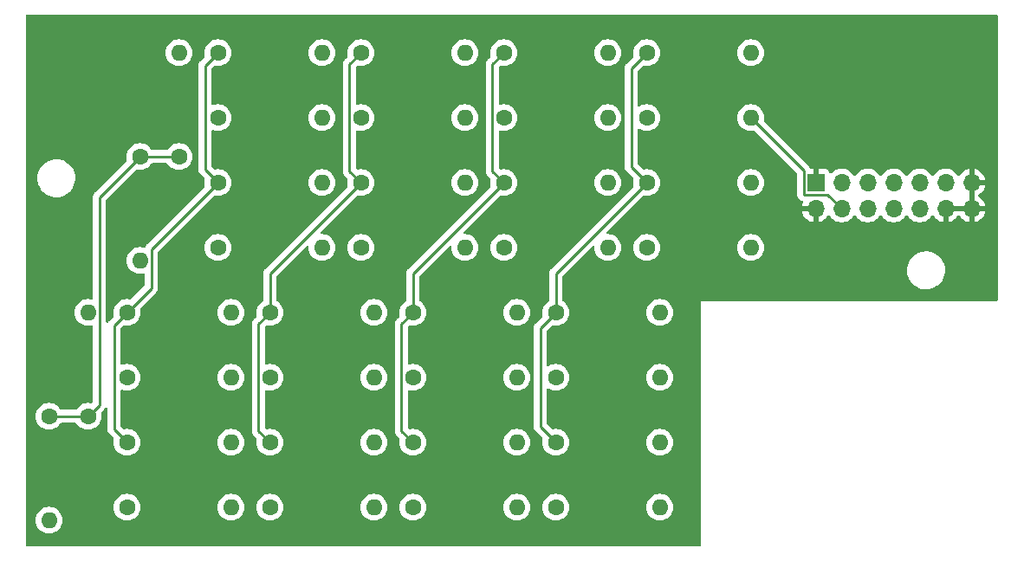
<source format=gtl>
G04 #@! TF.GenerationSoftware,KiCad,Pcbnew,7.0.1-3b83917a11~171~ubuntu22.04.1*
G04 #@! TF.CreationDate,2023-03-12T10:58:09-04:00*
G04 #@! TF.ProjectId,pmf_daughter,706d665f-6461-4756-9768-7465722e6b69,rev?*
G04 #@! TF.SameCoordinates,Original*
G04 #@! TF.FileFunction,Copper,L1,Top*
G04 #@! TF.FilePolarity,Positive*
%FSLAX46Y46*%
G04 Gerber Fmt 4.6, Leading zero omitted, Abs format (unit mm)*
G04 Created by KiCad (PCBNEW 7.0.1-3b83917a11~171~ubuntu22.04.1) date 2023-03-12 10:58:09*
%MOMM*%
%LPD*%
G01*
G04 APERTURE LIST*
G04 #@! TA.AperFunction,ComponentPad*
%ADD10R,1.700000X1.700000*%
G04 #@! TD*
G04 #@! TA.AperFunction,ComponentPad*
%ADD11O,1.700000X1.700000*%
G04 #@! TD*
G04 #@! TA.AperFunction,ComponentPad*
%ADD12C,1.600000*%
G04 #@! TD*
G04 #@! TA.AperFunction,ComponentPad*
%ADD13O,1.600000X1.600000*%
G04 #@! TD*
G04 #@! TA.AperFunction,Conductor*
%ADD14C,0.250000*%
G04 #@! TD*
G04 APERTURE END LIST*
D10*
G04 #@! TO.P,J1,1,Pin_1*
G04 #@! TO.N,GND*
X129210000Y-31420000D03*
D11*
G04 #@! TO.P,J1,2,Pin_2*
X129210000Y-33960000D03*
G04 #@! TO.P,J1,3,Pin_3*
G04 #@! TO.N,LP4*
X131750000Y-31420000D03*
G04 #@! TO.P,J1,4,Pin_4*
G04 #@! TO.N,LINK4*
X131750000Y-33960000D03*
G04 #@! TO.P,J1,5,Pin_5*
G04 #@! TO.N,LP3*
X134290000Y-31420000D03*
G04 #@! TO.P,J1,6,Pin_6*
G04 #@! TO.N,LINK3*
X134290000Y-33960000D03*
G04 #@! TO.P,J1,7,Pin_7*
G04 #@! TO.N,LP2*
X136830000Y-31420000D03*
G04 #@! TO.P,J1,8,Pin_8*
G04 #@! TO.N,LINK2*
X136830000Y-33960000D03*
G04 #@! TO.P,J1,9,Pin_9*
G04 #@! TO.N,LP1*
X139370000Y-31420000D03*
G04 #@! TO.P,J1,10,Pin_10*
G04 #@! TO.N,LINK1*
X139370000Y-33960000D03*
G04 #@! TO.P,J1,11,Pin_11*
G04 #@! TO.N,INPUT*
X141910000Y-31420000D03*
G04 #@! TO.P,J1,12,Pin_12*
G04 #@! TO.N,GND*
X141910000Y-33960000D03*
G04 #@! TO.P,J1,13,Pin_13*
X144450000Y-31420000D03*
G04 #@! TO.P,J1,14,Pin_14*
X144450000Y-33960000D03*
G04 #@! TD*
D12*
G04 #@! TO.P,R27,1*
G04 #@! TO.N,Net-(R11-Pad2)*
X70790000Y-25070000D03*
D13*
G04 #@! TO.P,R27,2*
G04 #@! TO.N,LINK4*
X80950000Y-25070000D03*
G04 #@! TD*
D12*
G04 #@! TO.P,R24,1*
G04 #@! TO.N,Net-(R24-Pad1)*
X89840000Y-50470000D03*
D13*
G04 #@! TO.P,R24,2*
G04 #@! TO.N,LINK2*
X100000000Y-50470000D03*
G04 #@! TD*
D12*
G04 #@! TO.P,R8,1*
G04 #@! TO.N,LP3*
X89840000Y-44120000D03*
D13*
G04 #@! TO.P,R8,2*
G04 #@! TO.N,Net-(R24-Pad1)*
X100000000Y-44120000D03*
G04 #@! TD*
D12*
G04 #@! TO.P,R31,1*
G04 #@! TO.N,Net-(R15-Pad2)*
X75870000Y-50470000D03*
D13*
G04 #@! TO.P,R31,2*
G04 #@! TO.N,LINK2*
X86030000Y-50470000D03*
G04 #@! TD*
D12*
G04 #@! TO.P,R13,1*
G04 #@! TO.N,LP2*
X75870000Y-56820000D03*
D13*
G04 #@! TO.P,R13,2*
G04 #@! TO.N,Net-(R13-Pad2)*
X86030000Y-56820000D03*
G04 #@! TD*
D12*
G04 #@! TO.P,R22,1*
G04 #@! TO.N,Net-(R22-Pad1)*
X89840000Y-63170000D03*
D13*
G04 #@! TO.P,R22,2*
G04 #@! TO.N,LINK1*
X100000000Y-63170000D03*
G04 #@! TD*
D12*
G04 #@! TO.P,R3,1*
G04 #@! TO.N,INPUT*
X63170000Y-28880000D03*
D13*
G04 #@! TO.P,R3,2*
G04 #@! TO.N,LINK3*
X63170000Y-39040000D03*
G04 #@! TD*
D12*
G04 #@! TO.P,R4,1*
G04 #@! TO.N,INPUT*
X66980000Y-28880000D03*
D13*
G04 #@! TO.P,R4,2*
G04 #@! TO.N,LINK4*
X66980000Y-18720000D03*
G04 #@! TD*
D12*
G04 #@! TO.P,R20,1*
G04 #@! TO.N,LP4*
X112700000Y-18720000D03*
D13*
G04 #@! TO.P,R20,2*
G04 #@! TO.N,Net-(R20-Pad2)*
X122860000Y-18720000D03*
G04 #@! TD*
D12*
G04 #@! TO.P,R29,1*
G04 #@! TO.N,Net-(R13-Pad2)*
X75870000Y-63170000D03*
D13*
G04 #@! TO.P,R29,2*
G04 #@! TO.N,LINK1*
X86030000Y-63170000D03*
G04 #@! TD*
D12*
G04 #@! TO.P,R33,1*
G04 #@! TO.N,Net-(R17-Pad2)*
X84760000Y-37770000D03*
D13*
G04 #@! TO.P,R33,2*
G04 #@! TO.N,LINK3*
X94920000Y-37770000D03*
G04 #@! TD*
D12*
G04 #@! TO.P,R19,1*
G04 #@! TO.N,LP2*
X84760000Y-18720000D03*
D13*
G04 #@! TO.P,R19,2*
G04 #@! TO.N,Net-(R19-Pad2)*
X94920000Y-18720000D03*
G04 #@! TD*
D12*
G04 #@! TO.P,R11,1*
G04 #@! TO.N,LP1*
X70790000Y-18720000D03*
D13*
G04 #@! TO.P,R11,2*
G04 #@! TO.N,Net-(R11-Pad2)*
X80950000Y-18720000D03*
G04 #@! TD*
D12*
G04 #@! TO.P,R18,1*
G04 #@! TO.N,LP4*
X112700000Y-31420000D03*
D13*
G04 #@! TO.P,R18,2*
G04 #@! TO.N,Net-(R18-Pad2)*
X122860000Y-31420000D03*
G04 #@! TD*
D12*
G04 #@! TO.P,R15,1*
G04 #@! TO.N,LP2*
X75870000Y-44120000D03*
D13*
G04 #@! TO.P,R15,2*
G04 #@! TO.N,Net-(R15-Pad2)*
X86030000Y-44120000D03*
G04 #@! TD*
D12*
G04 #@! TO.P,R10,1*
G04 #@! TO.N,LP3*
X98730000Y-31420000D03*
D13*
G04 #@! TO.P,R10,2*
G04 #@! TO.N,Net-(R10-Pad2)*
X108890000Y-31420000D03*
G04 #@! TD*
D12*
G04 #@! TO.P,R12,1*
G04 #@! TO.N,LP3*
X98730000Y-18720000D03*
D13*
G04 #@! TO.P,R12,2*
G04 #@! TO.N,Net-(R12-Pad2)*
X108890000Y-18720000D03*
G04 #@! TD*
D12*
G04 #@! TO.P,R1,1*
G04 #@! TO.N,INPUT*
X54280000Y-54280000D03*
D13*
G04 #@! TO.P,R1,2*
G04 #@! TO.N,LINK1*
X54280000Y-64440000D03*
G04 #@! TD*
D12*
G04 #@! TO.P,R14,1*
G04 #@! TO.N,LP4*
X103810000Y-56820000D03*
D13*
G04 #@! TO.P,R14,2*
G04 #@! TO.N,Net-(R14-Pad2)*
X113970000Y-56820000D03*
G04 #@! TD*
D12*
G04 #@! TO.P,R7,1*
G04 #@! TO.N,LP1*
X61900000Y-44120000D03*
D13*
G04 #@! TO.P,R7,2*
G04 #@! TO.N,Net-(R23-Pad1)*
X72060000Y-44120000D03*
G04 #@! TD*
D12*
G04 #@! TO.P,R17,1*
G04 #@! TO.N,LP2*
X84760000Y-31420000D03*
D13*
G04 #@! TO.P,R17,2*
G04 #@! TO.N,Net-(R17-Pad2)*
X94920000Y-31420000D03*
G04 #@! TD*
D12*
G04 #@! TO.P,R30,1*
G04 #@! TO.N,Net-(R14-Pad2)*
X103810000Y-63170000D03*
D13*
G04 #@! TO.P,R30,2*
G04 #@! TO.N,LINK1*
X113970000Y-63170000D03*
G04 #@! TD*
D12*
G04 #@! TO.P,R5,1*
G04 #@! TO.N,LP1*
X61900000Y-56820000D03*
D13*
G04 #@! TO.P,R5,2*
G04 #@! TO.N,Net-(R21-Pad1)*
X72060000Y-56820000D03*
G04 #@! TD*
D12*
G04 #@! TO.P,R34,1*
G04 #@! TO.N,Net-(R18-Pad2)*
X112700000Y-37770000D03*
D13*
G04 #@! TO.P,R34,2*
G04 #@! TO.N,LINK3*
X122860000Y-37770000D03*
G04 #@! TD*
D12*
G04 #@! TO.P,R2,1*
G04 #@! TO.N,INPUT*
X58090000Y-54280000D03*
D13*
G04 #@! TO.P,R2,2*
G04 #@! TO.N,LINK2*
X58090000Y-44120000D03*
G04 #@! TD*
D12*
G04 #@! TO.P,R26,1*
G04 #@! TO.N,Net-(R10-Pad2)*
X98730000Y-37770000D03*
D13*
G04 #@! TO.P,R26,2*
G04 #@! TO.N,LINK3*
X108890000Y-37770000D03*
G04 #@! TD*
D12*
G04 #@! TO.P,R9,1*
G04 #@! TO.N,LP1*
X70790000Y-31420000D03*
D13*
G04 #@! TO.P,R9,2*
G04 #@! TO.N,Net-(R25-Pad1)*
X80950000Y-31420000D03*
G04 #@! TD*
D12*
G04 #@! TO.P,R6,1*
G04 #@! TO.N,LP3*
X89840000Y-56820000D03*
D13*
G04 #@! TO.P,R6,2*
G04 #@! TO.N,Net-(R22-Pad1)*
X100000000Y-56820000D03*
G04 #@! TD*
D12*
G04 #@! TO.P,R25,1*
G04 #@! TO.N,Net-(R25-Pad1)*
X70790000Y-37770000D03*
D13*
G04 #@! TO.P,R25,2*
G04 #@! TO.N,LINK3*
X80950000Y-37770000D03*
G04 #@! TD*
D12*
G04 #@! TO.P,R21,1*
G04 #@! TO.N,Net-(R21-Pad1)*
X61900000Y-63170000D03*
D13*
G04 #@! TO.P,R21,2*
G04 #@! TO.N,LINK1*
X72060000Y-63170000D03*
G04 #@! TD*
D12*
G04 #@! TO.P,R28,1*
G04 #@! TO.N,Net-(R12-Pad2)*
X98730000Y-25070000D03*
D13*
G04 #@! TO.P,R28,2*
G04 #@! TO.N,LINK4*
X108890000Y-25070000D03*
G04 #@! TD*
D12*
G04 #@! TO.P,R23,1*
G04 #@! TO.N,Net-(R23-Pad1)*
X61900000Y-50470000D03*
D13*
G04 #@! TO.P,R23,2*
G04 #@! TO.N,LINK2*
X72060000Y-50470000D03*
G04 #@! TD*
D12*
G04 #@! TO.P,R16,1*
G04 #@! TO.N,LP4*
X103810000Y-44120000D03*
D13*
G04 #@! TO.P,R16,2*
G04 #@! TO.N,Net-(R16-Pad2)*
X113970000Y-44120000D03*
G04 #@! TD*
D12*
G04 #@! TO.P,R36,1*
G04 #@! TO.N,Net-(R20-Pad2)*
X112700000Y-25070000D03*
D13*
G04 #@! TO.P,R36,2*
G04 #@! TO.N,LINK4*
X122860000Y-25070000D03*
G04 #@! TD*
D12*
G04 #@! TO.P,R32,1*
G04 #@! TO.N,Net-(R16-Pad2)*
X103810000Y-50470000D03*
D13*
G04 #@! TO.P,R32,2*
G04 #@! TO.N,LINK2*
X113970000Y-50470000D03*
G04 #@! TD*
D12*
G04 #@! TO.P,R35,1*
G04 #@! TO.N,Net-(R19-Pad2)*
X84760000Y-25070000D03*
D13*
G04 #@! TO.P,R35,2*
G04 #@! TO.N,LINK4*
X94920000Y-25070000D03*
G04 #@! TD*
D14*
G04 #@! TO.N,LP1*
X70790000Y-18720000D02*
X69520000Y-19990000D01*
X61900000Y-44120000D02*
X60630000Y-45390000D01*
X69520000Y-30150000D02*
X70790000Y-31420000D01*
X60630000Y-55550000D02*
X61900000Y-56820000D01*
X69520000Y-19990000D02*
X69520000Y-30150000D01*
X64295000Y-37915000D02*
X64295000Y-41725000D01*
X64295000Y-41725000D02*
X61900000Y-44120000D01*
X70790000Y-31420000D02*
X64295000Y-37915000D01*
X60630000Y-45390000D02*
X60630000Y-55550000D01*
G04 #@! TO.N,LP2*
X74745000Y-55695000D02*
X75870000Y-56820000D01*
X75870000Y-40310000D02*
X75870000Y-44120000D01*
X84760000Y-31420000D02*
X75870000Y-40310000D01*
X74745000Y-45245000D02*
X74745000Y-55695000D01*
X75870000Y-44120000D02*
X74745000Y-45245000D01*
X83635000Y-19845000D02*
X83635000Y-30295000D01*
X83635000Y-30295000D02*
X84760000Y-31420000D01*
X84760000Y-18720000D02*
X83635000Y-19845000D01*
G04 #@! TO.N,LP3*
X97605000Y-30295000D02*
X98730000Y-31420000D01*
X89840000Y-44120000D02*
X88715000Y-45245000D01*
X88715000Y-45245000D02*
X88715000Y-55695000D01*
X98730000Y-31420000D02*
X89840000Y-40310000D01*
X98730000Y-18720000D02*
X97605000Y-19845000D01*
X97605000Y-19845000D02*
X97605000Y-30295000D01*
X89840000Y-40310000D02*
X89840000Y-44120000D01*
X88715000Y-55695000D02*
X89840000Y-56820000D01*
G04 #@! TO.N,LP4*
X103810000Y-44120000D02*
X102286000Y-45644000D01*
X112700000Y-18720000D02*
X111176000Y-20244000D01*
X102286000Y-55296000D02*
X103810000Y-56820000D01*
X111176000Y-29896000D02*
X112700000Y-31420000D01*
X112700000Y-31420000D02*
X103810000Y-40310000D01*
X111176000Y-20244000D02*
X111176000Y-29896000D01*
X103810000Y-40310000D02*
X103810000Y-44120000D01*
X102286000Y-45644000D02*
X102286000Y-55296000D01*
G04 #@! TO.N,INPUT*
X58090000Y-54280000D02*
X54280000Y-54280000D01*
X59215000Y-32835000D02*
X59215000Y-53155000D01*
X59215000Y-53155000D02*
X58090000Y-54280000D01*
X66980000Y-28880000D02*
X63170000Y-28880000D01*
X63170000Y-28880000D02*
X59215000Y-32835000D01*
G04 #@! TO.N,LINK4*
X122860000Y-25070000D02*
X128035000Y-30245000D01*
X128035000Y-30245000D02*
X128035000Y-32595000D01*
X128035000Y-32595000D02*
X130385000Y-32595000D01*
X130385000Y-32595000D02*
X131750000Y-33960000D01*
G04 #@! TD*
G04 #@! TA.AperFunction,Conductor*
G04 #@! TO.N,GND*
G36*
X146976500Y-15017381D02*
G01*
X147022619Y-15063500D01*
X147039500Y-15126500D01*
X147039500Y-42873500D01*
X147022619Y-42936500D01*
X146976500Y-42982619D01*
X146913500Y-42999500D01*
X118000099Y-42999500D01*
X118000000Y-42999459D01*
X117999901Y-42999500D01*
X117999617Y-42999617D01*
X117999459Y-43000000D01*
X117999500Y-43000099D01*
X117999500Y-43012222D01*
X117999500Y-66873500D01*
X117982619Y-66936500D01*
X117936500Y-66982619D01*
X117873500Y-66999500D01*
X52126500Y-66999500D01*
X52063500Y-66982619D01*
X52017381Y-66936500D01*
X52000500Y-66873500D01*
X52000500Y-64440000D01*
X52966502Y-64440000D01*
X52966981Y-64445475D01*
X52970307Y-64483498D01*
X52986457Y-64668087D01*
X53045716Y-64889243D01*
X53142477Y-65096749D01*
X53145630Y-65101252D01*
X53145633Y-65101257D01*
X53222123Y-65210496D01*
X53273802Y-65284300D01*
X53435700Y-65446198D01*
X53623251Y-65577523D01*
X53830757Y-65674284D01*
X54051913Y-65733543D01*
X54280000Y-65753498D01*
X54508087Y-65733543D01*
X54729243Y-65674284D01*
X54936749Y-65577523D01*
X55124300Y-65446198D01*
X55286198Y-65284300D01*
X55417523Y-65096749D01*
X55514284Y-64889243D01*
X55573543Y-64668087D01*
X55593498Y-64440000D01*
X55573543Y-64211913D01*
X55514284Y-63990757D01*
X55417523Y-63783251D01*
X55286198Y-63595700D01*
X55124300Y-63433802D01*
X55050496Y-63382123D01*
X54941257Y-63305633D01*
X54941252Y-63305630D01*
X54936749Y-63302477D01*
X54729243Y-63205716D01*
X54595950Y-63170000D01*
X60586502Y-63170000D01*
X60586981Y-63175475D01*
X60597888Y-63300151D01*
X60606457Y-63398087D01*
X60665716Y-63619243D01*
X60762477Y-63826749D01*
X60765630Y-63831252D01*
X60765633Y-63831257D01*
X60842123Y-63940496D01*
X60893802Y-64014300D01*
X61055700Y-64176198D01*
X61243251Y-64307523D01*
X61450757Y-64404284D01*
X61671913Y-64463543D01*
X61900000Y-64483498D01*
X62128087Y-64463543D01*
X62349243Y-64404284D01*
X62556749Y-64307523D01*
X62744300Y-64176198D01*
X62906198Y-64014300D01*
X63037523Y-63826749D01*
X63134284Y-63619243D01*
X63193543Y-63398087D01*
X63213498Y-63170000D01*
X70746502Y-63170000D01*
X70746981Y-63175475D01*
X70757888Y-63300151D01*
X70766457Y-63398087D01*
X70825716Y-63619243D01*
X70922477Y-63826749D01*
X70925630Y-63831252D01*
X70925633Y-63831257D01*
X71002123Y-63940496D01*
X71053802Y-64014300D01*
X71215700Y-64176198D01*
X71403251Y-64307523D01*
X71610757Y-64404284D01*
X71831913Y-64463543D01*
X72060000Y-64483498D01*
X72288087Y-64463543D01*
X72509243Y-64404284D01*
X72716749Y-64307523D01*
X72904300Y-64176198D01*
X73066198Y-64014300D01*
X73197523Y-63826749D01*
X73294284Y-63619243D01*
X73353543Y-63398087D01*
X73373498Y-63170000D01*
X74556502Y-63170000D01*
X74556981Y-63175475D01*
X74567888Y-63300151D01*
X74576457Y-63398087D01*
X74635716Y-63619243D01*
X74732477Y-63826749D01*
X74735630Y-63831252D01*
X74735633Y-63831257D01*
X74812123Y-63940496D01*
X74863802Y-64014300D01*
X75025700Y-64176198D01*
X75213251Y-64307523D01*
X75420757Y-64404284D01*
X75641913Y-64463543D01*
X75870000Y-64483498D01*
X76098087Y-64463543D01*
X76319243Y-64404284D01*
X76526749Y-64307523D01*
X76714300Y-64176198D01*
X76876198Y-64014300D01*
X77007523Y-63826749D01*
X77104284Y-63619243D01*
X77163543Y-63398087D01*
X77183498Y-63170000D01*
X84716502Y-63170000D01*
X84716981Y-63175475D01*
X84727888Y-63300151D01*
X84736457Y-63398087D01*
X84795716Y-63619243D01*
X84892477Y-63826749D01*
X84895630Y-63831252D01*
X84895633Y-63831257D01*
X84972123Y-63940496D01*
X85023802Y-64014300D01*
X85185700Y-64176198D01*
X85373251Y-64307523D01*
X85580757Y-64404284D01*
X85801913Y-64463543D01*
X86030000Y-64483498D01*
X86258087Y-64463543D01*
X86479243Y-64404284D01*
X86686749Y-64307523D01*
X86874300Y-64176198D01*
X87036198Y-64014300D01*
X87167523Y-63826749D01*
X87264284Y-63619243D01*
X87323543Y-63398087D01*
X87343498Y-63170000D01*
X88526502Y-63170000D01*
X88526981Y-63175475D01*
X88537888Y-63300151D01*
X88546457Y-63398087D01*
X88605716Y-63619243D01*
X88702477Y-63826749D01*
X88705630Y-63831252D01*
X88705633Y-63831257D01*
X88782123Y-63940496D01*
X88833802Y-64014300D01*
X88995700Y-64176198D01*
X89183251Y-64307523D01*
X89390757Y-64404284D01*
X89611913Y-64463543D01*
X89840000Y-64483498D01*
X90068087Y-64463543D01*
X90289243Y-64404284D01*
X90496749Y-64307523D01*
X90684300Y-64176198D01*
X90846198Y-64014300D01*
X90977523Y-63826749D01*
X91074284Y-63619243D01*
X91133543Y-63398087D01*
X91153498Y-63170000D01*
X98686502Y-63170000D01*
X98686981Y-63175475D01*
X98697888Y-63300151D01*
X98706457Y-63398087D01*
X98765716Y-63619243D01*
X98862477Y-63826749D01*
X98865630Y-63831252D01*
X98865633Y-63831257D01*
X98942123Y-63940496D01*
X98993802Y-64014300D01*
X99155700Y-64176198D01*
X99343251Y-64307523D01*
X99550757Y-64404284D01*
X99771913Y-64463543D01*
X100000000Y-64483498D01*
X100228087Y-64463543D01*
X100449243Y-64404284D01*
X100656749Y-64307523D01*
X100844300Y-64176198D01*
X101006198Y-64014300D01*
X101137523Y-63826749D01*
X101234284Y-63619243D01*
X101293543Y-63398087D01*
X101313498Y-63170000D01*
X102496502Y-63170000D01*
X102496981Y-63175475D01*
X102507888Y-63300151D01*
X102516457Y-63398087D01*
X102575716Y-63619243D01*
X102672477Y-63826749D01*
X102675630Y-63831252D01*
X102675633Y-63831257D01*
X102752123Y-63940496D01*
X102803802Y-64014300D01*
X102965700Y-64176198D01*
X103153251Y-64307523D01*
X103360757Y-64404284D01*
X103581913Y-64463543D01*
X103810000Y-64483498D01*
X104038087Y-64463543D01*
X104259243Y-64404284D01*
X104466749Y-64307523D01*
X104654300Y-64176198D01*
X104816198Y-64014300D01*
X104947523Y-63826749D01*
X105044284Y-63619243D01*
X105103543Y-63398087D01*
X105123498Y-63170000D01*
X112656502Y-63170000D01*
X112656981Y-63175475D01*
X112667888Y-63300151D01*
X112676457Y-63398087D01*
X112735716Y-63619243D01*
X112832477Y-63826749D01*
X112835630Y-63831252D01*
X112835633Y-63831257D01*
X112912123Y-63940496D01*
X112963802Y-64014300D01*
X113125700Y-64176198D01*
X113313251Y-64307523D01*
X113520757Y-64404284D01*
X113741913Y-64463543D01*
X113970000Y-64483498D01*
X114198087Y-64463543D01*
X114419243Y-64404284D01*
X114626749Y-64307523D01*
X114814300Y-64176198D01*
X114976198Y-64014300D01*
X115107523Y-63826749D01*
X115204284Y-63619243D01*
X115263543Y-63398087D01*
X115283498Y-63170000D01*
X115263543Y-62941913D01*
X115204284Y-62720757D01*
X115107523Y-62513251D01*
X114976198Y-62325700D01*
X114814300Y-62163802D01*
X114740496Y-62112123D01*
X114631257Y-62035633D01*
X114631252Y-62035630D01*
X114626749Y-62032477D01*
X114419243Y-61935716D01*
X114198087Y-61876457D01*
X114192611Y-61875977D01*
X114192606Y-61875977D01*
X113975475Y-61856981D01*
X113970000Y-61856502D01*
X113964525Y-61856981D01*
X113747393Y-61875977D01*
X113747386Y-61875978D01*
X113741913Y-61876457D01*
X113736599Y-61877880D01*
X113736598Y-61877881D01*
X113526067Y-61934293D01*
X113526065Y-61934293D01*
X113520757Y-61935716D01*
X113515779Y-61938036D01*
X113515774Y-61938039D01*
X113318238Y-62030151D01*
X113318233Y-62030153D01*
X113313251Y-62032477D01*
X113308752Y-62035627D01*
X113308742Y-62035633D01*
X113130211Y-62160643D01*
X113130208Y-62160645D01*
X113125700Y-62163802D01*
X113121808Y-62167693D01*
X113121802Y-62167699D01*
X112967699Y-62321802D01*
X112967693Y-62321808D01*
X112963802Y-62325700D01*
X112960645Y-62330208D01*
X112960643Y-62330211D01*
X112835633Y-62508742D01*
X112835627Y-62508752D01*
X112832477Y-62513251D01*
X112830153Y-62518233D01*
X112830151Y-62518238D01*
X112738039Y-62715774D01*
X112738036Y-62715779D01*
X112735716Y-62720757D01*
X112676457Y-62941913D01*
X112675978Y-62947386D01*
X112675977Y-62947393D01*
X112660266Y-63126981D01*
X112656502Y-63170000D01*
X105123498Y-63170000D01*
X105103543Y-62941913D01*
X105044284Y-62720757D01*
X104947523Y-62513251D01*
X104816198Y-62325700D01*
X104654300Y-62163802D01*
X104580496Y-62112123D01*
X104471257Y-62035633D01*
X104471252Y-62035630D01*
X104466749Y-62032477D01*
X104259243Y-61935716D01*
X104038087Y-61876457D01*
X104032611Y-61875977D01*
X104032606Y-61875977D01*
X103815475Y-61856981D01*
X103810000Y-61856502D01*
X103804525Y-61856981D01*
X103587393Y-61875977D01*
X103587386Y-61875978D01*
X103581913Y-61876457D01*
X103576599Y-61877880D01*
X103576598Y-61877881D01*
X103366067Y-61934293D01*
X103366065Y-61934293D01*
X103360757Y-61935716D01*
X103355779Y-61938036D01*
X103355774Y-61938039D01*
X103158238Y-62030151D01*
X103158233Y-62030153D01*
X103153251Y-62032477D01*
X103148752Y-62035627D01*
X103148742Y-62035633D01*
X102970211Y-62160643D01*
X102970208Y-62160645D01*
X102965700Y-62163802D01*
X102961808Y-62167693D01*
X102961802Y-62167699D01*
X102807699Y-62321802D01*
X102807693Y-62321808D01*
X102803802Y-62325700D01*
X102800645Y-62330208D01*
X102800643Y-62330211D01*
X102675633Y-62508742D01*
X102675627Y-62508752D01*
X102672477Y-62513251D01*
X102670153Y-62518233D01*
X102670151Y-62518238D01*
X102578039Y-62715774D01*
X102578036Y-62715779D01*
X102575716Y-62720757D01*
X102516457Y-62941913D01*
X102515978Y-62947386D01*
X102515977Y-62947393D01*
X102500266Y-63126981D01*
X102496502Y-63170000D01*
X101313498Y-63170000D01*
X101293543Y-62941913D01*
X101234284Y-62720757D01*
X101137523Y-62513251D01*
X101006198Y-62325700D01*
X100844300Y-62163802D01*
X100770496Y-62112123D01*
X100661257Y-62035633D01*
X100661252Y-62035630D01*
X100656749Y-62032477D01*
X100449243Y-61935716D01*
X100228087Y-61876457D01*
X100222611Y-61875977D01*
X100222606Y-61875977D01*
X100005475Y-61856981D01*
X100000000Y-61856502D01*
X99994525Y-61856981D01*
X99777393Y-61875977D01*
X99777386Y-61875978D01*
X99771913Y-61876457D01*
X99766599Y-61877880D01*
X99766598Y-61877881D01*
X99556067Y-61934293D01*
X99556065Y-61934293D01*
X99550757Y-61935716D01*
X99545779Y-61938036D01*
X99545774Y-61938039D01*
X99348238Y-62030151D01*
X99348233Y-62030153D01*
X99343251Y-62032477D01*
X99338752Y-62035627D01*
X99338742Y-62035633D01*
X99160211Y-62160643D01*
X99160208Y-62160645D01*
X99155700Y-62163802D01*
X99151808Y-62167693D01*
X99151802Y-62167699D01*
X98997699Y-62321802D01*
X98997693Y-62321808D01*
X98993802Y-62325700D01*
X98990645Y-62330208D01*
X98990643Y-62330211D01*
X98865633Y-62508742D01*
X98865627Y-62508752D01*
X98862477Y-62513251D01*
X98860153Y-62518233D01*
X98860151Y-62518238D01*
X98768039Y-62715774D01*
X98768036Y-62715779D01*
X98765716Y-62720757D01*
X98706457Y-62941913D01*
X98705978Y-62947386D01*
X98705977Y-62947393D01*
X98690266Y-63126981D01*
X98686502Y-63170000D01*
X91153498Y-63170000D01*
X91133543Y-62941913D01*
X91074284Y-62720757D01*
X90977523Y-62513251D01*
X90846198Y-62325700D01*
X90684300Y-62163802D01*
X90610496Y-62112123D01*
X90501257Y-62035633D01*
X90501252Y-62035630D01*
X90496749Y-62032477D01*
X90289243Y-61935716D01*
X90068087Y-61876457D01*
X90062611Y-61875977D01*
X90062606Y-61875977D01*
X89845475Y-61856981D01*
X89840000Y-61856502D01*
X89834525Y-61856981D01*
X89617393Y-61875977D01*
X89617386Y-61875978D01*
X89611913Y-61876457D01*
X89606599Y-61877880D01*
X89606598Y-61877881D01*
X89396067Y-61934293D01*
X89396065Y-61934293D01*
X89390757Y-61935716D01*
X89385779Y-61938036D01*
X89385774Y-61938039D01*
X89188238Y-62030151D01*
X89188233Y-62030153D01*
X89183251Y-62032477D01*
X89178752Y-62035627D01*
X89178742Y-62035633D01*
X89000211Y-62160643D01*
X89000208Y-62160645D01*
X88995700Y-62163802D01*
X88991808Y-62167693D01*
X88991802Y-62167699D01*
X88837699Y-62321802D01*
X88837693Y-62321808D01*
X88833802Y-62325700D01*
X88830645Y-62330208D01*
X88830643Y-62330211D01*
X88705633Y-62508742D01*
X88705627Y-62508752D01*
X88702477Y-62513251D01*
X88700153Y-62518233D01*
X88700151Y-62518238D01*
X88608039Y-62715774D01*
X88608036Y-62715779D01*
X88605716Y-62720757D01*
X88546457Y-62941913D01*
X88545978Y-62947386D01*
X88545977Y-62947393D01*
X88530266Y-63126981D01*
X88526502Y-63170000D01*
X87343498Y-63170000D01*
X87323543Y-62941913D01*
X87264284Y-62720757D01*
X87167523Y-62513251D01*
X87036198Y-62325700D01*
X86874300Y-62163802D01*
X86800496Y-62112123D01*
X86691257Y-62035633D01*
X86691252Y-62035630D01*
X86686749Y-62032477D01*
X86479243Y-61935716D01*
X86258087Y-61876457D01*
X86252611Y-61875977D01*
X86252606Y-61875977D01*
X86035475Y-61856981D01*
X86030000Y-61856502D01*
X86024525Y-61856981D01*
X85807393Y-61875977D01*
X85807386Y-61875978D01*
X85801913Y-61876457D01*
X85796599Y-61877880D01*
X85796598Y-61877881D01*
X85586067Y-61934293D01*
X85586065Y-61934293D01*
X85580757Y-61935716D01*
X85575779Y-61938036D01*
X85575774Y-61938039D01*
X85378238Y-62030151D01*
X85378233Y-62030153D01*
X85373251Y-62032477D01*
X85368752Y-62035627D01*
X85368742Y-62035633D01*
X85190211Y-62160643D01*
X85190208Y-62160645D01*
X85185700Y-62163802D01*
X85181808Y-62167693D01*
X85181802Y-62167699D01*
X85027699Y-62321802D01*
X85027693Y-62321808D01*
X85023802Y-62325700D01*
X85020645Y-62330208D01*
X85020643Y-62330211D01*
X84895633Y-62508742D01*
X84895627Y-62508752D01*
X84892477Y-62513251D01*
X84890153Y-62518233D01*
X84890151Y-62518238D01*
X84798039Y-62715774D01*
X84798036Y-62715779D01*
X84795716Y-62720757D01*
X84736457Y-62941913D01*
X84735978Y-62947386D01*
X84735977Y-62947393D01*
X84720266Y-63126981D01*
X84716502Y-63170000D01*
X77183498Y-63170000D01*
X77163543Y-62941913D01*
X77104284Y-62720757D01*
X77007523Y-62513251D01*
X76876198Y-62325700D01*
X76714300Y-62163802D01*
X76640496Y-62112123D01*
X76531257Y-62035633D01*
X76531252Y-62035630D01*
X76526749Y-62032477D01*
X76319243Y-61935716D01*
X76098087Y-61876457D01*
X76092611Y-61875977D01*
X76092606Y-61875977D01*
X75875475Y-61856981D01*
X75870000Y-61856502D01*
X75864525Y-61856981D01*
X75647393Y-61875977D01*
X75647386Y-61875978D01*
X75641913Y-61876457D01*
X75636599Y-61877880D01*
X75636598Y-61877881D01*
X75426067Y-61934293D01*
X75426065Y-61934293D01*
X75420757Y-61935716D01*
X75415779Y-61938036D01*
X75415774Y-61938039D01*
X75218238Y-62030151D01*
X75218233Y-62030153D01*
X75213251Y-62032477D01*
X75208752Y-62035627D01*
X75208742Y-62035633D01*
X75030211Y-62160643D01*
X75030208Y-62160645D01*
X75025700Y-62163802D01*
X75021808Y-62167693D01*
X75021802Y-62167699D01*
X74867699Y-62321802D01*
X74867693Y-62321808D01*
X74863802Y-62325700D01*
X74860645Y-62330208D01*
X74860643Y-62330211D01*
X74735633Y-62508742D01*
X74735627Y-62508752D01*
X74732477Y-62513251D01*
X74730153Y-62518233D01*
X74730151Y-62518238D01*
X74638039Y-62715774D01*
X74638036Y-62715779D01*
X74635716Y-62720757D01*
X74576457Y-62941913D01*
X74575978Y-62947386D01*
X74575977Y-62947393D01*
X74560266Y-63126981D01*
X74556502Y-63170000D01*
X73373498Y-63170000D01*
X73353543Y-62941913D01*
X73294284Y-62720757D01*
X73197523Y-62513251D01*
X73066198Y-62325700D01*
X72904300Y-62163802D01*
X72830496Y-62112123D01*
X72721257Y-62035633D01*
X72721252Y-62035630D01*
X72716749Y-62032477D01*
X72509243Y-61935716D01*
X72288087Y-61876457D01*
X72282611Y-61875977D01*
X72282606Y-61875977D01*
X72065475Y-61856981D01*
X72060000Y-61856502D01*
X72054525Y-61856981D01*
X71837393Y-61875977D01*
X71837386Y-61875978D01*
X71831913Y-61876457D01*
X71826599Y-61877880D01*
X71826598Y-61877881D01*
X71616067Y-61934293D01*
X71616065Y-61934293D01*
X71610757Y-61935716D01*
X71605779Y-61938036D01*
X71605774Y-61938039D01*
X71408238Y-62030151D01*
X71408233Y-62030153D01*
X71403251Y-62032477D01*
X71398752Y-62035627D01*
X71398742Y-62035633D01*
X71220211Y-62160643D01*
X71220208Y-62160645D01*
X71215700Y-62163802D01*
X71211808Y-62167693D01*
X71211802Y-62167699D01*
X71057699Y-62321802D01*
X71057693Y-62321808D01*
X71053802Y-62325700D01*
X71050645Y-62330208D01*
X71050643Y-62330211D01*
X70925633Y-62508742D01*
X70925627Y-62508752D01*
X70922477Y-62513251D01*
X70920153Y-62518233D01*
X70920151Y-62518238D01*
X70828039Y-62715774D01*
X70828036Y-62715779D01*
X70825716Y-62720757D01*
X70766457Y-62941913D01*
X70765978Y-62947386D01*
X70765977Y-62947393D01*
X70750266Y-63126981D01*
X70746502Y-63170000D01*
X63213498Y-63170000D01*
X63193543Y-62941913D01*
X63134284Y-62720757D01*
X63037523Y-62513251D01*
X62906198Y-62325700D01*
X62744300Y-62163802D01*
X62670496Y-62112123D01*
X62561257Y-62035633D01*
X62561252Y-62035630D01*
X62556749Y-62032477D01*
X62349243Y-61935716D01*
X62128087Y-61876457D01*
X62122611Y-61875977D01*
X62122606Y-61875977D01*
X61905475Y-61856981D01*
X61900000Y-61856502D01*
X61894525Y-61856981D01*
X61677393Y-61875977D01*
X61677386Y-61875978D01*
X61671913Y-61876457D01*
X61666599Y-61877880D01*
X61666598Y-61877881D01*
X61456067Y-61934293D01*
X61456065Y-61934293D01*
X61450757Y-61935716D01*
X61445779Y-61938036D01*
X61445774Y-61938039D01*
X61248238Y-62030151D01*
X61248233Y-62030153D01*
X61243251Y-62032477D01*
X61238752Y-62035627D01*
X61238742Y-62035633D01*
X61060211Y-62160643D01*
X61060208Y-62160645D01*
X61055700Y-62163802D01*
X61051808Y-62167693D01*
X61051802Y-62167699D01*
X60897699Y-62321802D01*
X60897693Y-62321808D01*
X60893802Y-62325700D01*
X60890645Y-62330208D01*
X60890643Y-62330211D01*
X60765633Y-62508742D01*
X60765627Y-62508752D01*
X60762477Y-62513251D01*
X60760153Y-62518233D01*
X60760151Y-62518238D01*
X60668039Y-62715774D01*
X60668036Y-62715779D01*
X60665716Y-62720757D01*
X60606457Y-62941913D01*
X60605978Y-62947386D01*
X60605977Y-62947393D01*
X60590266Y-63126981D01*
X60586502Y-63170000D01*
X54595950Y-63170000D01*
X54508087Y-63146457D01*
X54502611Y-63145977D01*
X54502606Y-63145977D01*
X54285475Y-63126981D01*
X54280000Y-63126502D01*
X54274525Y-63126981D01*
X54057393Y-63145977D01*
X54057386Y-63145978D01*
X54051913Y-63146457D01*
X54046599Y-63147880D01*
X54046598Y-63147881D01*
X53836067Y-63204293D01*
X53836065Y-63204293D01*
X53830757Y-63205716D01*
X53825779Y-63208036D01*
X53825774Y-63208039D01*
X53628238Y-63300151D01*
X53628233Y-63300153D01*
X53623251Y-63302477D01*
X53618752Y-63305627D01*
X53618742Y-63305633D01*
X53440211Y-63430643D01*
X53440208Y-63430645D01*
X53435700Y-63433802D01*
X53431808Y-63437693D01*
X53431802Y-63437699D01*
X53277699Y-63591802D01*
X53277693Y-63591808D01*
X53273802Y-63595700D01*
X53270645Y-63600208D01*
X53270643Y-63600211D01*
X53145633Y-63778742D01*
X53145627Y-63778752D01*
X53142477Y-63783251D01*
X53140153Y-63788233D01*
X53140151Y-63788238D01*
X53048039Y-63985774D01*
X53048036Y-63985779D01*
X53045716Y-63990757D01*
X53044293Y-63996065D01*
X53044293Y-63996067D01*
X53038363Y-64018197D01*
X52986457Y-64211913D01*
X52985978Y-64217386D01*
X52985977Y-64217393D01*
X52969830Y-64401960D01*
X52966502Y-64440000D01*
X52000500Y-64440000D01*
X52000500Y-54280000D01*
X52966502Y-54280000D01*
X52986457Y-54508087D01*
X53045716Y-54729243D01*
X53142477Y-54936749D01*
X53145630Y-54941252D01*
X53145633Y-54941257D01*
X53207508Y-55029623D01*
X53273802Y-55124300D01*
X53435700Y-55286198D01*
X53490401Y-55324500D01*
X53592354Y-55395889D01*
X53623251Y-55417523D01*
X53830757Y-55514284D01*
X54051913Y-55573543D01*
X54280000Y-55593498D01*
X54508087Y-55573543D01*
X54729243Y-55514284D01*
X54936749Y-55417523D01*
X55124300Y-55286198D01*
X55286198Y-55124300D01*
X55372324Y-55001299D01*
X55396181Y-54967229D01*
X55441214Y-54927737D01*
X55499394Y-54913500D01*
X56870606Y-54913500D01*
X56928786Y-54927737D01*
X56973819Y-54967229D01*
X57017508Y-55029623D01*
X57083802Y-55124300D01*
X57245700Y-55286198D01*
X57300401Y-55324500D01*
X57402354Y-55395889D01*
X57433251Y-55417523D01*
X57640757Y-55514284D01*
X57861913Y-55573543D01*
X58090000Y-55593498D01*
X58318087Y-55573543D01*
X58539243Y-55514284D01*
X58746749Y-55417523D01*
X58934300Y-55286198D01*
X59096198Y-55124300D01*
X59227523Y-54936749D01*
X59324284Y-54729243D01*
X59383543Y-54508087D01*
X59403498Y-54280000D01*
X59383543Y-54051913D01*
X59366539Y-53988457D01*
X59366539Y-53923236D01*
X59399149Y-53866753D01*
X59607259Y-53658643D01*
X59615533Y-53651114D01*
X59622018Y-53647000D01*
X59668676Y-53597312D01*
X59671368Y-53594534D01*
X59691134Y-53574770D01*
X59693601Y-53571588D01*
X59701310Y-53562561D01*
X59731586Y-53530321D01*
X59741345Y-53512567D01*
X59752199Y-53496043D01*
X59764613Y-53480041D01*
X59764712Y-53479811D01*
X59808418Y-53436923D01*
X59871293Y-53420569D01*
X59933957Y-53437713D01*
X59979751Y-53483796D01*
X59996500Y-53546567D01*
X59996500Y-55471233D01*
X59995972Y-55482416D01*
X59994298Y-55489909D01*
X59994547Y-55497833D01*
X59994547Y-55497835D01*
X59996438Y-55557986D01*
X59996500Y-55561945D01*
X59996500Y-55589856D01*
X59996995Y-55593774D01*
X59996997Y-55593806D01*
X59997008Y-55593888D01*
X59997937Y-55605697D01*
X59999077Y-55641969D01*
X59999078Y-55641976D01*
X59999327Y-55649889D01*
X60001537Y-55657498D01*
X60001538Y-55657500D01*
X60004978Y-55669342D01*
X60008986Y-55688693D01*
X60011526Y-55708797D01*
X60014444Y-55716169D01*
X60014445Y-55716170D01*
X60027800Y-55749901D01*
X60031645Y-55761130D01*
X60041771Y-55795986D01*
X60041773Y-55795992D01*
X60043982Y-55803593D01*
X60048014Y-55810411D01*
X60048015Y-55810413D01*
X60054293Y-55821029D01*
X60062990Y-55838782D01*
X60070448Y-55857617D01*
X60075107Y-55864030D01*
X60075108Y-55864031D01*
X60096432Y-55893381D01*
X60102948Y-55903301D01*
X60121422Y-55934538D01*
X60125458Y-55941362D01*
X60131063Y-55946967D01*
X60139778Y-55955682D01*
X60152618Y-55970715D01*
X60159517Y-55980211D01*
X60164528Y-55987107D01*
X60170635Y-55992159D01*
X60170636Y-55992160D01*
X60198598Y-56015292D01*
X60207378Y-56023282D01*
X60590847Y-56406751D01*
X60623458Y-56463234D01*
X60623459Y-56528455D01*
X60607882Y-56586591D01*
X60607881Y-56586598D01*
X60606457Y-56591913D01*
X60605978Y-56597386D01*
X60605977Y-56597393D01*
X60586988Y-56814443D01*
X60586502Y-56820000D01*
X60606457Y-57048087D01*
X60665716Y-57269243D01*
X60762477Y-57476749D01*
X60765630Y-57481252D01*
X60765633Y-57481257D01*
X60842123Y-57590496D01*
X60893802Y-57664300D01*
X61055700Y-57826198D01*
X61243251Y-57957523D01*
X61450757Y-58054284D01*
X61671913Y-58113543D01*
X61900000Y-58133498D01*
X62128087Y-58113543D01*
X62349243Y-58054284D01*
X62556749Y-57957523D01*
X62744300Y-57826198D01*
X62906198Y-57664300D01*
X63037523Y-57476749D01*
X63134284Y-57269243D01*
X63193543Y-57048087D01*
X63213498Y-56820000D01*
X70746502Y-56820000D01*
X70766457Y-57048087D01*
X70825716Y-57269243D01*
X70922477Y-57476749D01*
X70925630Y-57481252D01*
X70925633Y-57481257D01*
X71002123Y-57590496D01*
X71053802Y-57664300D01*
X71215700Y-57826198D01*
X71403251Y-57957523D01*
X71610757Y-58054284D01*
X71831913Y-58113543D01*
X72060000Y-58133498D01*
X72288087Y-58113543D01*
X72509243Y-58054284D01*
X72716749Y-57957523D01*
X72904300Y-57826198D01*
X73066198Y-57664300D01*
X73197523Y-57476749D01*
X73294284Y-57269243D01*
X73353543Y-57048087D01*
X73373498Y-56820000D01*
X73353543Y-56591913D01*
X73294284Y-56370757D01*
X73197523Y-56163251D01*
X73066198Y-55975700D01*
X72904300Y-55813802D01*
X72797195Y-55738806D01*
X72721257Y-55685633D01*
X72721252Y-55685630D01*
X72716749Y-55682477D01*
X72711761Y-55680151D01*
X72514225Y-55588039D01*
X72514223Y-55588038D01*
X72509243Y-55585716D01*
X72288087Y-55526457D01*
X72282611Y-55525977D01*
X72282606Y-55525977D01*
X72065475Y-55506981D01*
X72060000Y-55506502D01*
X72054525Y-55506981D01*
X71837393Y-55525977D01*
X71837386Y-55525978D01*
X71831913Y-55526457D01*
X71826599Y-55527880D01*
X71826598Y-55527881D01*
X71616067Y-55584293D01*
X71616065Y-55584293D01*
X71610757Y-55585716D01*
X71605779Y-55588036D01*
X71605774Y-55588039D01*
X71408238Y-55680151D01*
X71408233Y-55680153D01*
X71403251Y-55682477D01*
X71398752Y-55685627D01*
X71398742Y-55685633D01*
X71220211Y-55810643D01*
X71220208Y-55810645D01*
X71215700Y-55813802D01*
X71211808Y-55817693D01*
X71211802Y-55817699D01*
X71057699Y-55971802D01*
X71057693Y-55971808D01*
X71053802Y-55975700D01*
X71050645Y-55980208D01*
X71050643Y-55980211D01*
X70925633Y-56158742D01*
X70925627Y-56158752D01*
X70922477Y-56163251D01*
X70920153Y-56168233D01*
X70920151Y-56168238D01*
X70828039Y-56365774D01*
X70828036Y-56365779D01*
X70825716Y-56370757D01*
X70824293Y-56376065D01*
X70824293Y-56376067D01*
X70767883Y-56586591D01*
X70766457Y-56591913D01*
X70765978Y-56597386D01*
X70765977Y-56597393D01*
X70746988Y-56814443D01*
X70746502Y-56820000D01*
X63213498Y-56820000D01*
X63193543Y-56591913D01*
X63134284Y-56370757D01*
X63037523Y-56163251D01*
X62906198Y-55975700D01*
X62744300Y-55813802D01*
X62637195Y-55738806D01*
X62561257Y-55685633D01*
X62561252Y-55685630D01*
X62556749Y-55682477D01*
X62551761Y-55680151D01*
X62354225Y-55588039D01*
X62354223Y-55588038D01*
X62349243Y-55585716D01*
X62128087Y-55526457D01*
X62122611Y-55525977D01*
X62122606Y-55525977D01*
X61905475Y-55506981D01*
X61900000Y-55506502D01*
X61894525Y-55506981D01*
X61677393Y-55525977D01*
X61677386Y-55525978D01*
X61671913Y-55526457D01*
X61666607Y-55527878D01*
X61666594Y-55527881D01*
X61608457Y-55543459D01*
X61543235Y-55543458D01*
X61486752Y-55510847D01*
X61300405Y-55324500D01*
X61273091Y-55283623D01*
X61263500Y-55235405D01*
X61263500Y-51814745D01*
X61279033Y-51754140D01*
X61321802Y-51708477D01*
X61381262Y-51689015D01*
X61440578Y-51700143D01*
X61440602Y-51700078D01*
X61441001Y-51700223D01*
X61442753Y-51700552D01*
X61445770Y-51701959D01*
X61445774Y-51701960D01*
X61450757Y-51704284D01*
X61671913Y-51763543D01*
X61900000Y-51783498D01*
X62128087Y-51763543D01*
X62349243Y-51704284D01*
X62556749Y-51607523D01*
X62744300Y-51476198D01*
X62906198Y-51314300D01*
X63037523Y-51126749D01*
X63134284Y-50919243D01*
X63193543Y-50698087D01*
X63213498Y-50470000D01*
X70746502Y-50470000D01*
X70766457Y-50698087D01*
X70825716Y-50919243D01*
X70922477Y-51126749D01*
X70925630Y-51131252D01*
X70925633Y-51131257D01*
X71002123Y-51240496D01*
X71053802Y-51314300D01*
X71215700Y-51476198D01*
X71403251Y-51607523D01*
X71610757Y-51704284D01*
X71831913Y-51763543D01*
X72060000Y-51783498D01*
X72288087Y-51763543D01*
X72509243Y-51704284D01*
X72716749Y-51607523D01*
X72904300Y-51476198D01*
X73066198Y-51314300D01*
X73197523Y-51126749D01*
X73294284Y-50919243D01*
X73353543Y-50698087D01*
X73373498Y-50470000D01*
X73353543Y-50241913D01*
X73294284Y-50020757D01*
X73197523Y-49813251D01*
X73066198Y-49625700D01*
X72904300Y-49463802D01*
X72752230Y-49357321D01*
X72721257Y-49335633D01*
X72721252Y-49335630D01*
X72716749Y-49332477D01*
X72711761Y-49330151D01*
X72514225Y-49238039D01*
X72514223Y-49238038D01*
X72509243Y-49235716D01*
X72288087Y-49176457D01*
X72282611Y-49175977D01*
X72282606Y-49175977D01*
X72065475Y-49156981D01*
X72060000Y-49156502D01*
X72054525Y-49156981D01*
X71837393Y-49175977D01*
X71837386Y-49175978D01*
X71831913Y-49176457D01*
X71826599Y-49177880D01*
X71826598Y-49177881D01*
X71616067Y-49234293D01*
X71616065Y-49234293D01*
X71610757Y-49235716D01*
X71605779Y-49238036D01*
X71605774Y-49238039D01*
X71408238Y-49330151D01*
X71408233Y-49330153D01*
X71403251Y-49332477D01*
X71398752Y-49335627D01*
X71398742Y-49335633D01*
X71220211Y-49460643D01*
X71220208Y-49460645D01*
X71215700Y-49463802D01*
X71211808Y-49467693D01*
X71211802Y-49467699D01*
X71057699Y-49621802D01*
X71057693Y-49621808D01*
X71053802Y-49625700D01*
X71050645Y-49630208D01*
X71050643Y-49630211D01*
X70925633Y-49808742D01*
X70925627Y-49808752D01*
X70922477Y-49813251D01*
X70920153Y-49818233D01*
X70920151Y-49818238D01*
X70828039Y-50015774D01*
X70828036Y-50015779D01*
X70825716Y-50020757D01*
X70766457Y-50241913D01*
X70765978Y-50247386D01*
X70765977Y-50247393D01*
X70746988Y-50464443D01*
X70746502Y-50470000D01*
X63213498Y-50470000D01*
X63193543Y-50241913D01*
X63134284Y-50020757D01*
X63037523Y-49813251D01*
X62906198Y-49625700D01*
X62744300Y-49463802D01*
X62592230Y-49357321D01*
X62561257Y-49335633D01*
X62561252Y-49335630D01*
X62556749Y-49332477D01*
X62551761Y-49330151D01*
X62354225Y-49238039D01*
X62354223Y-49238038D01*
X62349243Y-49235716D01*
X62128087Y-49176457D01*
X62122611Y-49175977D01*
X62122606Y-49175977D01*
X61905475Y-49156981D01*
X61900000Y-49156502D01*
X61894525Y-49156981D01*
X61677393Y-49175977D01*
X61677386Y-49175978D01*
X61671913Y-49176457D01*
X61666599Y-49177880D01*
X61666598Y-49177881D01*
X61456067Y-49234293D01*
X61456065Y-49234293D01*
X61450757Y-49235716D01*
X61445784Y-49238034D01*
X61445770Y-49238040D01*
X61442753Y-49239448D01*
X61441001Y-49239776D01*
X61440602Y-49239922D01*
X61440578Y-49239856D01*
X61381262Y-49250985D01*
X61321802Y-49231523D01*
X61279033Y-49185860D01*
X61263500Y-49125255D01*
X61263500Y-45704595D01*
X61273091Y-45656377D01*
X61300404Y-45615500D01*
X61378246Y-45537656D01*
X61486751Y-45429151D01*
X61543236Y-45396540D01*
X61608457Y-45396540D01*
X61671913Y-45413543D01*
X61900000Y-45433498D01*
X62128087Y-45413543D01*
X62349243Y-45354284D01*
X62556749Y-45257523D01*
X62744300Y-45126198D01*
X62906198Y-44964300D01*
X63037523Y-44776749D01*
X63134284Y-44569243D01*
X63193543Y-44348087D01*
X63213498Y-44120000D01*
X70746502Y-44120000D01*
X70766457Y-44348087D01*
X70825716Y-44569243D01*
X70828038Y-44574223D01*
X70828039Y-44574225D01*
X70920151Y-44771761D01*
X70922477Y-44776749D01*
X70925630Y-44781252D01*
X70925633Y-44781257D01*
X70999221Y-44886351D01*
X71053802Y-44964300D01*
X71215700Y-45126198D01*
X71299998Y-45185224D01*
X71367991Y-45232834D01*
X71403251Y-45257523D01*
X71610757Y-45354284D01*
X71831913Y-45413543D01*
X72060000Y-45433498D01*
X72288087Y-45413543D01*
X72509243Y-45354284D01*
X72716749Y-45257523D01*
X72763278Y-45224943D01*
X74106780Y-45224943D01*
X74107525Y-45232826D01*
X74107525Y-45232834D01*
X74110941Y-45268961D01*
X74111500Y-45280819D01*
X74111500Y-55616233D01*
X74110972Y-55627416D01*
X74109298Y-55634909D01*
X74109547Y-55642833D01*
X74109547Y-55642835D01*
X74111438Y-55702986D01*
X74111500Y-55706945D01*
X74111500Y-55734856D01*
X74111995Y-55738774D01*
X74111997Y-55738806D01*
X74112008Y-55738888D01*
X74112937Y-55750697D01*
X74114077Y-55786969D01*
X74114078Y-55786976D01*
X74114327Y-55794889D01*
X74116537Y-55802498D01*
X74116538Y-55802500D01*
X74119978Y-55814342D01*
X74123986Y-55833693D01*
X74126526Y-55853797D01*
X74129444Y-55861169D01*
X74129445Y-55861170D01*
X74142800Y-55894901D01*
X74146645Y-55906130D01*
X74156771Y-55940986D01*
X74156773Y-55940992D01*
X74158982Y-55948593D01*
X74163014Y-55955411D01*
X74163015Y-55955413D01*
X74169293Y-55966029D01*
X74177990Y-55983782D01*
X74181307Y-55992160D01*
X74185448Y-56002617D01*
X74190107Y-56009030D01*
X74190108Y-56009031D01*
X74211432Y-56038381D01*
X74217948Y-56048301D01*
X74236422Y-56079538D01*
X74240458Y-56086362D01*
X74246062Y-56091966D01*
X74246063Y-56091967D01*
X74254778Y-56100682D01*
X74267618Y-56115715D01*
X74279528Y-56132107D01*
X74285635Y-56137159D01*
X74285636Y-56137160D01*
X74313598Y-56160292D01*
X74322378Y-56168282D01*
X74560847Y-56406751D01*
X74593458Y-56463234D01*
X74593459Y-56528455D01*
X74577882Y-56586591D01*
X74577881Y-56586598D01*
X74576457Y-56591913D01*
X74575978Y-56597386D01*
X74575977Y-56597393D01*
X74556988Y-56814443D01*
X74556502Y-56820000D01*
X74576457Y-57048087D01*
X74635716Y-57269243D01*
X74732477Y-57476749D01*
X74735630Y-57481252D01*
X74735633Y-57481257D01*
X74812123Y-57590496D01*
X74863802Y-57664300D01*
X75025700Y-57826198D01*
X75213251Y-57957523D01*
X75420757Y-58054284D01*
X75641913Y-58113543D01*
X75870000Y-58133498D01*
X76098087Y-58113543D01*
X76319243Y-58054284D01*
X76526749Y-57957523D01*
X76714300Y-57826198D01*
X76876198Y-57664300D01*
X77007523Y-57476749D01*
X77104284Y-57269243D01*
X77163543Y-57048087D01*
X77183498Y-56820000D01*
X84716502Y-56820000D01*
X84736457Y-57048087D01*
X84795716Y-57269243D01*
X84892477Y-57476749D01*
X84895630Y-57481252D01*
X84895633Y-57481257D01*
X84972123Y-57590496D01*
X85023802Y-57664300D01*
X85185700Y-57826198D01*
X85373251Y-57957523D01*
X85580757Y-58054284D01*
X85801913Y-58113543D01*
X86030000Y-58133498D01*
X86258087Y-58113543D01*
X86479243Y-58054284D01*
X86686749Y-57957523D01*
X86874300Y-57826198D01*
X87036198Y-57664300D01*
X87167523Y-57476749D01*
X87264284Y-57269243D01*
X87323543Y-57048087D01*
X87343498Y-56820000D01*
X87323543Y-56591913D01*
X87264284Y-56370757D01*
X87167523Y-56163251D01*
X87036198Y-55975700D01*
X86874300Y-55813802D01*
X86767195Y-55738806D01*
X86691257Y-55685633D01*
X86691252Y-55685630D01*
X86686749Y-55682477D01*
X86681761Y-55680151D01*
X86484225Y-55588039D01*
X86484223Y-55588038D01*
X86479243Y-55585716D01*
X86258087Y-55526457D01*
X86252611Y-55525977D01*
X86252606Y-55525977D01*
X86035475Y-55506981D01*
X86030000Y-55506502D01*
X86024525Y-55506981D01*
X85807393Y-55525977D01*
X85807386Y-55525978D01*
X85801913Y-55526457D01*
X85796599Y-55527880D01*
X85796598Y-55527881D01*
X85586067Y-55584293D01*
X85586065Y-55584293D01*
X85580757Y-55585716D01*
X85575779Y-55588036D01*
X85575774Y-55588039D01*
X85378238Y-55680151D01*
X85378233Y-55680153D01*
X85373251Y-55682477D01*
X85368752Y-55685627D01*
X85368742Y-55685633D01*
X85190211Y-55810643D01*
X85190208Y-55810645D01*
X85185700Y-55813802D01*
X85181808Y-55817693D01*
X85181802Y-55817699D01*
X85027699Y-55971802D01*
X85027693Y-55971808D01*
X85023802Y-55975700D01*
X85020645Y-55980208D01*
X85020643Y-55980211D01*
X84895633Y-56158742D01*
X84895627Y-56158752D01*
X84892477Y-56163251D01*
X84890153Y-56168233D01*
X84890151Y-56168238D01*
X84798039Y-56365774D01*
X84798036Y-56365779D01*
X84795716Y-56370757D01*
X84794293Y-56376065D01*
X84794293Y-56376067D01*
X84737883Y-56586591D01*
X84736457Y-56591913D01*
X84735978Y-56597386D01*
X84735977Y-56597393D01*
X84716988Y-56814443D01*
X84716502Y-56820000D01*
X77183498Y-56820000D01*
X77163543Y-56591913D01*
X77104284Y-56370757D01*
X77007523Y-56163251D01*
X76876198Y-55975700D01*
X76714300Y-55813802D01*
X76607195Y-55738806D01*
X76531257Y-55685633D01*
X76531252Y-55685630D01*
X76526749Y-55682477D01*
X76521761Y-55680151D01*
X76324225Y-55588039D01*
X76324223Y-55588038D01*
X76319243Y-55585716D01*
X76098087Y-55526457D01*
X76092611Y-55525977D01*
X76092606Y-55525977D01*
X75875475Y-55506981D01*
X75870000Y-55506502D01*
X75864525Y-55506981D01*
X75647393Y-55525977D01*
X75647386Y-55525978D01*
X75641913Y-55526457D01*
X75636607Y-55527878D01*
X75636594Y-55527881D01*
X75578457Y-55543459D01*
X75513235Y-55543458D01*
X75456752Y-55510847D01*
X75415405Y-55469500D01*
X75388091Y-55428623D01*
X75378500Y-55380405D01*
X75378500Y-51857168D01*
X75391494Y-51801440D01*
X75427796Y-51757205D01*
X75479919Y-51733589D01*
X75537110Y-51735460D01*
X75641913Y-51763543D01*
X75870000Y-51783498D01*
X76098087Y-51763543D01*
X76319243Y-51704284D01*
X76526749Y-51607523D01*
X76714300Y-51476198D01*
X76876198Y-51314300D01*
X77007523Y-51126749D01*
X77104284Y-50919243D01*
X77163543Y-50698087D01*
X77183498Y-50470000D01*
X84716502Y-50470000D01*
X84736457Y-50698087D01*
X84795716Y-50919243D01*
X84892477Y-51126749D01*
X84895630Y-51131252D01*
X84895633Y-51131257D01*
X84972123Y-51240496D01*
X85023802Y-51314300D01*
X85185700Y-51476198D01*
X85373251Y-51607523D01*
X85580757Y-51704284D01*
X85801913Y-51763543D01*
X86030000Y-51783498D01*
X86258087Y-51763543D01*
X86479243Y-51704284D01*
X86686749Y-51607523D01*
X86874300Y-51476198D01*
X87036198Y-51314300D01*
X87167523Y-51126749D01*
X87264284Y-50919243D01*
X87323543Y-50698087D01*
X87343498Y-50470000D01*
X87323543Y-50241913D01*
X87264284Y-50020757D01*
X87167523Y-49813251D01*
X87036198Y-49625700D01*
X86874300Y-49463802D01*
X86722230Y-49357321D01*
X86691257Y-49335633D01*
X86691252Y-49335630D01*
X86686749Y-49332477D01*
X86681761Y-49330151D01*
X86484225Y-49238039D01*
X86484223Y-49238038D01*
X86479243Y-49235716D01*
X86258087Y-49176457D01*
X86252611Y-49175977D01*
X86252606Y-49175977D01*
X86035475Y-49156981D01*
X86030000Y-49156502D01*
X86024525Y-49156981D01*
X85807393Y-49175977D01*
X85807386Y-49175978D01*
X85801913Y-49176457D01*
X85796599Y-49177880D01*
X85796598Y-49177881D01*
X85586067Y-49234293D01*
X85586065Y-49234293D01*
X85580757Y-49235716D01*
X85575779Y-49238036D01*
X85575774Y-49238039D01*
X85378238Y-49330151D01*
X85378233Y-49330153D01*
X85373251Y-49332477D01*
X85368752Y-49335627D01*
X85368742Y-49335633D01*
X85190211Y-49460643D01*
X85190208Y-49460645D01*
X85185700Y-49463802D01*
X85181808Y-49467693D01*
X85181802Y-49467699D01*
X85027699Y-49621802D01*
X85027693Y-49621808D01*
X85023802Y-49625700D01*
X85020645Y-49630208D01*
X85020643Y-49630211D01*
X84895633Y-49808742D01*
X84895627Y-49808752D01*
X84892477Y-49813251D01*
X84890153Y-49818233D01*
X84890151Y-49818238D01*
X84798039Y-50015774D01*
X84798036Y-50015779D01*
X84795716Y-50020757D01*
X84736457Y-50241913D01*
X84735978Y-50247386D01*
X84735977Y-50247393D01*
X84716988Y-50464443D01*
X84716502Y-50470000D01*
X77183498Y-50470000D01*
X77163543Y-50241913D01*
X77104284Y-50020757D01*
X77007523Y-49813251D01*
X76876198Y-49625700D01*
X76714300Y-49463802D01*
X76562230Y-49357321D01*
X76531257Y-49335633D01*
X76531252Y-49335630D01*
X76526749Y-49332477D01*
X76521761Y-49330151D01*
X76324225Y-49238039D01*
X76324223Y-49238038D01*
X76319243Y-49235716D01*
X76098087Y-49176457D01*
X76092611Y-49175977D01*
X76092606Y-49175977D01*
X75875475Y-49156981D01*
X75870000Y-49156502D01*
X75864525Y-49156981D01*
X75647393Y-49175977D01*
X75647386Y-49175978D01*
X75641913Y-49176457D01*
X75636604Y-49177879D01*
X75636601Y-49177880D01*
X75592829Y-49189608D01*
X75537110Y-49204539D01*
X75479919Y-49206411D01*
X75427796Y-49182795D01*
X75391494Y-49138560D01*
X75378500Y-49082832D01*
X75378500Y-45559595D01*
X75388091Y-45511378D01*
X75415403Y-45470501D01*
X75434464Y-45451440D01*
X75456750Y-45429152D01*
X75513235Y-45396540D01*
X75578457Y-45396540D01*
X75641913Y-45413543D01*
X75870000Y-45433498D01*
X76098087Y-45413543D01*
X76319243Y-45354284D01*
X76526749Y-45257523D01*
X76714300Y-45126198D01*
X76876198Y-44964300D01*
X77007523Y-44776749D01*
X77104284Y-44569243D01*
X77163543Y-44348087D01*
X77183498Y-44120000D01*
X84716502Y-44120000D01*
X84736457Y-44348087D01*
X84795716Y-44569243D01*
X84798038Y-44574223D01*
X84798039Y-44574225D01*
X84890151Y-44771761D01*
X84892477Y-44776749D01*
X84895630Y-44781252D01*
X84895633Y-44781257D01*
X84969221Y-44886351D01*
X85023802Y-44964300D01*
X85185700Y-45126198D01*
X85269998Y-45185224D01*
X85337991Y-45232834D01*
X85373251Y-45257523D01*
X85580757Y-45354284D01*
X85801913Y-45413543D01*
X86030000Y-45433498D01*
X86258087Y-45413543D01*
X86479243Y-45354284D01*
X86686749Y-45257523D01*
X86733278Y-45224943D01*
X88076780Y-45224943D01*
X88077525Y-45232826D01*
X88077525Y-45232834D01*
X88080941Y-45268961D01*
X88081500Y-45280819D01*
X88081500Y-55616233D01*
X88080972Y-55627416D01*
X88079298Y-55634909D01*
X88079547Y-55642833D01*
X88079547Y-55642835D01*
X88081438Y-55702986D01*
X88081500Y-55706945D01*
X88081500Y-55734856D01*
X88081995Y-55738774D01*
X88081997Y-55738806D01*
X88082008Y-55738888D01*
X88082937Y-55750697D01*
X88084077Y-55786969D01*
X88084078Y-55786976D01*
X88084327Y-55794889D01*
X88086537Y-55802498D01*
X88086538Y-55802500D01*
X88089978Y-55814342D01*
X88093986Y-55833693D01*
X88096526Y-55853797D01*
X88099444Y-55861169D01*
X88099445Y-55861170D01*
X88112800Y-55894901D01*
X88116645Y-55906130D01*
X88126771Y-55940986D01*
X88126773Y-55940992D01*
X88128982Y-55948593D01*
X88133014Y-55955411D01*
X88133015Y-55955413D01*
X88139293Y-55966029D01*
X88147990Y-55983782D01*
X88151307Y-55992160D01*
X88155448Y-56002617D01*
X88160107Y-56009030D01*
X88160108Y-56009031D01*
X88181432Y-56038381D01*
X88187948Y-56048301D01*
X88206422Y-56079538D01*
X88210458Y-56086362D01*
X88216062Y-56091966D01*
X88216063Y-56091967D01*
X88224778Y-56100682D01*
X88237618Y-56115715D01*
X88249528Y-56132107D01*
X88255635Y-56137159D01*
X88255636Y-56137160D01*
X88283598Y-56160292D01*
X88292378Y-56168282D01*
X88530847Y-56406751D01*
X88563458Y-56463234D01*
X88563459Y-56528455D01*
X88547882Y-56586591D01*
X88547881Y-56586598D01*
X88546457Y-56591913D01*
X88545978Y-56597386D01*
X88545977Y-56597393D01*
X88526988Y-56814443D01*
X88526502Y-56820000D01*
X88546457Y-57048087D01*
X88605716Y-57269243D01*
X88702477Y-57476749D01*
X88705630Y-57481252D01*
X88705633Y-57481257D01*
X88782123Y-57590496D01*
X88833802Y-57664300D01*
X88995700Y-57826198D01*
X89183251Y-57957523D01*
X89390757Y-58054284D01*
X89611913Y-58113543D01*
X89840000Y-58133498D01*
X90068087Y-58113543D01*
X90289243Y-58054284D01*
X90496749Y-57957523D01*
X90684300Y-57826198D01*
X90846198Y-57664300D01*
X90977523Y-57476749D01*
X91074284Y-57269243D01*
X91133543Y-57048087D01*
X91153498Y-56820000D01*
X98686502Y-56820000D01*
X98706457Y-57048087D01*
X98765716Y-57269243D01*
X98862477Y-57476749D01*
X98865630Y-57481252D01*
X98865633Y-57481257D01*
X98942123Y-57590496D01*
X98993802Y-57664300D01*
X99155700Y-57826198D01*
X99343251Y-57957523D01*
X99550757Y-58054284D01*
X99771913Y-58113543D01*
X100000000Y-58133498D01*
X100228087Y-58113543D01*
X100449243Y-58054284D01*
X100656749Y-57957523D01*
X100844300Y-57826198D01*
X101006198Y-57664300D01*
X101137523Y-57476749D01*
X101234284Y-57269243D01*
X101293543Y-57048087D01*
X101313498Y-56820000D01*
X101293543Y-56591913D01*
X101234284Y-56370757D01*
X101137523Y-56163251D01*
X101006198Y-55975700D01*
X100844300Y-55813802D01*
X100737195Y-55738806D01*
X100661257Y-55685633D01*
X100661252Y-55685630D01*
X100656749Y-55682477D01*
X100651761Y-55680151D01*
X100454225Y-55588039D01*
X100454223Y-55588038D01*
X100449243Y-55585716D01*
X100228087Y-55526457D01*
X100222611Y-55525977D01*
X100222606Y-55525977D01*
X100005475Y-55506981D01*
X100000000Y-55506502D01*
X99994525Y-55506981D01*
X99777393Y-55525977D01*
X99777386Y-55525978D01*
X99771913Y-55526457D01*
X99766599Y-55527880D01*
X99766598Y-55527881D01*
X99556067Y-55584293D01*
X99556065Y-55584293D01*
X99550757Y-55585716D01*
X99545779Y-55588036D01*
X99545774Y-55588039D01*
X99348238Y-55680151D01*
X99348233Y-55680153D01*
X99343251Y-55682477D01*
X99338752Y-55685627D01*
X99338742Y-55685633D01*
X99160211Y-55810643D01*
X99160208Y-55810645D01*
X99155700Y-55813802D01*
X99151808Y-55817693D01*
X99151802Y-55817699D01*
X98997699Y-55971802D01*
X98997693Y-55971808D01*
X98993802Y-55975700D01*
X98990645Y-55980208D01*
X98990643Y-55980211D01*
X98865633Y-56158742D01*
X98865627Y-56158752D01*
X98862477Y-56163251D01*
X98860153Y-56168233D01*
X98860151Y-56168238D01*
X98768039Y-56365774D01*
X98768036Y-56365779D01*
X98765716Y-56370757D01*
X98764293Y-56376065D01*
X98764293Y-56376067D01*
X98707883Y-56586591D01*
X98706457Y-56591913D01*
X98705978Y-56597386D01*
X98705977Y-56597393D01*
X98686988Y-56814443D01*
X98686502Y-56820000D01*
X91153498Y-56820000D01*
X91133543Y-56591913D01*
X91074284Y-56370757D01*
X90977523Y-56163251D01*
X90846198Y-55975700D01*
X90684300Y-55813802D01*
X90577195Y-55738806D01*
X90501257Y-55685633D01*
X90501252Y-55685630D01*
X90496749Y-55682477D01*
X90491761Y-55680151D01*
X90294225Y-55588039D01*
X90294223Y-55588038D01*
X90289243Y-55585716D01*
X90068087Y-55526457D01*
X90062611Y-55525977D01*
X90062606Y-55525977D01*
X89845475Y-55506981D01*
X89840000Y-55506502D01*
X89834525Y-55506981D01*
X89617393Y-55525977D01*
X89617386Y-55525978D01*
X89611913Y-55526457D01*
X89606607Y-55527878D01*
X89606594Y-55527881D01*
X89548457Y-55543459D01*
X89483235Y-55543458D01*
X89426752Y-55510847D01*
X89385405Y-55469500D01*
X89358091Y-55428623D01*
X89348500Y-55380405D01*
X89348500Y-51857168D01*
X89361494Y-51801440D01*
X89397796Y-51757205D01*
X89449919Y-51733589D01*
X89507110Y-51735460D01*
X89611913Y-51763543D01*
X89840000Y-51783498D01*
X90068087Y-51763543D01*
X90289243Y-51704284D01*
X90496749Y-51607523D01*
X90684300Y-51476198D01*
X90846198Y-51314300D01*
X90977523Y-51126749D01*
X91074284Y-50919243D01*
X91133543Y-50698087D01*
X91153498Y-50470000D01*
X98686502Y-50470000D01*
X98706457Y-50698087D01*
X98765716Y-50919243D01*
X98862477Y-51126749D01*
X98865630Y-51131252D01*
X98865633Y-51131257D01*
X98942123Y-51240496D01*
X98993802Y-51314300D01*
X99155700Y-51476198D01*
X99343251Y-51607523D01*
X99550757Y-51704284D01*
X99771913Y-51763543D01*
X100000000Y-51783498D01*
X100228087Y-51763543D01*
X100449243Y-51704284D01*
X100656749Y-51607523D01*
X100844300Y-51476198D01*
X101006198Y-51314300D01*
X101137523Y-51126749D01*
X101234284Y-50919243D01*
X101293543Y-50698087D01*
X101313498Y-50470000D01*
X101293543Y-50241913D01*
X101234284Y-50020757D01*
X101137523Y-49813251D01*
X101006198Y-49625700D01*
X100844300Y-49463802D01*
X100692230Y-49357321D01*
X100661257Y-49335633D01*
X100661252Y-49335630D01*
X100656749Y-49332477D01*
X100651761Y-49330151D01*
X100454225Y-49238039D01*
X100454223Y-49238038D01*
X100449243Y-49235716D01*
X100228087Y-49176457D01*
X100222611Y-49175977D01*
X100222606Y-49175977D01*
X100005475Y-49156981D01*
X100000000Y-49156502D01*
X99994525Y-49156981D01*
X99777393Y-49175977D01*
X99777386Y-49175978D01*
X99771913Y-49176457D01*
X99766599Y-49177880D01*
X99766598Y-49177881D01*
X99556067Y-49234293D01*
X99556065Y-49234293D01*
X99550757Y-49235716D01*
X99545779Y-49238036D01*
X99545774Y-49238039D01*
X99348238Y-49330151D01*
X99348233Y-49330153D01*
X99343251Y-49332477D01*
X99338752Y-49335627D01*
X99338742Y-49335633D01*
X99160211Y-49460643D01*
X99160208Y-49460645D01*
X99155700Y-49463802D01*
X99151808Y-49467693D01*
X99151802Y-49467699D01*
X98997699Y-49621802D01*
X98997693Y-49621808D01*
X98993802Y-49625700D01*
X98990645Y-49630208D01*
X98990643Y-49630211D01*
X98865633Y-49808742D01*
X98865627Y-49808752D01*
X98862477Y-49813251D01*
X98860153Y-49818233D01*
X98860151Y-49818238D01*
X98768039Y-50015774D01*
X98768036Y-50015779D01*
X98765716Y-50020757D01*
X98706457Y-50241913D01*
X98705978Y-50247386D01*
X98705977Y-50247393D01*
X98686988Y-50464443D01*
X98686502Y-50470000D01*
X91153498Y-50470000D01*
X91133543Y-50241913D01*
X91074284Y-50020757D01*
X90977523Y-49813251D01*
X90846198Y-49625700D01*
X90684300Y-49463802D01*
X90532230Y-49357321D01*
X90501257Y-49335633D01*
X90501252Y-49335630D01*
X90496749Y-49332477D01*
X90491761Y-49330151D01*
X90294225Y-49238039D01*
X90294223Y-49238038D01*
X90289243Y-49235716D01*
X90068087Y-49176457D01*
X90062611Y-49175977D01*
X90062606Y-49175977D01*
X89845475Y-49156981D01*
X89840000Y-49156502D01*
X89834525Y-49156981D01*
X89617393Y-49175977D01*
X89617386Y-49175978D01*
X89611913Y-49176457D01*
X89606604Y-49177879D01*
X89606601Y-49177880D01*
X89562829Y-49189608D01*
X89507110Y-49204539D01*
X89449919Y-49206411D01*
X89397796Y-49182795D01*
X89361494Y-49138560D01*
X89348500Y-49082832D01*
X89348500Y-45623943D01*
X101647780Y-45623943D01*
X101648525Y-45631826D01*
X101648525Y-45631834D01*
X101651941Y-45667961D01*
X101652500Y-45679819D01*
X101652500Y-55217233D01*
X101651972Y-55228416D01*
X101650298Y-55235909D01*
X101650547Y-55243833D01*
X101650547Y-55243835D01*
X101652438Y-55303986D01*
X101652500Y-55307945D01*
X101652500Y-55335856D01*
X101652995Y-55339774D01*
X101652997Y-55339806D01*
X101653008Y-55339888D01*
X101653937Y-55351697D01*
X101655077Y-55387969D01*
X101655078Y-55387976D01*
X101655327Y-55395889D01*
X101657537Y-55403498D01*
X101657538Y-55403500D01*
X101660978Y-55415342D01*
X101664986Y-55434693D01*
X101667526Y-55454797D01*
X101670444Y-55462169D01*
X101670445Y-55462170D01*
X101683800Y-55495901D01*
X101687645Y-55507130D01*
X101697771Y-55541986D01*
X101697773Y-55541992D01*
X101699982Y-55549593D01*
X101704014Y-55556411D01*
X101704015Y-55556413D01*
X101710293Y-55567029D01*
X101718990Y-55584782D01*
X101722595Y-55593888D01*
X101726448Y-55603617D01*
X101731107Y-55610030D01*
X101731108Y-55610031D01*
X101752432Y-55639381D01*
X101758948Y-55649301D01*
X101777193Y-55680151D01*
X101781458Y-55687362D01*
X101787063Y-55692967D01*
X101795778Y-55701682D01*
X101808618Y-55716715D01*
X101820528Y-55733107D01*
X101826635Y-55738159D01*
X101826636Y-55738160D01*
X101854598Y-55761292D01*
X101863378Y-55769282D01*
X102500847Y-56406751D01*
X102533458Y-56463234D01*
X102533459Y-56528455D01*
X102517882Y-56586591D01*
X102517881Y-56586598D01*
X102516457Y-56591913D01*
X102515978Y-56597386D01*
X102515977Y-56597393D01*
X102496988Y-56814443D01*
X102496502Y-56820000D01*
X102516457Y-57048087D01*
X102575716Y-57269243D01*
X102672477Y-57476749D01*
X102675630Y-57481252D01*
X102675633Y-57481257D01*
X102752123Y-57590496D01*
X102803802Y-57664300D01*
X102965700Y-57826198D01*
X103153251Y-57957523D01*
X103360757Y-58054284D01*
X103581913Y-58113543D01*
X103810000Y-58133498D01*
X104038087Y-58113543D01*
X104259243Y-58054284D01*
X104466749Y-57957523D01*
X104654300Y-57826198D01*
X104816198Y-57664300D01*
X104947523Y-57476749D01*
X105044284Y-57269243D01*
X105103543Y-57048087D01*
X105123498Y-56820000D01*
X112656502Y-56820000D01*
X112676457Y-57048087D01*
X112735716Y-57269243D01*
X112832477Y-57476749D01*
X112835630Y-57481252D01*
X112835633Y-57481257D01*
X112912123Y-57590496D01*
X112963802Y-57664300D01*
X113125700Y-57826198D01*
X113313251Y-57957523D01*
X113520757Y-58054284D01*
X113741913Y-58113543D01*
X113970000Y-58133498D01*
X114198087Y-58113543D01*
X114419243Y-58054284D01*
X114626749Y-57957523D01*
X114814300Y-57826198D01*
X114976198Y-57664300D01*
X115107523Y-57476749D01*
X115204284Y-57269243D01*
X115263543Y-57048087D01*
X115283498Y-56820000D01*
X115263543Y-56591913D01*
X115204284Y-56370757D01*
X115107523Y-56163251D01*
X114976198Y-55975700D01*
X114814300Y-55813802D01*
X114707195Y-55738806D01*
X114631257Y-55685633D01*
X114631252Y-55685630D01*
X114626749Y-55682477D01*
X114621761Y-55680151D01*
X114424225Y-55588039D01*
X114424223Y-55588038D01*
X114419243Y-55585716D01*
X114198087Y-55526457D01*
X114192611Y-55525977D01*
X114192606Y-55525977D01*
X113975475Y-55506981D01*
X113970000Y-55506502D01*
X113964525Y-55506981D01*
X113747393Y-55525977D01*
X113747386Y-55525978D01*
X113741913Y-55526457D01*
X113736599Y-55527880D01*
X113736598Y-55527881D01*
X113526067Y-55584293D01*
X113526065Y-55584293D01*
X113520757Y-55585716D01*
X113515779Y-55588036D01*
X113515774Y-55588039D01*
X113318238Y-55680151D01*
X113318233Y-55680153D01*
X113313251Y-55682477D01*
X113308752Y-55685627D01*
X113308742Y-55685633D01*
X113130211Y-55810643D01*
X113130208Y-55810645D01*
X113125700Y-55813802D01*
X113121808Y-55817693D01*
X113121802Y-55817699D01*
X112967699Y-55971802D01*
X112967693Y-55971808D01*
X112963802Y-55975700D01*
X112960645Y-55980208D01*
X112960643Y-55980211D01*
X112835633Y-56158742D01*
X112835627Y-56158752D01*
X112832477Y-56163251D01*
X112830153Y-56168233D01*
X112830151Y-56168238D01*
X112738039Y-56365774D01*
X112738036Y-56365779D01*
X112735716Y-56370757D01*
X112734293Y-56376065D01*
X112734293Y-56376067D01*
X112677883Y-56586591D01*
X112676457Y-56591913D01*
X112675978Y-56597386D01*
X112675977Y-56597393D01*
X112656988Y-56814443D01*
X112656502Y-56820000D01*
X105123498Y-56820000D01*
X105103543Y-56591913D01*
X105044284Y-56370757D01*
X104947523Y-56163251D01*
X104816198Y-55975700D01*
X104654300Y-55813802D01*
X104547195Y-55738806D01*
X104471257Y-55685633D01*
X104471252Y-55685630D01*
X104466749Y-55682477D01*
X104461761Y-55680151D01*
X104264225Y-55588039D01*
X104264223Y-55588038D01*
X104259243Y-55585716D01*
X104038087Y-55526457D01*
X104032611Y-55525977D01*
X104032606Y-55525977D01*
X103815475Y-55506981D01*
X103810000Y-55506502D01*
X103804525Y-55506981D01*
X103587393Y-55525977D01*
X103587386Y-55525978D01*
X103581913Y-55526457D01*
X103576607Y-55527878D01*
X103576594Y-55527881D01*
X103518457Y-55543459D01*
X103453235Y-55543458D01*
X103396752Y-55510847D01*
X102956405Y-55070500D01*
X102929091Y-55029623D01*
X102919500Y-54981405D01*
X102919500Y-51685893D01*
X102937781Y-51620528D01*
X102987319Y-51574130D01*
X103053740Y-51560163D01*
X103117770Y-51582679D01*
X103153251Y-51607523D01*
X103360757Y-51704284D01*
X103581913Y-51763543D01*
X103810000Y-51783498D01*
X104038087Y-51763543D01*
X104259243Y-51704284D01*
X104466749Y-51607523D01*
X104654300Y-51476198D01*
X104816198Y-51314300D01*
X104947523Y-51126749D01*
X105044284Y-50919243D01*
X105103543Y-50698087D01*
X105123498Y-50470000D01*
X112656502Y-50470000D01*
X112676457Y-50698087D01*
X112735716Y-50919243D01*
X112832477Y-51126749D01*
X112835630Y-51131252D01*
X112835633Y-51131257D01*
X112912123Y-51240496D01*
X112963802Y-51314300D01*
X113125700Y-51476198D01*
X113313251Y-51607523D01*
X113520757Y-51704284D01*
X113741913Y-51763543D01*
X113970000Y-51783498D01*
X114198087Y-51763543D01*
X114419243Y-51704284D01*
X114626749Y-51607523D01*
X114814300Y-51476198D01*
X114976198Y-51314300D01*
X115107523Y-51126749D01*
X115204284Y-50919243D01*
X115263543Y-50698087D01*
X115283498Y-50470000D01*
X115263543Y-50241913D01*
X115204284Y-50020757D01*
X115107523Y-49813251D01*
X114976198Y-49625700D01*
X114814300Y-49463802D01*
X114662230Y-49357321D01*
X114631257Y-49335633D01*
X114631252Y-49335630D01*
X114626749Y-49332477D01*
X114621761Y-49330151D01*
X114424225Y-49238039D01*
X114424223Y-49238038D01*
X114419243Y-49235716D01*
X114198087Y-49176457D01*
X114192611Y-49175977D01*
X114192606Y-49175977D01*
X113975475Y-49156981D01*
X113970000Y-49156502D01*
X113964525Y-49156981D01*
X113747393Y-49175977D01*
X113747386Y-49175978D01*
X113741913Y-49176457D01*
X113736599Y-49177880D01*
X113736598Y-49177881D01*
X113526067Y-49234293D01*
X113526065Y-49234293D01*
X113520757Y-49235716D01*
X113515779Y-49238036D01*
X113515774Y-49238039D01*
X113318238Y-49330151D01*
X113318233Y-49330153D01*
X113313251Y-49332477D01*
X113308752Y-49335627D01*
X113308742Y-49335633D01*
X113130211Y-49460643D01*
X113130208Y-49460645D01*
X113125700Y-49463802D01*
X113121808Y-49467693D01*
X113121802Y-49467699D01*
X112967699Y-49621802D01*
X112967693Y-49621808D01*
X112963802Y-49625700D01*
X112960645Y-49630208D01*
X112960643Y-49630211D01*
X112835633Y-49808742D01*
X112835627Y-49808752D01*
X112832477Y-49813251D01*
X112830153Y-49818233D01*
X112830151Y-49818238D01*
X112738039Y-50015774D01*
X112738036Y-50015779D01*
X112735716Y-50020757D01*
X112676457Y-50241913D01*
X112675978Y-50247386D01*
X112675977Y-50247393D01*
X112656988Y-50464443D01*
X112656502Y-50470000D01*
X105123498Y-50470000D01*
X105103543Y-50241913D01*
X105044284Y-50020757D01*
X104947523Y-49813251D01*
X104816198Y-49625700D01*
X104654300Y-49463802D01*
X104502230Y-49357321D01*
X104471257Y-49335633D01*
X104471252Y-49335630D01*
X104466749Y-49332477D01*
X104461761Y-49330151D01*
X104264225Y-49238039D01*
X104264223Y-49238038D01*
X104259243Y-49235716D01*
X104038087Y-49176457D01*
X104032611Y-49175977D01*
X104032606Y-49175977D01*
X103815475Y-49156981D01*
X103810000Y-49156502D01*
X103804525Y-49156981D01*
X103587393Y-49175977D01*
X103587386Y-49175978D01*
X103581913Y-49176457D01*
X103576599Y-49177880D01*
X103576598Y-49177881D01*
X103366067Y-49234293D01*
X103366065Y-49234293D01*
X103360757Y-49235716D01*
X103355779Y-49238036D01*
X103355774Y-49238039D01*
X103158238Y-49330151D01*
X103158233Y-49330153D01*
X103153251Y-49332477D01*
X103148750Y-49335628D01*
X103148744Y-49335632D01*
X103117770Y-49357321D01*
X103053740Y-49379837D01*
X102987319Y-49365870D01*
X102937781Y-49319472D01*
X102919500Y-49254107D01*
X102919500Y-45958595D01*
X102929091Y-45910377D01*
X102956404Y-45869500D01*
X102982740Y-45843163D01*
X103396752Y-45429150D01*
X103453235Y-45396540D01*
X103518457Y-45396540D01*
X103581913Y-45413543D01*
X103810000Y-45433498D01*
X104038087Y-45413543D01*
X104259243Y-45354284D01*
X104466749Y-45257523D01*
X104654300Y-45126198D01*
X104816198Y-44964300D01*
X104947523Y-44776749D01*
X105044284Y-44569243D01*
X105103543Y-44348087D01*
X105123498Y-44120000D01*
X112656502Y-44120000D01*
X112676457Y-44348087D01*
X112735716Y-44569243D01*
X112738038Y-44574223D01*
X112738039Y-44574225D01*
X112830151Y-44771761D01*
X112832477Y-44776749D01*
X112835630Y-44781252D01*
X112835633Y-44781257D01*
X112909221Y-44886351D01*
X112963802Y-44964300D01*
X113125700Y-45126198D01*
X113209998Y-45185224D01*
X113277991Y-45232834D01*
X113313251Y-45257523D01*
X113520757Y-45354284D01*
X113741913Y-45413543D01*
X113970000Y-45433498D01*
X114198087Y-45413543D01*
X114419243Y-45354284D01*
X114626749Y-45257523D01*
X114814300Y-45126198D01*
X114976198Y-44964300D01*
X115107523Y-44776749D01*
X115204284Y-44569243D01*
X115263543Y-44348087D01*
X115283498Y-44120000D01*
X115263543Y-43891913D01*
X115204284Y-43670757D01*
X115107523Y-43463251D01*
X114976198Y-43275700D01*
X114814300Y-43113802D01*
X114740496Y-43062123D01*
X114631257Y-42985633D01*
X114631252Y-42985630D01*
X114626749Y-42982477D01*
X114575943Y-42958786D01*
X114424225Y-42888039D01*
X114424223Y-42888038D01*
X114419243Y-42885716D01*
X114198087Y-42826457D01*
X114192611Y-42825977D01*
X114192606Y-42825977D01*
X113975475Y-42806981D01*
X113970000Y-42806502D01*
X113964525Y-42806981D01*
X113747393Y-42825977D01*
X113747386Y-42825978D01*
X113741913Y-42826457D01*
X113736599Y-42827880D01*
X113736598Y-42827881D01*
X113526067Y-42884293D01*
X113526065Y-42884293D01*
X113520757Y-42885716D01*
X113515779Y-42888036D01*
X113515774Y-42888039D01*
X113318238Y-42980151D01*
X113318233Y-42980153D01*
X113313251Y-42982477D01*
X113308752Y-42985627D01*
X113308742Y-42985633D01*
X113130211Y-43110643D01*
X113130208Y-43110645D01*
X113125700Y-43113802D01*
X113121808Y-43117693D01*
X113121802Y-43117699D01*
X112967699Y-43271802D01*
X112967693Y-43271808D01*
X112963802Y-43275700D01*
X112960645Y-43280208D01*
X112960643Y-43280211D01*
X112835633Y-43458742D01*
X112835627Y-43458752D01*
X112832477Y-43463251D01*
X112830153Y-43468233D01*
X112830151Y-43468238D01*
X112738039Y-43665774D01*
X112738036Y-43665779D01*
X112735716Y-43670757D01*
X112734293Y-43676065D01*
X112734293Y-43676067D01*
X112677882Y-43886594D01*
X112676457Y-43891913D01*
X112675978Y-43897386D01*
X112675977Y-43897393D01*
X112656988Y-44114443D01*
X112656502Y-44120000D01*
X105123498Y-44120000D01*
X105103543Y-43891913D01*
X105044284Y-43670757D01*
X104947523Y-43463251D01*
X104816198Y-43275700D01*
X104654300Y-43113802D01*
X104577822Y-43060251D01*
X104497229Y-43003819D01*
X104457737Y-42958786D01*
X104443500Y-42900606D01*
X104443500Y-40624594D01*
X104453091Y-40576376D01*
X104480405Y-40535499D01*
X104948139Y-40067765D01*
X138145788Y-40067765D01*
X138146290Y-40072332D01*
X138146291Y-40072344D01*
X138174910Y-40332444D01*
X138174911Y-40332453D01*
X138175414Y-40337018D01*
X138243928Y-40599088D01*
X138245725Y-40603318D01*
X138245728Y-40603325D01*
X138295866Y-40721308D01*
X138349870Y-40848390D01*
X138490982Y-41079610D01*
X138664255Y-41287820D01*
X138759177Y-41372870D01*
X138862561Y-41465503D01*
X138862565Y-41465506D01*
X138865998Y-41468582D01*
X139091910Y-41618044D01*
X139337176Y-41733020D01*
X139596569Y-41811060D01*
X139864561Y-41850500D01*
X140065330Y-41850500D01*
X140067631Y-41850500D01*
X140270156Y-41835677D01*
X140534553Y-41776780D01*
X140787558Y-41680014D01*
X141023777Y-41547441D01*
X141238177Y-41381888D01*
X141426186Y-41186881D01*
X141583799Y-40966579D01*
X141707656Y-40725675D01*
X141795118Y-40469305D01*
X141844319Y-40202933D01*
X141852870Y-39968949D01*
X141854044Y-39936837D01*
X141854043Y-39936834D01*
X141854212Y-39932235D01*
X141824586Y-39662982D01*
X141756072Y-39400912D01*
X141650130Y-39151610D01*
X141509018Y-38920390D01*
X141335745Y-38712180D01*
X141260137Y-38644435D01*
X141137438Y-38534496D01*
X141137432Y-38534491D01*
X141134002Y-38531418D01*
X140968255Y-38421761D01*
X140911925Y-38384493D01*
X140911922Y-38384491D01*
X140908090Y-38381956D01*
X140662824Y-38266980D01*
X140538559Y-38229594D01*
X140407843Y-38190267D01*
X140407838Y-38190265D01*
X140403431Y-38188940D01*
X140398874Y-38188269D01*
X140398868Y-38188268D01*
X140140000Y-38150171D01*
X140139996Y-38150170D01*
X140135439Y-38149500D01*
X139932369Y-38149500D01*
X139930098Y-38149666D01*
X139930076Y-38149667D01*
X139734438Y-38163986D01*
X139734427Y-38163987D01*
X139729844Y-38164323D01*
X139725353Y-38165323D01*
X139725349Y-38165324D01*
X139469939Y-38222219D01*
X139469934Y-38222220D01*
X139465447Y-38223220D01*
X139461149Y-38224863D01*
X139461145Y-38224865D01*
X139216746Y-38318339D01*
X139216735Y-38318343D01*
X139212442Y-38319986D01*
X139208434Y-38322235D01*
X139208422Y-38322241D01*
X138980232Y-38450308D01*
X138980221Y-38450314D01*
X138976223Y-38452559D01*
X138972589Y-38455364D01*
X138972586Y-38455367D01*
X138765466Y-38615298D01*
X138765458Y-38615305D01*
X138761823Y-38618112D01*
X138758632Y-38621421D01*
X138758625Y-38621428D01*
X138577011Y-38809802D01*
X138577004Y-38809809D01*
X138573814Y-38813119D01*
X138571136Y-38816861D01*
X138571131Y-38816868D01*
X138418885Y-39029668D01*
X138418878Y-39029677D01*
X138416201Y-39033421D01*
X138414097Y-39037512D01*
X138414091Y-39037523D01*
X138298369Y-39262606D01*
X138292344Y-39274325D01*
X138290856Y-39278684D01*
X138290854Y-39278691D01*
X138206371Y-39526327D01*
X138206367Y-39526341D01*
X138204882Y-39530695D01*
X138204044Y-39535228D01*
X138204044Y-39535231D01*
X138156517Y-39792537D01*
X138156515Y-39792546D01*
X138155681Y-39797067D01*
X138155513Y-39801656D01*
X138155512Y-39801668D01*
X138145956Y-40063161D01*
X138145788Y-40067765D01*
X104948139Y-40067765D01*
X105868221Y-39147683D01*
X107363411Y-37652491D01*
X107415667Y-37621093D01*
X107476548Y-37617902D01*
X107531800Y-37643667D01*
X107568490Y-37692355D01*
X107578027Y-37752569D01*
X107576502Y-37770000D01*
X107576981Y-37775475D01*
X107587888Y-37900151D01*
X107596457Y-37998087D01*
X107655716Y-38219243D01*
X107658038Y-38224223D01*
X107658039Y-38224225D01*
X107660543Y-38229594D01*
X107752477Y-38426749D01*
X107755630Y-38431252D01*
X107755633Y-38431257D01*
X107823987Y-38528875D01*
X107883802Y-38614300D01*
X108045700Y-38776198D01*
X108233251Y-38907523D01*
X108440757Y-39004284D01*
X108661913Y-39063543D01*
X108890000Y-39083498D01*
X109118087Y-39063543D01*
X109339243Y-39004284D01*
X109546749Y-38907523D01*
X109734300Y-38776198D01*
X109896198Y-38614300D01*
X110027523Y-38426749D01*
X110124284Y-38219243D01*
X110183543Y-37998087D01*
X110203498Y-37770000D01*
X111386502Y-37770000D01*
X111386981Y-37775475D01*
X111397888Y-37900151D01*
X111406457Y-37998087D01*
X111465716Y-38219243D01*
X111468038Y-38224223D01*
X111468039Y-38224225D01*
X111470543Y-38229594D01*
X111562477Y-38426749D01*
X111565630Y-38431252D01*
X111565633Y-38431257D01*
X111633987Y-38528875D01*
X111693802Y-38614300D01*
X111855700Y-38776198D01*
X112043251Y-38907523D01*
X112250757Y-39004284D01*
X112471913Y-39063543D01*
X112700000Y-39083498D01*
X112928087Y-39063543D01*
X113149243Y-39004284D01*
X113356749Y-38907523D01*
X113544300Y-38776198D01*
X113706198Y-38614300D01*
X113837523Y-38426749D01*
X113934284Y-38219243D01*
X113993543Y-37998087D01*
X114013498Y-37770000D01*
X121546502Y-37770000D01*
X121546981Y-37775475D01*
X121557888Y-37900151D01*
X121566457Y-37998087D01*
X121625716Y-38219243D01*
X121628038Y-38224223D01*
X121628039Y-38224225D01*
X121630543Y-38229594D01*
X121722477Y-38426749D01*
X121725630Y-38431252D01*
X121725633Y-38431257D01*
X121793987Y-38528875D01*
X121853802Y-38614300D01*
X122015700Y-38776198D01*
X122203251Y-38907523D01*
X122410757Y-39004284D01*
X122631913Y-39063543D01*
X122860000Y-39083498D01*
X123088087Y-39063543D01*
X123309243Y-39004284D01*
X123516749Y-38907523D01*
X123704300Y-38776198D01*
X123866198Y-38614300D01*
X123997523Y-38426749D01*
X124094284Y-38219243D01*
X124153543Y-37998087D01*
X124173498Y-37770000D01*
X124153543Y-37541913D01*
X124094284Y-37320757D01*
X123997523Y-37113251D01*
X123866198Y-36925700D01*
X123704300Y-36763802D01*
X123630496Y-36712123D01*
X123521257Y-36635633D01*
X123521252Y-36635630D01*
X123516749Y-36632477D01*
X123309243Y-36535716D01*
X123088087Y-36476457D01*
X123082611Y-36475977D01*
X123082606Y-36475977D01*
X122865475Y-36456981D01*
X122860000Y-36456502D01*
X122854525Y-36456981D01*
X122637393Y-36475977D01*
X122637386Y-36475978D01*
X122631913Y-36476457D01*
X122626599Y-36477880D01*
X122626598Y-36477881D01*
X122416067Y-36534293D01*
X122416065Y-36534293D01*
X122410757Y-36535716D01*
X122405779Y-36538036D01*
X122405774Y-36538039D01*
X122208238Y-36630151D01*
X122208233Y-36630153D01*
X122203251Y-36632477D01*
X122198752Y-36635627D01*
X122198742Y-36635633D01*
X122020211Y-36760643D01*
X122020208Y-36760645D01*
X122015700Y-36763802D01*
X122011808Y-36767693D01*
X122011802Y-36767699D01*
X121857699Y-36921802D01*
X121857693Y-36921808D01*
X121853802Y-36925700D01*
X121850645Y-36930208D01*
X121850643Y-36930211D01*
X121725633Y-37108742D01*
X121725627Y-37108752D01*
X121722477Y-37113251D01*
X121720153Y-37118233D01*
X121720151Y-37118238D01*
X121628039Y-37315774D01*
X121628036Y-37315779D01*
X121625716Y-37320757D01*
X121624293Y-37326065D01*
X121624293Y-37326067D01*
X121567881Y-37536598D01*
X121566457Y-37541913D01*
X121565978Y-37547386D01*
X121565977Y-37547393D01*
X121550266Y-37726981D01*
X121546502Y-37770000D01*
X114013498Y-37770000D01*
X113993543Y-37541913D01*
X113934284Y-37320757D01*
X113837523Y-37113251D01*
X113706198Y-36925700D01*
X113544300Y-36763802D01*
X113470496Y-36712123D01*
X113361257Y-36635633D01*
X113361252Y-36635630D01*
X113356749Y-36632477D01*
X113149243Y-36535716D01*
X112928087Y-36476457D01*
X112922611Y-36475977D01*
X112922606Y-36475977D01*
X112705475Y-36456981D01*
X112700000Y-36456502D01*
X112694525Y-36456981D01*
X112477393Y-36475977D01*
X112477386Y-36475978D01*
X112471913Y-36476457D01*
X112466599Y-36477880D01*
X112466598Y-36477881D01*
X112256067Y-36534293D01*
X112256065Y-36534293D01*
X112250757Y-36535716D01*
X112245779Y-36538036D01*
X112245774Y-36538039D01*
X112048238Y-36630151D01*
X112048233Y-36630153D01*
X112043251Y-36632477D01*
X112038752Y-36635627D01*
X112038742Y-36635633D01*
X111860211Y-36760643D01*
X111860208Y-36760645D01*
X111855700Y-36763802D01*
X111851808Y-36767693D01*
X111851802Y-36767699D01*
X111697699Y-36921802D01*
X111697693Y-36921808D01*
X111693802Y-36925700D01*
X111690645Y-36930208D01*
X111690643Y-36930211D01*
X111565633Y-37108742D01*
X111565627Y-37108752D01*
X111562477Y-37113251D01*
X111560153Y-37118233D01*
X111560151Y-37118238D01*
X111468039Y-37315774D01*
X111468036Y-37315779D01*
X111465716Y-37320757D01*
X111464293Y-37326065D01*
X111464293Y-37326067D01*
X111407881Y-37536598D01*
X111406457Y-37541913D01*
X111405978Y-37547386D01*
X111405977Y-37547393D01*
X111390266Y-37726981D01*
X111386502Y-37770000D01*
X110203498Y-37770000D01*
X110183543Y-37541913D01*
X110124284Y-37320757D01*
X110027523Y-37113251D01*
X109896198Y-36925700D01*
X109734300Y-36763802D01*
X109660496Y-36712123D01*
X109551257Y-36635633D01*
X109551252Y-36635630D01*
X109546749Y-36632477D01*
X109339243Y-36535716D01*
X109118087Y-36476457D01*
X109112611Y-36475977D01*
X109112606Y-36475977D01*
X108895475Y-36456981D01*
X108890000Y-36456502D01*
X108884525Y-36456981D01*
X108884524Y-36456981D01*
X108872567Y-36458027D01*
X108812353Y-36448489D01*
X108763665Y-36411800D01*
X108737901Y-36356548D01*
X108741092Y-36295667D01*
X108772489Y-36243413D01*
X110799337Y-34216565D01*
X127876751Y-34216565D01*
X127876986Y-34227943D01*
X127919900Y-34397408D01*
X127923270Y-34407223D01*
X128009488Y-34603778D01*
X128014431Y-34612913D01*
X128131822Y-34792593D01*
X128138210Y-34800799D01*
X128283567Y-34958700D01*
X128291211Y-34965737D01*
X128460588Y-35097568D01*
X128469281Y-35103247D01*
X128658042Y-35205400D01*
X128667559Y-35209575D01*
X128870557Y-35279264D01*
X128880627Y-35281814D01*
X128942461Y-35292132D01*
X128953598Y-35291556D01*
X128956000Y-35280664D01*
X128956000Y-34230590D01*
X128952493Y-34217506D01*
X128939410Y-34214000D01*
X127887840Y-34214000D01*
X127876751Y-34216565D01*
X110799337Y-34216565D01*
X112286753Y-32729149D01*
X112343236Y-32696539D01*
X112408457Y-32696539D01*
X112445214Y-32706389D01*
X112466594Y-32712118D01*
X112466596Y-32712118D01*
X112471913Y-32713543D01*
X112700000Y-32733498D01*
X112928087Y-32713543D01*
X113149243Y-32654284D01*
X113356749Y-32557523D01*
X113544300Y-32426198D01*
X113706198Y-32264300D01*
X113837523Y-32076749D01*
X113934284Y-31869243D01*
X113993543Y-31648087D01*
X114013498Y-31420000D01*
X121546502Y-31420000D01*
X121546981Y-31425475D01*
X121562540Y-31603325D01*
X121566457Y-31648087D01*
X121625716Y-31869243D01*
X121628038Y-31874223D01*
X121628039Y-31874225D01*
X121716445Y-32063814D01*
X121722477Y-32076749D01*
X121725630Y-32081252D01*
X121725633Y-32081257D01*
X121753391Y-32120899D01*
X121853802Y-32264300D01*
X122015700Y-32426198D01*
X122101273Y-32486117D01*
X122192065Y-32549691D01*
X122203251Y-32557523D01*
X122410757Y-32654284D01*
X122631913Y-32713543D01*
X122860000Y-32733498D01*
X123088087Y-32713543D01*
X123309243Y-32654284D01*
X123516749Y-32557523D01*
X123704300Y-32426198D01*
X123866198Y-32264300D01*
X123997523Y-32076749D01*
X124094284Y-31869243D01*
X124153543Y-31648087D01*
X124173498Y-31420000D01*
X124153543Y-31191913D01*
X124094284Y-30970757D01*
X123997523Y-30763251D01*
X123866198Y-30575700D01*
X123704300Y-30413802D01*
X123597195Y-30338806D01*
X123521257Y-30285633D01*
X123521252Y-30285630D01*
X123516749Y-30282477D01*
X123511761Y-30280151D01*
X123314225Y-30188039D01*
X123314223Y-30188038D01*
X123309243Y-30185716D01*
X123088087Y-30126457D01*
X123082611Y-30125977D01*
X123082606Y-30125977D01*
X122865475Y-30106981D01*
X122860000Y-30106502D01*
X122854525Y-30106981D01*
X122637393Y-30125977D01*
X122637386Y-30125978D01*
X122631913Y-30126457D01*
X122626599Y-30127880D01*
X122626598Y-30127881D01*
X122416067Y-30184293D01*
X122416065Y-30184293D01*
X122410757Y-30185716D01*
X122405779Y-30188036D01*
X122405774Y-30188039D01*
X122208238Y-30280151D01*
X122208233Y-30280153D01*
X122203251Y-30282477D01*
X122198752Y-30285627D01*
X122198742Y-30285633D01*
X122020211Y-30410643D01*
X122020208Y-30410645D01*
X122015700Y-30413802D01*
X122011808Y-30417693D01*
X122011802Y-30417699D01*
X121857699Y-30571802D01*
X121857693Y-30571808D01*
X121853802Y-30575700D01*
X121850645Y-30580208D01*
X121850643Y-30580211D01*
X121725633Y-30758742D01*
X121725627Y-30758752D01*
X121722477Y-30763251D01*
X121720153Y-30768233D01*
X121720151Y-30768238D01*
X121628039Y-30965774D01*
X121628036Y-30965779D01*
X121625716Y-30970757D01*
X121624293Y-30976065D01*
X121624293Y-30976067D01*
X121577846Y-31149410D01*
X121566457Y-31191913D01*
X121565978Y-31197386D01*
X121565977Y-31197393D01*
X121546988Y-31414443D01*
X121546502Y-31420000D01*
X114013498Y-31420000D01*
X113993543Y-31191913D01*
X113934284Y-30970757D01*
X113837523Y-30763251D01*
X113706198Y-30575700D01*
X113544300Y-30413802D01*
X113437195Y-30338806D01*
X113361257Y-30285633D01*
X113361252Y-30285630D01*
X113356749Y-30282477D01*
X113351761Y-30280151D01*
X113154225Y-30188039D01*
X113154223Y-30188038D01*
X113149243Y-30185716D01*
X112928087Y-30126457D01*
X112922611Y-30125977D01*
X112922606Y-30125977D01*
X112705475Y-30106981D01*
X112700000Y-30106502D01*
X112694525Y-30106981D01*
X112477393Y-30125977D01*
X112477386Y-30125978D01*
X112471913Y-30126457D01*
X112466607Y-30127878D01*
X112466594Y-30127881D01*
X112408457Y-30143459D01*
X112343235Y-30143458D01*
X112286752Y-30110847D01*
X111846405Y-29670500D01*
X111819091Y-29629623D01*
X111809500Y-29581405D01*
X111809500Y-26285893D01*
X111827781Y-26220528D01*
X111877319Y-26174130D01*
X111943740Y-26160163D01*
X112007770Y-26182679D01*
X112043251Y-26207523D01*
X112250757Y-26304284D01*
X112471913Y-26363543D01*
X112700000Y-26383498D01*
X112928087Y-26363543D01*
X113149243Y-26304284D01*
X113356749Y-26207523D01*
X113544300Y-26076198D01*
X113706198Y-25914300D01*
X113837523Y-25726749D01*
X113934284Y-25519243D01*
X113993543Y-25298087D01*
X114013498Y-25070000D01*
X121546502Y-25070000D01*
X121546981Y-25075475D01*
X121565977Y-25292606D01*
X121565977Y-25292611D01*
X121566457Y-25298087D01*
X121625716Y-25519243D01*
X121722477Y-25726749D01*
X121725630Y-25731252D01*
X121725633Y-25731257D01*
X121802123Y-25840496D01*
X121853802Y-25914300D01*
X122015700Y-26076198D01*
X122203251Y-26207523D01*
X122410757Y-26304284D01*
X122631913Y-26363543D01*
X122860000Y-26383498D01*
X123088087Y-26363543D01*
X123107053Y-26358460D01*
X123151541Y-26346541D01*
X123216764Y-26346540D01*
X123273248Y-26379152D01*
X127364595Y-30470499D01*
X127391909Y-30511376D01*
X127401500Y-30559594D01*
X127401500Y-32523207D01*
X127399268Y-32546816D01*
X127399210Y-32547118D01*
X127399209Y-32547123D01*
X127397725Y-32554906D01*
X127398222Y-32562810D01*
X127398222Y-32562816D01*
X127401251Y-32610951D01*
X127401500Y-32618862D01*
X127401500Y-32634856D01*
X127401995Y-32638777D01*
X127401996Y-32638789D01*
X127403504Y-32650728D01*
X127404247Y-32658595D01*
X127406635Y-32696539D01*
X127407775Y-32714650D01*
X127410222Y-32722184D01*
X127410225Y-32722195D01*
X127410323Y-32722495D01*
X127415492Y-32745616D01*
X127416526Y-32753797D01*
X127428936Y-32785142D01*
X127437195Y-32806002D01*
X127439876Y-32813448D01*
X127454664Y-32858961D01*
X127457236Y-32866875D01*
X127461483Y-32873567D01*
X127461654Y-32873837D01*
X127472415Y-32894957D01*
X127472529Y-32895246D01*
X127472530Y-32895249D01*
X127475448Y-32902617D01*
X127480104Y-32909026D01*
X127480105Y-32909027D01*
X127508453Y-32948046D01*
X127512899Y-32954589D01*
X127538751Y-32995324D01*
X127538754Y-32995328D01*
X127543000Y-33002018D01*
X127548776Y-33007442D01*
X127548777Y-33007443D01*
X127549007Y-33007659D01*
X127564688Y-33025446D01*
X127564865Y-33025690D01*
X127564867Y-33025693D01*
X127569528Y-33032107D01*
X127575635Y-33037159D01*
X127575636Y-33037160D01*
X127612796Y-33067901D01*
X127618731Y-33073133D01*
X127659679Y-33111586D01*
X127666623Y-33115403D01*
X127666624Y-33115404D01*
X127666897Y-33115554D01*
X127686509Y-33128883D01*
X127686745Y-33129078D01*
X127686747Y-33129079D01*
X127692856Y-33134133D01*
X127743697Y-33158057D01*
X127750682Y-33161615D01*
X127799940Y-33188695D01*
X127807911Y-33190741D01*
X127830236Y-33198779D01*
X127837682Y-33202283D01*
X127887065Y-33211703D01*
X127938440Y-33234212D01*
X127974955Y-33276788D01*
X127989375Y-33330992D01*
X127978843Y-33386084D01*
X127923268Y-33512782D01*
X127919900Y-33522591D01*
X127876986Y-33692056D01*
X127876751Y-33703434D01*
X127887840Y-33706000D01*
X128939410Y-33706000D01*
X128952493Y-33702493D01*
X128956000Y-33689410D01*
X128956000Y-33354500D01*
X128972881Y-33291500D01*
X129019000Y-33245381D01*
X129082000Y-33228500D01*
X129338000Y-33228500D01*
X129401000Y-33245381D01*
X129447119Y-33291500D01*
X129464000Y-33354500D01*
X129464000Y-35280664D01*
X129466401Y-35291556D01*
X129477538Y-35292132D01*
X129539372Y-35281814D01*
X129549442Y-35279264D01*
X129752440Y-35209575D01*
X129761957Y-35205400D01*
X129950718Y-35103247D01*
X129959411Y-35097568D01*
X130128788Y-34965737D01*
X130136432Y-34958700D01*
X130281789Y-34800799D01*
X130288181Y-34792587D01*
X130374218Y-34660899D01*
X130419732Y-34619000D01*
X130479701Y-34603814D01*
X130539670Y-34619000D01*
X130585183Y-34660898D01*
X130674278Y-34797268D01*
X130677806Y-34801100D01*
X130823227Y-34959069D01*
X130823231Y-34959073D01*
X130826760Y-34962906D01*
X131004424Y-35101189D01*
X131202426Y-35208342D01*
X131207355Y-35210034D01*
X131207357Y-35210035D01*
X131308895Y-35244893D01*
X131415365Y-35281444D01*
X131637431Y-35318500D01*
X131857358Y-35318500D01*
X131862569Y-35318500D01*
X132084635Y-35281444D01*
X132297574Y-35208342D01*
X132495576Y-35101189D01*
X132673240Y-34962906D01*
X132825722Y-34797268D01*
X132914518Y-34661354D01*
X132960030Y-34619457D01*
X133020000Y-34604271D01*
X133079970Y-34619457D01*
X133125481Y-34661354D01*
X133214278Y-34797268D01*
X133217806Y-34801100D01*
X133363227Y-34959069D01*
X133363231Y-34959073D01*
X133366760Y-34962906D01*
X133544424Y-35101189D01*
X133742426Y-35208342D01*
X133747355Y-35210034D01*
X133747357Y-35210035D01*
X133848895Y-35244893D01*
X133955365Y-35281444D01*
X134177431Y-35318500D01*
X134397358Y-35318500D01*
X134402569Y-35318500D01*
X134624635Y-35281444D01*
X134837574Y-35208342D01*
X135035576Y-35101189D01*
X135213240Y-34962906D01*
X135365722Y-34797268D01*
X135454518Y-34661354D01*
X135500030Y-34619457D01*
X135560000Y-34604271D01*
X135619970Y-34619457D01*
X135665481Y-34661354D01*
X135754278Y-34797268D01*
X135757806Y-34801100D01*
X135903227Y-34959069D01*
X135903231Y-34959073D01*
X135906760Y-34962906D01*
X136084424Y-35101189D01*
X136282426Y-35208342D01*
X136287355Y-35210034D01*
X136287357Y-35210035D01*
X136388895Y-35244893D01*
X136495365Y-35281444D01*
X136717431Y-35318500D01*
X136937358Y-35318500D01*
X136942569Y-35318500D01*
X137164635Y-35281444D01*
X137377574Y-35208342D01*
X137575576Y-35101189D01*
X137753240Y-34962906D01*
X137905722Y-34797268D01*
X137994518Y-34661354D01*
X138040030Y-34619457D01*
X138100000Y-34604271D01*
X138159970Y-34619457D01*
X138205481Y-34661354D01*
X138294278Y-34797268D01*
X138297806Y-34801100D01*
X138443227Y-34959069D01*
X138443231Y-34959073D01*
X138446760Y-34962906D01*
X138624424Y-35101189D01*
X138822426Y-35208342D01*
X138827355Y-35210034D01*
X138827357Y-35210035D01*
X138928895Y-35244893D01*
X139035365Y-35281444D01*
X139257431Y-35318500D01*
X139477358Y-35318500D01*
X139482569Y-35318500D01*
X139704635Y-35281444D01*
X139917574Y-35208342D01*
X140115576Y-35101189D01*
X140293240Y-34962906D01*
X140445722Y-34797268D01*
X140534817Y-34660896D01*
X140580328Y-34619001D01*
X140640297Y-34603814D01*
X140700267Y-34619000D01*
X140745781Y-34660898D01*
X140831822Y-34792592D01*
X140838210Y-34800799D01*
X140983567Y-34958700D01*
X140991211Y-34965737D01*
X141160588Y-35097568D01*
X141169281Y-35103247D01*
X141358042Y-35205400D01*
X141367559Y-35209575D01*
X141570557Y-35279264D01*
X141580627Y-35281814D01*
X141642461Y-35292132D01*
X141653598Y-35291556D01*
X141656000Y-35280664D01*
X142164000Y-35280664D01*
X142166401Y-35291556D01*
X142177538Y-35292132D01*
X142239372Y-35281814D01*
X142249442Y-35279264D01*
X142452440Y-35209575D01*
X142461957Y-35205400D01*
X142650718Y-35103247D01*
X142659411Y-35097568D01*
X142828788Y-34965737D01*
X142836432Y-34958700D01*
X142981789Y-34800799D01*
X142988177Y-34792593D01*
X143074517Y-34660441D01*
X143120031Y-34618543D01*
X143180000Y-34603357D01*
X143239969Y-34618543D01*
X143285483Y-34660441D01*
X143371822Y-34792593D01*
X143378210Y-34800799D01*
X143523567Y-34958700D01*
X143531211Y-34965737D01*
X143700588Y-35097568D01*
X143709281Y-35103247D01*
X143898042Y-35205400D01*
X143907559Y-35209575D01*
X144110557Y-35279264D01*
X144120627Y-35281814D01*
X144182461Y-35292132D01*
X144193598Y-35291556D01*
X144196000Y-35280664D01*
X144704000Y-35280664D01*
X144706401Y-35291556D01*
X144717538Y-35292132D01*
X144779372Y-35281814D01*
X144789442Y-35279264D01*
X144992440Y-35209575D01*
X145001957Y-35205400D01*
X145190718Y-35103247D01*
X145199411Y-35097568D01*
X145368788Y-34965737D01*
X145376432Y-34958700D01*
X145521789Y-34800799D01*
X145528177Y-34792593D01*
X145645568Y-34612913D01*
X145650511Y-34603778D01*
X145736729Y-34407223D01*
X145740099Y-34397408D01*
X145783013Y-34227943D01*
X145783248Y-34216565D01*
X145772160Y-34214000D01*
X144720590Y-34214000D01*
X144707506Y-34217506D01*
X144704000Y-34230590D01*
X144704000Y-35280664D01*
X144196000Y-35280664D01*
X144196000Y-34230590D01*
X144192493Y-34217506D01*
X144179410Y-34214000D01*
X142180590Y-34214000D01*
X142167506Y-34217506D01*
X142164000Y-34230590D01*
X142164000Y-35280664D01*
X141656000Y-35280664D01*
X141656000Y-33832000D01*
X141672881Y-33769000D01*
X141719000Y-33722881D01*
X141782000Y-33706000D01*
X144179410Y-33706000D01*
X144192493Y-33702493D01*
X144196000Y-33689410D01*
X144704000Y-33689410D01*
X144707506Y-33702493D01*
X144720590Y-33706000D01*
X145772160Y-33706000D01*
X145783248Y-33703434D01*
X145783013Y-33692056D01*
X145740099Y-33522591D01*
X145736729Y-33512776D01*
X145650511Y-33316221D01*
X145645568Y-33307086D01*
X145528177Y-33127406D01*
X145521789Y-33119200D01*
X145376432Y-32961299D01*
X145368788Y-32954262D01*
X145199411Y-32822431D01*
X145190718Y-32816752D01*
X145161267Y-32800814D01*
X145112995Y-32754498D01*
X145095236Y-32690000D01*
X145112995Y-32625502D01*
X145161267Y-32579186D01*
X145190718Y-32563247D01*
X145199411Y-32557568D01*
X145368788Y-32425737D01*
X145376432Y-32418700D01*
X145521789Y-32260799D01*
X145528177Y-32252593D01*
X145645568Y-32072913D01*
X145650511Y-32063778D01*
X145736729Y-31867223D01*
X145740099Y-31857408D01*
X145783013Y-31687943D01*
X145783248Y-31676565D01*
X145772160Y-31674000D01*
X144720590Y-31674000D01*
X144707506Y-31677506D01*
X144704000Y-31690590D01*
X144704000Y-33689410D01*
X144196000Y-33689410D01*
X144196000Y-31149410D01*
X144704000Y-31149410D01*
X144707506Y-31162493D01*
X144720590Y-31166000D01*
X145772160Y-31166000D01*
X145783248Y-31163434D01*
X145783013Y-31152056D01*
X145740099Y-30982591D01*
X145736729Y-30972776D01*
X145650511Y-30776221D01*
X145645568Y-30767086D01*
X145528177Y-30587406D01*
X145521789Y-30579200D01*
X145376432Y-30421299D01*
X145368788Y-30414262D01*
X145199411Y-30282431D01*
X145190718Y-30276752D01*
X145001957Y-30174599D01*
X144992440Y-30170424D01*
X144789442Y-30100735D01*
X144779372Y-30098185D01*
X144717538Y-30087867D01*
X144706401Y-30088443D01*
X144704000Y-30099336D01*
X144704000Y-31149410D01*
X144196000Y-31149410D01*
X144196000Y-30099336D01*
X144193598Y-30088443D01*
X144182461Y-30087867D01*
X144120627Y-30098185D01*
X144110557Y-30100735D01*
X143907559Y-30170424D01*
X143898042Y-30174599D01*
X143709281Y-30276752D01*
X143700588Y-30282431D01*
X143531211Y-30414262D01*
X143523567Y-30421299D01*
X143378210Y-30579200D01*
X143371816Y-30587415D01*
X143285780Y-30719101D01*
X143240267Y-30760999D01*
X143180297Y-30776185D01*
X143120328Y-30760998D01*
X143074816Y-30719101D01*
X142985722Y-30582732D01*
X142894625Y-30483775D01*
X142836772Y-30420930D01*
X142836767Y-30420925D01*
X142833240Y-30417094D01*
X142829010Y-30413802D01*
X142732762Y-30338888D01*
X142655576Y-30278811D01*
X142650997Y-30276333D01*
X142650994Y-30276331D01*
X142462159Y-30174139D01*
X142462156Y-30174137D01*
X142457574Y-30171658D01*
X142452650Y-30169967D01*
X142452642Y-30169964D01*
X142249565Y-30100248D01*
X142249559Y-30100246D01*
X142244635Y-30098556D01*
X142239498Y-30097698D01*
X142239495Y-30097698D01*
X142027706Y-30062357D01*
X142027703Y-30062356D01*
X142022569Y-30061500D01*
X141797431Y-30061500D01*
X141792297Y-30062356D01*
X141792293Y-30062357D01*
X141580504Y-30097698D01*
X141580498Y-30097699D01*
X141575365Y-30098556D01*
X141570443Y-30100245D01*
X141570434Y-30100248D01*
X141367357Y-30169964D01*
X141367344Y-30169969D01*
X141362426Y-30171658D01*
X141357847Y-30174135D01*
X141357840Y-30174139D01*
X141169005Y-30276331D01*
X141168997Y-30276336D01*
X141164424Y-30278811D01*
X141160313Y-30282010D01*
X141160311Y-30282012D01*
X140990878Y-30413888D01*
X140990872Y-30413893D01*
X140986760Y-30417094D01*
X140983237Y-30420919D01*
X140983227Y-30420930D01*
X140837806Y-30578899D01*
X140837802Y-30578902D01*
X140834278Y-30582732D01*
X140831430Y-30587090D01*
X140831427Y-30587095D01*
X140745483Y-30718643D01*
X140699969Y-30760542D01*
X140640000Y-30775728D01*
X140580031Y-30760542D01*
X140534517Y-30718643D01*
X140508968Y-30679538D01*
X140445722Y-30582732D01*
X140354625Y-30483775D01*
X140296772Y-30420930D01*
X140296767Y-30420925D01*
X140293240Y-30417094D01*
X140289010Y-30413802D01*
X140192762Y-30338888D01*
X140115576Y-30278811D01*
X140110997Y-30276333D01*
X140110994Y-30276331D01*
X139922159Y-30174139D01*
X139922156Y-30174137D01*
X139917574Y-30171658D01*
X139912650Y-30169967D01*
X139912642Y-30169964D01*
X139709565Y-30100248D01*
X139709559Y-30100246D01*
X139704635Y-30098556D01*
X139699498Y-30097698D01*
X139699495Y-30097698D01*
X139487706Y-30062357D01*
X139487703Y-30062356D01*
X139482569Y-30061500D01*
X139257431Y-30061500D01*
X139252297Y-30062356D01*
X139252293Y-30062357D01*
X139040504Y-30097698D01*
X139040498Y-30097699D01*
X139035365Y-30098556D01*
X139030443Y-30100245D01*
X139030434Y-30100248D01*
X138827357Y-30169964D01*
X138827344Y-30169969D01*
X138822426Y-30171658D01*
X138817847Y-30174135D01*
X138817840Y-30174139D01*
X138629005Y-30276331D01*
X138628997Y-30276336D01*
X138624424Y-30278811D01*
X138620313Y-30282010D01*
X138620311Y-30282012D01*
X138450878Y-30413888D01*
X138450872Y-30413893D01*
X138446760Y-30417094D01*
X138443237Y-30420919D01*
X138443227Y-30420930D01*
X138297806Y-30578899D01*
X138297802Y-30578902D01*
X138294278Y-30582732D01*
X138291430Y-30587090D01*
X138291427Y-30587095D01*
X138205483Y-30718643D01*
X138159969Y-30760542D01*
X138100000Y-30775728D01*
X138040031Y-30760542D01*
X137994517Y-30718643D01*
X137968968Y-30679538D01*
X137905722Y-30582732D01*
X137814625Y-30483775D01*
X137756772Y-30420930D01*
X137756767Y-30420925D01*
X137753240Y-30417094D01*
X137749010Y-30413802D01*
X137652762Y-30338888D01*
X137575576Y-30278811D01*
X137570997Y-30276333D01*
X137570994Y-30276331D01*
X137382159Y-30174139D01*
X137382156Y-30174137D01*
X137377574Y-30171658D01*
X137372650Y-30169967D01*
X137372642Y-30169964D01*
X137169565Y-30100248D01*
X137169559Y-30100246D01*
X137164635Y-30098556D01*
X137159498Y-30097698D01*
X137159495Y-30097698D01*
X136947706Y-30062357D01*
X136947703Y-30062356D01*
X136942569Y-30061500D01*
X136717431Y-30061500D01*
X136712297Y-30062356D01*
X136712293Y-30062357D01*
X136500504Y-30097698D01*
X136500498Y-30097699D01*
X136495365Y-30098556D01*
X136490443Y-30100245D01*
X136490434Y-30100248D01*
X136287357Y-30169964D01*
X136287344Y-30169969D01*
X136282426Y-30171658D01*
X136277847Y-30174135D01*
X136277840Y-30174139D01*
X136089005Y-30276331D01*
X136088997Y-30276336D01*
X136084424Y-30278811D01*
X136080313Y-30282010D01*
X136080311Y-30282012D01*
X135910878Y-30413888D01*
X135910872Y-30413893D01*
X135906760Y-30417094D01*
X135903237Y-30420919D01*
X135903227Y-30420930D01*
X135757806Y-30578899D01*
X135757802Y-30578902D01*
X135754278Y-30582732D01*
X135751430Y-30587090D01*
X135751427Y-30587095D01*
X135665483Y-30718643D01*
X135619969Y-30760542D01*
X135560000Y-30775728D01*
X135500031Y-30760542D01*
X135454517Y-30718643D01*
X135428968Y-30679538D01*
X135365722Y-30582732D01*
X135274625Y-30483775D01*
X135216772Y-30420930D01*
X135216767Y-30420925D01*
X135213240Y-30417094D01*
X135209010Y-30413802D01*
X135112762Y-30338888D01*
X135035576Y-30278811D01*
X135030997Y-30276333D01*
X135030994Y-30276331D01*
X134842159Y-30174139D01*
X134842156Y-30174137D01*
X134837574Y-30171658D01*
X134832650Y-30169967D01*
X134832642Y-30169964D01*
X134629565Y-30100248D01*
X134629559Y-30100246D01*
X134624635Y-30098556D01*
X134619498Y-30097698D01*
X134619495Y-30097698D01*
X134407706Y-30062357D01*
X134407703Y-30062356D01*
X134402569Y-30061500D01*
X134177431Y-30061500D01*
X134172297Y-30062356D01*
X134172293Y-30062357D01*
X133960504Y-30097698D01*
X133960498Y-30097699D01*
X133955365Y-30098556D01*
X133950443Y-30100245D01*
X133950434Y-30100248D01*
X133747357Y-30169964D01*
X133747344Y-30169969D01*
X133742426Y-30171658D01*
X133737847Y-30174135D01*
X133737840Y-30174139D01*
X133549005Y-30276331D01*
X133548997Y-30276336D01*
X133544424Y-30278811D01*
X133540313Y-30282010D01*
X133540311Y-30282012D01*
X133370878Y-30413888D01*
X133370872Y-30413893D01*
X133366760Y-30417094D01*
X133363237Y-30420919D01*
X133363227Y-30420930D01*
X133217806Y-30578899D01*
X133217802Y-30578902D01*
X133214278Y-30582732D01*
X133211430Y-30587090D01*
X133211427Y-30587095D01*
X133125483Y-30718643D01*
X133079969Y-30760542D01*
X133020000Y-30775728D01*
X132960031Y-30760542D01*
X132914517Y-30718643D01*
X132888968Y-30679538D01*
X132825722Y-30582732D01*
X132734625Y-30483775D01*
X132676772Y-30420930D01*
X132676767Y-30420925D01*
X132673240Y-30417094D01*
X132669010Y-30413802D01*
X132572762Y-30338888D01*
X132495576Y-30278811D01*
X132490997Y-30276333D01*
X132490994Y-30276331D01*
X132302159Y-30174139D01*
X132302156Y-30174137D01*
X132297574Y-30171658D01*
X132292650Y-30169967D01*
X132292642Y-30169964D01*
X132089565Y-30100248D01*
X132089559Y-30100246D01*
X132084635Y-30098556D01*
X132079498Y-30097698D01*
X132079495Y-30097698D01*
X131867706Y-30062357D01*
X131867703Y-30062356D01*
X131862569Y-30061500D01*
X131637431Y-30061500D01*
X131632297Y-30062356D01*
X131632293Y-30062357D01*
X131420504Y-30097698D01*
X131420498Y-30097699D01*
X131415365Y-30098556D01*
X131410443Y-30100245D01*
X131410434Y-30100248D01*
X131207357Y-30169964D01*
X131207344Y-30169969D01*
X131202426Y-30171658D01*
X131197847Y-30174135D01*
X131197840Y-30174139D01*
X131009005Y-30276331D01*
X131008997Y-30276336D01*
X131004424Y-30278811D01*
X131000313Y-30282010D01*
X131000311Y-30282012D01*
X130830878Y-30413888D01*
X130830872Y-30413893D01*
X130826760Y-30417094D01*
X130823237Y-30420920D01*
X130823226Y-30420931D01*
X130765374Y-30483775D01*
X130711901Y-30518174D01*
X130648440Y-30522084D01*
X130591150Y-30494508D01*
X130554618Y-30442468D01*
X130513594Y-30332480D01*
X130505045Y-30316824D01*
X130428302Y-30214307D01*
X130415692Y-30201697D01*
X130313175Y-30124954D01*
X130297519Y-30116405D01*
X130176478Y-30071259D01*
X130161257Y-30067662D01*
X130111938Y-30062359D01*
X130105223Y-30062000D01*
X129480590Y-30062000D01*
X129467506Y-30065506D01*
X129464000Y-30078590D01*
X129464000Y-31835500D01*
X129447119Y-31898500D01*
X129401000Y-31944619D01*
X129338000Y-31961500D01*
X129082000Y-31961500D01*
X129019000Y-31944619D01*
X128972881Y-31898500D01*
X128956000Y-31835500D01*
X128956000Y-30078590D01*
X128952493Y-30065506D01*
X128939410Y-30062000D01*
X128733250Y-30062000D01*
X128685642Y-30052660D01*
X128645092Y-30026023D01*
X128621219Y-29991287D01*
X128621018Y-29991407D01*
X128619270Y-29988451D01*
X128619268Y-29988448D01*
X128610707Y-29973973D01*
X128602008Y-29956215D01*
X128597469Y-29944751D01*
X128594552Y-29937383D01*
X128568561Y-29901610D01*
X128562050Y-29891698D01*
X128559624Y-29887595D01*
X128539542Y-29853637D01*
X128525218Y-29839313D01*
X128512376Y-29824277D01*
X128505134Y-29814309D01*
X128505131Y-29814306D01*
X128500472Y-29807893D01*
X128466405Y-29779710D01*
X128457626Y-29771721D01*
X124169151Y-25483246D01*
X124136539Y-25426761D01*
X124136539Y-25361541D01*
X124153543Y-25298087D01*
X124173498Y-25070000D01*
X124153543Y-24841913D01*
X124094284Y-24620757D01*
X123997523Y-24413251D01*
X123866198Y-24225700D01*
X123704300Y-24063802D01*
X123552230Y-23957321D01*
X123521257Y-23935633D01*
X123521252Y-23935630D01*
X123516749Y-23932477D01*
X123511761Y-23930151D01*
X123314225Y-23838039D01*
X123314223Y-23838038D01*
X123309243Y-23835716D01*
X123088087Y-23776457D01*
X123082611Y-23775977D01*
X123082606Y-23775977D01*
X122865475Y-23756981D01*
X122860000Y-23756502D01*
X122854525Y-23756981D01*
X122637393Y-23775977D01*
X122637386Y-23775978D01*
X122631913Y-23776457D01*
X122626599Y-23777880D01*
X122626598Y-23777881D01*
X122416067Y-23834293D01*
X122416065Y-23834293D01*
X122410757Y-23835716D01*
X122405779Y-23838036D01*
X122405774Y-23838039D01*
X122208238Y-23930151D01*
X122208233Y-23930153D01*
X122203251Y-23932477D01*
X122198752Y-23935627D01*
X122198742Y-23935633D01*
X122020211Y-24060643D01*
X122020208Y-24060645D01*
X122015700Y-24063802D01*
X122011808Y-24067693D01*
X122011802Y-24067699D01*
X121857699Y-24221802D01*
X121857693Y-24221808D01*
X121853802Y-24225700D01*
X121850645Y-24230208D01*
X121850643Y-24230211D01*
X121725633Y-24408742D01*
X121725627Y-24408752D01*
X121722477Y-24413251D01*
X121720153Y-24418233D01*
X121720151Y-24418238D01*
X121628039Y-24615774D01*
X121628036Y-24615779D01*
X121625716Y-24620757D01*
X121566457Y-24841913D01*
X121565978Y-24847386D01*
X121565977Y-24847393D01*
X121546988Y-25064443D01*
X121546502Y-25070000D01*
X114013498Y-25070000D01*
X113993543Y-24841913D01*
X113934284Y-24620757D01*
X113837523Y-24413251D01*
X113706198Y-24225700D01*
X113544300Y-24063802D01*
X113392230Y-23957321D01*
X113361257Y-23935633D01*
X113361252Y-23935630D01*
X113356749Y-23932477D01*
X113351761Y-23930151D01*
X113154225Y-23838039D01*
X113154223Y-23838038D01*
X113149243Y-23835716D01*
X112928087Y-23776457D01*
X112922611Y-23775977D01*
X112922606Y-23775977D01*
X112705475Y-23756981D01*
X112700000Y-23756502D01*
X112694525Y-23756981D01*
X112477393Y-23775977D01*
X112477386Y-23775978D01*
X112471913Y-23776457D01*
X112466599Y-23777880D01*
X112466598Y-23777881D01*
X112256067Y-23834293D01*
X112256065Y-23834293D01*
X112250757Y-23835716D01*
X112245779Y-23838036D01*
X112245774Y-23838039D01*
X112048238Y-23930151D01*
X112048233Y-23930153D01*
X112043251Y-23932477D01*
X112038750Y-23935628D01*
X112038744Y-23935632D01*
X112007770Y-23957321D01*
X111943740Y-23979837D01*
X111877319Y-23965870D01*
X111827781Y-23919472D01*
X111809500Y-23854107D01*
X111809500Y-20558595D01*
X111819091Y-20510377D01*
X111846404Y-20469500D01*
X111872740Y-20443163D01*
X112286752Y-20029150D01*
X112343235Y-19996540D01*
X112408457Y-19996540D01*
X112471913Y-20013543D01*
X112700000Y-20033498D01*
X112928087Y-20013543D01*
X113149243Y-19954284D01*
X113356749Y-19857523D01*
X113544300Y-19726198D01*
X113706198Y-19564300D01*
X113837523Y-19376749D01*
X113934284Y-19169243D01*
X113993543Y-18948087D01*
X114013498Y-18720000D01*
X121546502Y-18720000D01*
X121566457Y-18948087D01*
X121625716Y-19169243D01*
X121628038Y-19174223D01*
X121628039Y-19174225D01*
X121720151Y-19371761D01*
X121722477Y-19376749D01*
X121725630Y-19381252D01*
X121725633Y-19381257D01*
X121799221Y-19486351D01*
X121853802Y-19564300D01*
X122015700Y-19726198D01*
X122099998Y-19785224D01*
X122167991Y-19832834D01*
X122203251Y-19857523D01*
X122410757Y-19954284D01*
X122631913Y-20013543D01*
X122860000Y-20033498D01*
X123088087Y-20013543D01*
X123309243Y-19954284D01*
X123516749Y-19857523D01*
X123704300Y-19726198D01*
X123866198Y-19564300D01*
X123997523Y-19376749D01*
X124094284Y-19169243D01*
X124153543Y-18948087D01*
X124173498Y-18720000D01*
X124153543Y-18491913D01*
X124094284Y-18270757D01*
X123997523Y-18063251D01*
X123866198Y-17875700D01*
X123704300Y-17713802D01*
X123630496Y-17662123D01*
X123521257Y-17585633D01*
X123521252Y-17585630D01*
X123516749Y-17582477D01*
X123309243Y-17485716D01*
X123088087Y-17426457D01*
X123082611Y-17425977D01*
X123082606Y-17425977D01*
X122865475Y-17406981D01*
X122860000Y-17406502D01*
X122854525Y-17406981D01*
X122637393Y-17425977D01*
X122637386Y-17425978D01*
X122631913Y-17426457D01*
X122626599Y-17427880D01*
X122626598Y-17427881D01*
X122416067Y-17484293D01*
X122416065Y-17484293D01*
X122410757Y-17485716D01*
X122405779Y-17488036D01*
X122405774Y-17488039D01*
X122208238Y-17580151D01*
X122208233Y-17580153D01*
X122203251Y-17582477D01*
X122198752Y-17585627D01*
X122198742Y-17585633D01*
X122020211Y-17710643D01*
X122020208Y-17710645D01*
X122015700Y-17713802D01*
X122011808Y-17717693D01*
X122011802Y-17717699D01*
X121857699Y-17871802D01*
X121857693Y-17871808D01*
X121853802Y-17875700D01*
X121850645Y-17880208D01*
X121850643Y-17880211D01*
X121725633Y-18058742D01*
X121725627Y-18058752D01*
X121722477Y-18063251D01*
X121720153Y-18068233D01*
X121720151Y-18068238D01*
X121628039Y-18265774D01*
X121628036Y-18265779D01*
X121625716Y-18270757D01*
X121566457Y-18491913D01*
X121565978Y-18497386D01*
X121565977Y-18497393D01*
X121546988Y-18714443D01*
X121546502Y-18720000D01*
X114013498Y-18720000D01*
X113993543Y-18491913D01*
X113934284Y-18270757D01*
X113837523Y-18063251D01*
X113706198Y-17875700D01*
X113544300Y-17713802D01*
X113470496Y-17662123D01*
X113361257Y-17585633D01*
X113361252Y-17585630D01*
X113356749Y-17582477D01*
X113149243Y-17485716D01*
X112928087Y-17426457D01*
X112922611Y-17425977D01*
X112922606Y-17425977D01*
X112705475Y-17406981D01*
X112700000Y-17406502D01*
X112694525Y-17406981D01*
X112477393Y-17425977D01*
X112477386Y-17425978D01*
X112471913Y-17426457D01*
X112466599Y-17427880D01*
X112466598Y-17427881D01*
X112256067Y-17484293D01*
X112256065Y-17484293D01*
X112250757Y-17485716D01*
X112245779Y-17488036D01*
X112245774Y-17488039D01*
X112048238Y-17580151D01*
X112048233Y-17580153D01*
X112043251Y-17582477D01*
X112038752Y-17585627D01*
X112038742Y-17585633D01*
X111860211Y-17710643D01*
X111860208Y-17710645D01*
X111855700Y-17713802D01*
X111851808Y-17717693D01*
X111851802Y-17717699D01*
X111697699Y-17871802D01*
X111697693Y-17871808D01*
X111693802Y-17875700D01*
X111690645Y-17880208D01*
X111690643Y-17880211D01*
X111565633Y-18058742D01*
X111565627Y-18058752D01*
X111562477Y-18063251D01*
X111560153Y-18068233D01*
X111560151Y-18068238D01*
X111468039Y-18265774D01*
X111468036Y-18265779D01*
X111465716Y-18270757D01*
X111406457Y-18491913D01*
X111405978Y-18497386D01*
X111405977Y-18497393D01*
X111386988Y-18714443D01*
X111386502Y-18720000D01*
X111406457Y-18948087D01*
X111407881Y-18953401D01*
X111423459Y-19011540D01*
X111423459Y-19076762D01*
X111390847Y-19133246D01*
X110783742Y-19740351D01*
X110775459Y-19747888D01*
X110768982Y-19752000D01*
X110763563Y-19757769D01*
X110763555Y-19757777D01*
X110722370Y-19801635D01*
X110719621Y-19804472D01*
X110702667Y-19821427D01*
X110702660Y-19821434D01*
X110699865Y-19824230D01*
X110697442Y-19827352D01*
X110697426Y-19827371D01*
X110697365Y-19827451D01*
X110689690Y-19836435D01*
X110664838Y-19862902D01*
X110664835Y-19862904D01*
X110659414Y-19868679D01*
X110655600Y-19875614D01*
X110655592Y-19875627D01*
X110649650Y-19886436D01*
X110638803Y-19902949D01*
X110631243Y-19912695D01*
X110631237Y-19912704D01*
X110626386Y-19918959D01*
X110623242Y-19926223D01*
X110623238Y-19926231D01*
X110608824Y-19959540D01*
X110603604Y-19970195D01*
X110586125Y-20001989D01*
X110586121Y-20001997D01*
X110582305Y-20008940D01*
X110580333Y-20016616D01*
X110580331Y-20016624D01*
X110577266Y-20028562D01*
X110570865Y-20047259D01*
X110565968Y-20058576D01*
X110565966Y-20058581D01*
X110562819Y-20065855D01*
X110561579Y-20073680D01*
X110561577Y-20073689D01*
X110555901Y-20109524D01*
X110553495Y-20121144D01*
X110544471Y-20156289D01*
X110544469Y-20156297D01*
X110542500Y-20163970D01*
X110542500Y-20171899D01*
X110542500Y-20184224D01*
X110540949Y-20203935D01*
X110539019Y-20216114D01*
X110539018Y-20216121D01*
X110537780Y-20223943D01*
X110538525Y-20231826D01*
X110538525Y-20231834D01*
X110541941Y-20267961D01*
X110542500Y-20279819D01*
X110542500Y-29817233D01*
X110541972Y-29828416D01*
X110540298Y-29835909D01*
X110540547Y-29843833D01*
X110540547Y-29843835D01*
X110542438Y-29903986D01*
X110542500Y-29907945D01*
X110542500Y-29935856D01*
X110542995Y-29939774D01*
X110542997Y-29939806D01*
X110543008Y-29939888D01*
X110543937Y-29951697D01*
X110545077Y-29987969D01*
X110545078Y-29987976D01*
X110545327Y-29995889D01*
X110547537Y-30003498D01*
X110547538Y-30003500D01*
X110550978Y-30015342D01*
X110554986Y-30034693D01*
X110557526Y-30054797D01*
X110560444Y-30062169D01*
X110560445Y-30062170D01*
X110573800Y-30095901D01*
X110577645Y-30107130D01*
X110587771Y-30141986D01*
X110587773Y-30141992D01*
X110589982Y-30149593D01*
X110594014Y-30156411D01*
X110594015Y-30156413D01*
X110600293Y-30167029D01*
X110608990Y-30184782D01*
X110612595Y-30193888D01*
X110616448Y-30203617D01*
X110621107Y-30210030D01*
X110621108Y-30210031D01*
X110642432Y-30239381D01*
X110648948Y-30249301D01*
X110667193Y-30280151D01*
X110671458Y-30287362D01*
X110677063Y-30292967D01*
X110685778Y-30301682D01*
X110698618Y-30316715D01*
X110698697Y-30316824D01*
X110710528Y-30333107D01*
X110716635Y-30338159D01*
X110716636Y-30338160D01*
X110744598Y-30361292D01*
X110753378Y-30369282D01*
X111390847Y-31006751D01*
X111423458Y-31063234D01*
X111423459Y-31128455D01*
X111407882Y-31186591D01*
X111407881Y-31186598D01*
X111406457Y-31191913D01*
X111405978Y-31197386D01*
X111405977Y-31197393D01*
X111386988Y-31414443D01*
X111386502Y-31420000D01*
X111386981Y-31425475D01*
X111402540Y-31603325D01*
X111406457Y-31648087D01*
X111407879Y-31653394D01*
X111407881Y-31653405D01*
X111423459Y-31711542D01*
X111423459Y-31776764D01*
X111390847Y-31833247D01*
X103417742Y-39806351D01*
X103409459Y-39813888D01*
X103402982Y-39818000D01*
X103397563Y-39823769D01*
X103397555Y-39823777D01*
X103356370Y-39867635D01*
X103353621Y-39870472D01*
X103336667Y-39887427D01*
X103336660Y-39887434D01*
X103333865Y-39890230D01*
X103331442Y-39893352D01*
X103331426Y-39893371D01*
X103331365Y-39893451D01*
X103323690Y-39902435D01*
X103298838Y-39928902D01*
X103298835Y-39928904D01*
X103293414Y-39934679D01*
X103289600Y-39941614D01*
X103289592Y-39941627D01*
X103283650Y-39952436D01*
X103272803Y-39968949D01*
X103265243Y-39978695D01*
X103265237Y-39978704D01*
X103260386Y-39984959D01*
X103257242Y-39992223D01*
X103257238Y-39992231D01*
X103242824Y-40025540D01*
X103237604Y-40036195D01*
X103220125Y-40067989D01*
X103220121Y-40067997D01*
X103216305Y-40074940D01*
X103214333Y-40082616D01*
X103214331Y-40082624D01*
X103211266Y-40094562D01*
X103204865Y-40113259D01*
X103199968Y-40124576D01*
X103199966Y-40124581D01*
X103196819Y-40131855D01*
X103195579Y-40139680D01*
X103195577Y-40139689D01*
X103189901Y-40175524D01*
X103187495Y-40187144D01*
X103178471Y-40222289D01*
X103178469Y-40222297D01*
X103176500Y-40229970D01*
X103176500Y-40237899D01*
X103176500Y-40250224D01*
X103174949Y-40269935D01*
X103173019Y-40282114D01*
X103173018Y-40282121D01*
X103171780Y-40289943D01*
X103172525Y-40297826D01*
X103172525Y-40297834D01*
X103175941Y-40333961D01*
X103176500Y-40345819D01*
X103176500Y-42900606D01*
X103162263Y-42958786D01*
X103122771Y-43003819D01*
X102970211Y-43110643D01*
X102970208Y-43110645D01*
X102965700Y-43113802D01*
X102961808Y-43117693D01*
X102961802Y-43117699D01*
X102807699Y-43271802D01*
X102807693Y-43271808D01*
X102803802Y-43275700D01*
X102800645Y-43280208D01*
X102800643Y-43280211D01*
X102675633Y-43458742D01*
X102675627Y-43458752D01*
X102672477Y-43463251D01*
X102670153Y-43468233D01*
X102670151Y-43468238D01*
X102578039Y-43665774D01*
X102578036Y-43665779D01*
X102575716Y-43670757D01*
X102574293Y-43676065D01*
X102574293Y-43676067D01*
X102517882Y-43886594D01*
X102516457Y-43891913D01*
X102515978Y-43897386D01*
X102515977Y-43897393D01*
X102496988Y-44114443D01*
X102496502Y-44120000D01*
X102516457Y-44348087D01*
X102517881Y-44353401D01*
X102533459Y-44411540D01*
X102533459Y-44476762D01*
X102500847Y-44533246D01*
X101893742Y-45140351D01*
X101885459Y-45147888D01*
X101878982Y-45152000D01*
X101873563Y-45157769D01*
X101873555Y-45157777D01*
X101832370Y-45201635D01*
X101829621Y-45204472D01*
X101812667Y-45221427D01*
X101812660Y-45221434D01*
X101809865Y-45224230D01*
X101807442Y-45227352D01*
X101807426Y-45227371D01*
X101807365Y-45227451D01*
X101799690Y-45236435D01*
X101774838Y-45262902D01*
X101774835Y-45262904D01*
X101769414Y-45268679D01*
X101765600Y-45275614D01*
X101765592Y-45275627D01*
X101759650Y-45286436D01*
X101748803Y-45302949D01*
X101741243Y-45312695D01*
X101741237Y-45312704D01*
X101736386Y-45318959D01*
X101733242Y-45326223D01*
X101733238Y-45326231D01*
X101718824Y-45359540D01*
X101713604Y-45370195D01*
X101696125Y-45401989D01*
X101696121Y-45401997D01*
X101692305Y-45408940D01*
X101690333Y-45416616D01*
X101690331Y-45416624D01*
X101687266Y-45428562D01*
X101680865Y-45447259D01*
X101675968Y-45458576D01*
X101675966Y-45458581D01*
X101672819Y-45465855D01*
X101671579Y-45473680D01*
X101671577Y-45473689D01*
X101665901Y-45509524D01*
X101663495Y-45521144D01*
X101654471Y-45556289D01*
X101654469Y-45556297D01*
X101652500Y-45563970D01*
X101652500Y-45571899D01*
X101652500Y-45584224D01*
X101650949Y-45603935D01*
X101649019Y-45616114D01*
X101649018Y-45616121D01*
X101647780Y-45623943D01*
X89348500Y-45623943D01*
X89348500Y-45559595D01*
X89358091Y-45511378D01*
X89385403Y-45470501D01*
X89404464Y-45451440D01*
X89426750Y-45429152D01*
X89483235Y-45396540D01*
X89548457Y-45396540D01*
X89611913Y-45413543D01*
X89840000Y-45433498D01*
X90068087Y-45413543D01*
X90289243Y-45354284D01*
X90496749Y-45257523D01*
X90684300Y-45126198D01*
X90846198Y-44964300D01*
X90977523Y-44776749D01*
X91074284Y-44569243D01*
X91133543Y-44348087D01*
X91153498Y-44120000D01*
X98686502Y-44120000D01*
X98706457Y-44348087D01*
X98765716Y-44569243D01*
X98768038Y-44574223D01*
X98768039Y-44574225D01*
X98860151Y-44771761D01*
X98862477Y-44776749D01*
X98865630Y-44781252D01*
X98865633Y-44781257D01*
X98939221Y-44886351D01*
X98993802Y-44964300D01*
X99155700Y-45126198D01*
X99239998Y-45185224D01*
X99307991Y-45232834D01*
X99343251Y-45257523D01*
X99550757Y-45354284D01*
X99771913Y-45413543D01*
X100000000Y-45433498D01*
X100228087Y-45413543D01*
X100449243Y-45354284D01*
X100656749Y-45257523D01*
X100844300Y-45126198D01*
X101006198Y-44964300D01*
X101137523Y-44776749D01*
X101234284Y-44569243D01*
X101293543Y-44348087D01*
X101313498Y-44120000D01*
X101293543Y-43891913D01*
X101234284Y-43670757D01*
X101137523Y-43463251D01*
X101006198Y-43275700D01*
X100844300Y-43113802D01*
X100770496Y-43062123D01*
X100661257Y-42985633D01*
X100661252Y-42985630D01*
X100656749Y-42982477D01*
X100605943Y-42958786D01*
X100454225Y-42888039D01*
X100454223Y-42888038D01*
X100449243Y-42885716D01*
X100228087Y-42826457D01*
X100222611Y-42825977D01*
X100222606Y-42825977D01*
X100005475Y-42806981D01*
X100000000Y-42806502D01*
X99994525Y-42806981D01*
X99777393Y-42825977D01*
X99777386Y-42825978D01*
X99771913Y-42826457D01*
X99766599Y-42827880D01*
X99766598Y-42827881D01*
X99556067Y-42884293D01*
X99556065Y-42884293D01*
X99550757Y-42885716D01*
X99545779Y-42888036D01*
X99545774Y-42888039D01*
X99348238Y-42980151D01*
X99348233Y-42980153D01*
X99343251Y-42982477D01*
X99338752Y-42985627D01*
X99338742Y-42985633D01*
X99160211Y-43110643D01*
X99160208Y-43110645D01*
X99155700Y-43113802D01*
X99151808Y-43117693D01*
X99151802Y-43117699D01*
X98997699Y-43271802D01*
X98997693Y-43271808D01*
X98993802Y-43275700D01*
X98990645Y-43280208D01*
X98990643Y-43280211D01*
X98865633Y-43458742D01*
X98865627Y-43458752D01*
X98862477Y-43463251D01*
X98860153Y-43468233D01*
X98860151Y-43468238D01*
X98768039Y-43665774D01*
X98768036Y-43665779D01*
X98765716Y-43670757D01*
X98764293Y-43676065D01*
X98764293Y-43676067D01*
X98707882Y-43886594D01*
X98706457Y-43891913D01*
X98705978Y-43897386D01*
X98705977Y-43897393D01*
X98686988Y-44114443D01*
X98686502Y-44120000D01*
X91153498Y-44120000D01*
X91133543Y-43891913D01*
X91074284Y-43670757D01*
X90977523Y-43463251D01*
X90846198Y-43275700D01*
X90684300Y-43113802D01*
X90607822Y-43060251D01*
X90527229Y-43003819D01*
X90487737Y-42958786D01*
X90473500Y-42900606D01*
X90473500Y-40624594D01*
X90483091Y-40576376D01*
X90510405Y-40535499D01*
X91898221Y-39147683D01*
X93393411Y-37652491D01*
X93445667Y-37621093D01*
X93506548Y-37617902D01*
X93561800Y-37643667D01*
X93598490Y-37692355D01*
X93608027Y-37752569D01*
X93606502Y-37770000D01*
X93606981Y-37775475D01*
X93617888Y-37900151D01*
X93626457Y-37998087D01*
X93685716Y-38219243D01*
X93688038Y-38224223D01*
X93688039Y-38224225D01*
X93690543Y-38229594D01*
X93782477Y-38426749D01*
X93785630Y-38431252D01*
X93785633Y-38431257D01*
X93853987Y-38528875D01*
X93913802Y-38614300D01*
X94075700Y-38776198D01*
X94263251Y-38907523D01*
X94470757Y-39004284D01*
X94691913Y-39063543D01*
X94920000Y-39083498D01*
X95148087Y-39063543D01*
X95369243Y-39004284D01*
X95576749Y-38907523D01*
X95764300Y-38776198D01*
X95926198Y-38614300D01*
X96057523Y-38426749D01*
X96154284Y-38219243D01*
X96213543Y-37998087D01*
X96233498Y-37770000D01*
X97416502Y-37770000D01*
X97416981Y-37775475D01*
X97427888Y-37900151D01*
X97436457Y-37998087D01*
X97495716Y-38219243D01*
X97498038Y-38224223D01*
X97498039Y-38224225D01*
X97500543Y-38229594D01*
X97592477Y-38426749D01*
X97595630Y-38431252D01*
X97595633Y-38431257D01*
X97663987Y-38528875D01*
X97723802Y-38614300D01*
X97885700Y-38776198D01*
X98073251Y-38907523D01*
X98280757Y-39004284D01*
X98501913Y-39063543D01*
X98730000Y-39083498D01*
X98958087Y-39063543D01*
X99179243Y-39004284D01*
X99386749Y-38907523D01*
X99574300Y-38776198D01*
X99736198Y-38614300D01*
X99867523Y-38426749D01*
X99964284Y-38219243D01*
X100023543Y-37998087D01*
X100043498Y-37770000D01*
X100023543Y-37541913D01*
X99964284Y-37320757D01*
X99867523Y-37113251D01*
X99736198Y-36925700D01*
X99574300Y-36763802D01*
X99500496Y-36712123D01*
X99391257Y-36635633D01*
X99391252Y-36635630D01*
X99386749Y-36632477D01*
X99179243Y-36535716D01*
X98958087Y-36476457D01*
X98952611Y-36475977D01*
X98952606Y-36475977D01*
X98735475Y-36456981D01*
X98730000Y-36456502D01*
X98724525Y-36456981D01*
X98507393Y-36475977D01*
X98507386Y-36475978D01*
X98501913Y-36476457D01*
X98496599Y-36477880D01*
X98496598Y-36477881D01*
X98286067Y-36534293D01*
X98286065Y-36534293D01*
X98280757Y-36535716D01*
X98275779Y-36538036D01*
X98275774Y-36538039D01*
X98078238Y-36630151D01*
X98078233Y-36630153D01*
X98073251Y-36632477D01*
X98068752Y-36635627D01*
X98068742Y-36635633D01*
X97890211Y-36760643D01*
X97890208Y-36760645D01*
X97885700Y-36763802D01*
X97881808Y-36767693D01*
X97881802Y-36767699D01*
X97727699Y-36921802D01*
X97727693Y-36921808D01*
X97723802Y-36925700D01*
X97720645Y-36930208D01*
X97720643Y-36930211D01*
X97595633Y-37108742D01*
X97595627Y-37108752D01*
X97592477Y-37113251D01*
X97590153Y-37118233D01*
X97590151Y-37118238D01*
X97498039Y-37315774D01*
X97498036Y-37315779D01*
X97495716Y-37320757D01*
X97494293Y-37326065D01*
X97494293Y-37326067D01*
X97437881Y-37536598D01*
X97436457Y-37541913D01*
X97435978Y-37547386D01*
X97435977Y-37547393D01*
X97420266Y-37726981D01*
X97416502Y-37770000D01*
X96233498Y-37770000D01*
X96213543Y-37541913D01*
X96154284Y-37320757D01*
X96057523Y-37113251D01*
X95926198Y-36925700D01*
X95764300Y-36763802D01*
X95690496Y-36712123D01*
X95581257Y-36635633D01*
X95581252Y-36635630D01*
X95576749Y-36632477D01*
X95369243Y-36535716D01*
X95148087Y-36476457D01*
X95142611Y-36475977D01*
X95142606Y-36475977D01*
X94925475Y-36456981D01*
X94920000Y-36456502D01*
X94914525Y-36456981D01*
X94914524Y-36456981D01*
X94902567Y-36458027D01*
X94842353Y-36448489D01*
X94793665Y-36411800D01*
X94767901Y-36356548D01*
X94771092Y-36295667D01*
X94802489Y-36243413D01*
X98316753Y-32729149D01*
X98373236Y-32696539D01*
X98438457Y-32696539D01*
X98475214Y-32706389D01*
X98496594Y-32712118D01*
X98496596Y-32712118D01*
X98501913Y-32713543D01*
X98730000Y-32733498D01*
X98958087Y-32713543D01*
X99179243Y-32654284D01*
X99386749Y-32557523D01*
X99574300Y-32426198D01*
X99736198Y-32264300D01*
X99867523Y-32076749D01*
X99964284Y-31869243D01*
X100023543Y-31648087D01*
X100043498Y-31420000D01*
X107576502Y-31420000D01*
X107576981Y-31425475D01*
X107592540Y-31603325D01*
X107596457Y-31648087D01*
X107655716Y-31869243D01*
X107658038Y-31874223D01*
X107658039Y-31874225D01*
X107746445Y-32063814D01*
X107752477Y-32076749D01*
X107755630Y-32081252D01*
X107755633Y-32081257D01*
X107783391Y-32120899D01*
X107883802Y-32264300D01*
X108045700Y-32426198D01*
X108131273Y-32486117D01*
X108222065Y-32549691D01*
X108233251Y-32557523D01*
X108440757Y-32654284D01*
X108661913Y-32713543D01*
X108890000Y-32733498D01*
X109118087Y-32713543D01*
X109339243Y-32654284D01*
X109546749Y-32557523D01*
X109734300Y-32426198D01*
X109896198Y-32264300D01*
X110027523Y-32076749D01*
X110124284Y-31869243D01*
X110183543Y-31648087D01*
X110203498Y-31420000D01*
X110183543Y-31191913D01*
X110124284Y-30970757D01*
X110027523Y-30763251D01*
X109896198Y-30575700D01*
X109734300Y-30413802D01*
X109627195Y-30338806D01*
X109551257Y-30285633D01*
X109551252Y-30285630D01*
X109546749Y-30282477D01*
X109541761Y-30280151D01*
X109344225Y-30188039D01*
X109344223Y-30188038D01*
X109339243Y-30185716D01*
X109118087Y-30126457D01*
X109112611Y-30125977D01*
X109112606Y-30125977D01*
X108895475Y-30106981D01*
X108890000Y-30106502D01*
X108884525Y-30106981D01*
X108667393Y-30125977D01*
X108667386Y-30125978D01*
X108661913Y-30126457D01*
X108656599Y-30127880D01*
X108656598Y-30127881D01*
X108446067Y-30184293D01*
X108446065Y-30184293D01*
X108440757Y-30185716D01*
X108435779Y-30188036D01*
X108435774Y-30188039D01*
X108238238Y-30280151D01*
X108238233Y-30280153D01*
X108233251Y-30282477D01*
X108228752Y-30285627D01*
X108228742Y-30285633D01*
X108050211Y-30410643D01*
X108050208Y-30410645D01*
X108045700Y-30413802D01*
X108041808Y-30417693D01*
X108041802Y-30417699D01*
X107887699Y-30571802D01*
X107887693Y-30571808D01*
X107883802Y-30575700D01*
X107880645Y-30580208D01*
X107880643Y-30580211D01*
X107755633Y-30758742D01*
X107755627Y-30758752D01*
X107752477Y-30763251D01*
X107750153Y-30768233D01*
X107750151Y-30768238D01*
X107658039Y-30965774D01*
X107658036Y-30965779D01*
X107655716Y-30970757D01*
X107654293Y-30976065D01*
X107654293Y-30976067D01*
X107607846Y-31149410D01*
X107596457Y-31191913D01*
X107595978Y-31197386D01*
X107595977Y-31197393D01*
X107576988Y-31414443D01*
X107576502Y-31420000D01*
X100043498Y-31420000D01*
X100023543Y-31191913D01*
X99964284Y-30970757D01*
X99867523Y-30763251D01*
X99736198Y-30575700D01*
X99574300Y-30413802D01*
X99467195Y-30338806D01*
X99391257Y-30285633D01*
X99391252Y-30285630D01*
X99386749Y-30282477D01*
X99381761Y-30280151D01*
X99184225Y-30188039D01*
X99184223Y-30188038D01*
X99179243Y-30185716D01*
X98958087Y-30126457D01*
X98952611Y-30125977D01*
X98952606Y-30125977D01*
X98735475Y-30106981D01*
X98730000Y-30106502D01*
X98724525Y-30106981D01*
X98507393Y-30125977D01*
X98507386Y-30125978D01*
X98501913Y-30126457D01*
X98496607Y-30127878D01*
X98496594Y-30127881D01*
X98438457Y-30143459D01*
X98373235Y-30143458D01*
X98316752Y-30110847D01*
X98275405Y-30069500D01*
X98248091Y-30028623D01*
X98238500Y-29980405D01*
X98238500Y-26457168D01*
X98251494Y-26401440D01*
X98287796Y-26357205D01*
X98339919Y-26333589D01*
X98397110Y-26335460D01*
X98501913Y-26363543D01*
X98730000Y-26383498D01*
X98958087Y-26363543D01*
X99179243Y-26304284D01*
X99386749Y-26207523D01*
X99574300Y-26076198D01*
X99736198Y-25914300D01*
X99867523Y-25726749D01*
X99964284Y-25519243D01*
X100023543Y-25298087D01*
X100043498Y-25070000D01*
X107576502Y-25070000D01*
X107576981Y-25075475D01*
X107595977Y-25292606D01*
X107595977Y-25292611D01*
X107596457Y-25298087D01*
X107655716Y-25519243D01*
X107752477Y-25726749D01*
X107755630Y-25731252D01*
X107755633Y-25731257D01*
X107832123Y-25840496D01*
X107883802Y-25914300D01*
X108045700Y-26076198D01*
X108233251Y-26207523D01*
X108440757Y-26304284D01*
X108661913Y-26363543D01*
X108890000Y-26383498D01*
X109118087Y-26363543D01*
X109339243Y-26304284D01*
X109546749Y-26207523D01*
X109734300Y-26076198D01*
X109896198Y-25914300D01*
X110027523Y-25726749D01*
X110124284Y-25519243D01*
X110183543Y-25298087D01*
X110203498Y-25070000D01*
X110183543Y-24841913D01*
X110124284Y-24620757D01*
X110027523Y-24413251D01*
X109896198Y-24225700D01*
X109734300Y-24063802D01*
X109582230Y-23957321D01*
X109551257Y-23935633D01*
X109551252Y-23935630D01*
X109546749Y-23932477D01*
X109541761Y-23930151D01*
X109344225Y-23838039D01*
X109344223Y-23838038D01*
X109339243Y-23835716D01*
X109118087Y-23776457D01*
X109112611Y-23775977D01*
X109112606Y-23775977D01*
X108895475Y-23756981D01*
X108890000Y-23756502D01*
X108884525Y-23756981D01*
X108667393Y-23775977D01*
X108667386Y-23775978D01*
X108661913Y-23776457D01*
X108656599Y-23777880D01*
X108656598Y-23777881D01*
X108446067Y-23834293D01*
X108446065Y-23834293D01*
X108440757Y-23835716D01*
X108435779Y-23838036D01*
X108435774Y-23838039D01*
X108238238Y-23930151D01*
X108238233Y-23930153D01*
X108233251Y-23932477D01*
X108228752Y-23935627D01*
X108228742Y-23935633D01*
X108050211Y-24060643D01*
X108050208Y-24060645D01*
X108045700Y-24063802D01*
X108041808Y-24067693D01*
X108041802Y-24067699D01*
X107887699Y-24221802D01*
X107887693Y-24221808D01*
X107883802Y-24225700D01*
X107880645Y-24230208D01*
X107880643Y-24230211D01*
X107755633Y-24408742D01*
X107755627Y-24408752D01*
X107752477Y-24413251D01*
X107750153Y-24418233D01*
X107750151Y-24418238D01*
X107658039Y-24615774D01*
X107658036Y-24615779D01*
X107655716Y-24620757D01*
X107596457Y-24841913D01*
X107595978Y-24847386D01*
X107595977Y-24847393D01*
X107576988Y-25064443D01*
X107576502Y-25070000D01*
X100043498Y-25070000D01*
X100023543Y-24841913D01*
X99964284Y-24620757D01*
X99867523Y-24413251D01*
X99736198Y-24225700D01*
X99574300Y-24063802D01*
X99422230Y-23957321D01*
X99391257Y-23935633D01*
X99391252Y-23935630D01*
X99386749Y-23932477D01*
X99381761Y-23930151D01*
X99184225Y-23838039D01*
X99184223Y-23838038D01*
X99179243Y-23835716D01*
X98958087Y-23776457D01*
X98952611Y-23775977D01*
X98952606Y-23775977D01*
X98735475Y-23756981D01*
X98730000Y-23756502D01*
X98724525Y-23756981D01*
X98507393Y-23775977D01*
X98507386Y-23775978D01*
X98501913Y-23776457D01*
X98496604Y-23777879D01*
X98496601Y-23777880D01*
X98452829Y-23789608D01*
X98397110Y-23804539D01*
X98339919Y-23806411D01*
X98287796Y-23782795D01*
X98251494Y-23738560D01*
X98238500Y-23682832D01*
X98238500Y-20159595D01*
X98248091Y-20111378D01*
X98275403Y-20070501D01*
X98292674Y-20053229D01*
X98316750Y-20029152D01*
X98373235Y-19996540D01*
X98438457Y-19996540D01*
X98501913Y-20013543D01*
X98730000Y-20033498D01*
X98958087Y-20013543D01*
X99179243Y-19954284D01*
X99386749Y-19857523D01*
X99574300Y-19726198D01*
X99736198Y-19564300D01*
X99867523Y-19376749D01*
X99964284Y-19169243D01*
X100023543Y-18948087D01*
X100043498Y-18720000D01*
X107576502Y-18720000D01*
X107596457Y-18948087D01*
X107655716Y-19169243D01*
X107658038Y-19174223D01*
X107658039Y-19174225D01*
X107750151Y-19371761D01*
X107752477Y-19376749D01*
X107755630Y-19381252D01*
X107755633Y-19381257D01*
X107829221Y-19486351D01*
X107883802Y-19564300D01*
X108045700Y-19726198D01*
X108129998Y-19785224D01*
X108197991Y-19832834D01*
X108233251Y-19857523D01*
X108440757Y-19954284D01*
X108661913Y-20013543D01*
X108890000Y-20033498D01*
X109118087Y-20013543D01*
X109339243Y-19954284D01*
X109546749Y-19857523D01*
X109734300Y-19726198D01*
X109896198Y-19564300D01*
X110027523Y-19376749D01*
X110124284Y-19169243D01*
X110183543Y-18948087D01*
X110203498Y-18720000D01*
X110183543Y-18491913D01*
X110124284Y-18270757D01*
X110027523Y-18063251D01*
X109896198Y-17875700D01*
X109734300Y-17713802D01*
X109660496Y-17662123D01*
X109551257Y-17585633D01*
X109551252Y-17585630D01*
X109546749Y-17582477D01*
X109339243Y-17485716D01*
X109118087Y-17426457D01*
X109112611Y-17425977D01*
X109112606Y-17425977D01*
X108895475Y-17406981D01*
X108890000Y-17406502D01*
X108884525Y-17406981D01*
X108667393Y-17425977D01*
X108667386Y-17425978D01*
X108661913Y-17426457D01*
X108656599Y-17427880D01*
X108656598Y-17427881D01*
X108446067Y-17484293D01*
X108446065Y-17484293D01*
X108440757Y-17485716D01*
X108435779Y-17488036D01*
X108435774Y-17488039D01*
X108238238Y-17580151D01*
X108238233Y-17580153D01*
X108233251Y-17582477D01*
X108228752Y-17585627D01*
X108228742Y-17585633D01*
X108050211Y-17710643D01*
X108050208Y-17710645D01*
X108045700Y-17713802D01*
X108041808Y-17717693D01*
X108041802Y-17717699D01*
X107887699Y-17871802D01*
X107887693Y-17871808D01*
X107883802Y-17875700D01*
X107880645Y-17880208D01*
X107880643Y-17880211D01*
X107755633Y-18058742D01*
X107755627Y-18058752D01*
X107752477Y-18063251D01*
X107750153Y-18068233D01*
X107750151Y-18068238D01*
X107658039Y-18265774D01*
X107658036Y-18265779D01*
X107655716Y-18270757D01*
X107596457Y-18491913D01*
X107595978Y-18497386D01*
X107595977Y-18497393D01*
X107576988Y-18714443D01*
X107576502Y-18720000D01*
X100043498Y-18720000D01*
X100023543Y-18491913D01*
X99964284Y-18270757D01*
X99867523Y-18063251D01*
X99736198Y-17875700D01*
X99574300Y-17713802D01*
X99500496Y-17662123D01*
X99391257Y-17585633D01*
X99391252Y-17585630D01*
X99386749Y-17582477D01*
X99179243Y-17485716D01*
X98958087Y-17426457D01*
X98952611Y-17425977D01*
X98952606Y-17425977D01*
X98735475Y-17406981D01*
X98730000Y-17406502D01*
X98724525Y-17406981D01*
X98507393Y-17425977D01*
X98507386Y-17425978D01*
X98501913Y-17426457D01*
X98496599Y-17427880D01*
X98496598Y-17427881D01*
X98286067Y-17484293D01*
X98286065Y-17484293D01*
X98280757Y-17485716D01*
X98275779Y-17488036D01*
X98275774Y-17488039D01*
X98078238Y-17580151D01*
X98078233Y-17580153D01*
X98073251Y-17582477D01*
X98068752Y-17585627D01*
X98068742Y-17585633D01*
X97890211Y-17710643D01*
X97890208Y-17710645D01*
X97885700Y-17713802D01*
X97881808Y-17717693D01*
X97881802Y-17717699D01*
X97727699Y-17871802D01*
X97727693Y-17871808D01*
X97723802Y-17875700D01*
X97720645Y-17880208D01*
X97720643Y-17880211D01*
X97595633Y-18058742D01*
X97595627Y-18058752D01*
X97592477Y-18063251D01*
X97590153Y-18068233D01*
X97590151Y-18068238D01*
X97498039Y-18265774D01*
X97498036Y-18265779D01*
X97495716Y-18270757D01*
X97436457Y-18491913D01*
X97435978Y-18497386D01*
X97435977Y-18497393D01*
X97416988Y-18714443D01*
X97416502Y-18720000D01*
X97436457Y-18948087D01*
X97437881Y-18953401D01*
X97453459Y-19011540D01*
X97453459Y-19076762D01*
X97420847Y-19133246D01*
X97212742Y-19341351D01*
X97204459Y-19348888D01*
X97197982Y-19353000D01*
X97192563Y-19358769D01*
X97192555Y-19358777D01*
X97151370Y-19402635D01*
X97148621Y-19405472D01*
X97131667Y-19422427D01*
X97131660Y-19422434D01*
X97128865Y-19425230D01*
X97126442Y-19428352D01*
X97126426Y-19428371D01*
X97126365Y-19428451D01*
X97118690Y-19437435D01*
X97093838Y-19463902D01*
X97093835Y-19463904D01*
X97088414Y-19469679D01*
X97084600Y-19476614D01*
X97084592Y-19476627D01*
X97078650Y-19487436D01*
X97067803Y-19503949D01*
X97060243Y-19513695D01*
X97060237Y-19513704D01*
X97055386Y-19519959D01*
X97052242Y-19527223D01*
X97052238Y-19527231D01*
X97037824Y-19560540D01*
X97032604Y-19571195D01*
X97015125Y-19602989D01*
X97015121Y-19602997D01*
X97011305Y-19609940D01*
X97009333Y-19617616D01*
X97009331Y-19617624D01*
X97006266Y-19629562D01*
X96999865Y-19648259D01*
X96994968Y-19659576D01*
X96994966Y-19659581D01*
X96991819Y-19666855D01*
X96990579Y-19674680D01*
X96990577Y-19674689D01*
X96984901Y-19710524D01*
X96982495Y-19722144D01*
X96973471Y-19757289D01*
X96973469Y-19757297D01*
X96971500Y-19764970D01*
X96971500Y-19772899D01*
X96971500Y-19785224D01*
X96969949Y-19804935D01*
X96968019Y-19817114D01*
X96968018Y-19817121D01*
X96966780Y-19824943D01*
X96967525Y-19832826D01*
X96967525Y-19832834D01*
X96970941Y-19868961D01*
X96971500Y-19880819D01*
X96971500Y-30216233D01*
X96970972Y-30227416D01*
X96969298Y-30234909D01*
X96969547Y-30242833D01*
X96969547Y-30242835D01*
X96971438Y-30302986D01*
X96971500Y-30306945D01*
X96971500Y-30334856D01*
X96971995Y-30338774D01*
X96971997Y-30338806D01*
X96972008Y-30338888D01*
X96972937Y-30350697D01*
X96974077Y-30386969D01*
X96974078Y-30386976D01*
X96974327Y-30394889D01*
X96976537Y-30402498D01*
X96976538Y-30402500D01*
X96979978Y-30414342D01*
X96983986Y-30433693D01*
X96986526Y-30453797D01*
X96989444Y-30461169D01*
X96989445Y-30461170D01*
X97002800Y-30494901D01*
X97006645Y-30506130D01*
X97016771Y-30540986D01*
X97016773Y-30540992D01*
X97018982Y-30548593D01*
X97023014Y-30555411D01*
X97023015Y-30555413D01*
X97029293Y-30566029D01*
X97037990Y-30583782D01*
X97041307Y-30592160D01*
X97045448Y-30602617D01*
X97050107Y-30609030D01*
X97050108Y-30609031D01*
X97071432Y-30638381D01*
X97077948Y-30648301D01*
X97096422Y-30679538D01*
X97100458Y-30686362D01*
X97106062Y-30691966D01*
X97106063Y-30691967D01*
X97114778Y-30700682D01*
X97127618Y-30715715D01*
X97130078Y-30719101D01*
X97139528Y-30732107D01*
X97145635Y-30737159D01*
X97145636Y-30737160D01*
X97173598Y-30760292D01*
X97182378Y-30768282D01*
X97420847Y-31006751D01*
X97453458Y-31063234D01*
X97453459Y-31128455D01*
X97437882Y-31186591D01*
X97437881Y-31186598D01*
X97436457Y-31191913D01*
X97435978Y-31197386D01*
X97435977Y-31197393D01*
X97416988Y-31414443D01*
X97416502Y-31420000D01*
X97416981Y-31425475D01*
X97432540Y-31603325D01*
X97436457Y-31648087D01*
X97437879Y-31653394D01*
X97437881Y-31653405D01*
X97453459Y-31711542D01*
X97453459Y-31776764D01*
X97420847Y-31833247D01*
X89447742Y-39806351D01*
X89439459Y-39813888D01*
X89432982Y-39818000D01*
X89427563Y-39823769D01*
X89427555Y-39823777D01*
X89386370Y-39867635D01*
X89383621Y-39870472D01*
X89366667Y-39887427D01*
X89366660Y-39887434D01*
X89363865Y-39890230D01*
X89361442Y-39893352D01*
X89361426Y-39893371D01*
X89361365Y-39893451D01*
X89353690Y-39902435D01*
X89328838Y-39928902D01*
X89328835Y-39928904D01*
X89323414Y-39934679D01*
X89319600Y-39941614D01*
X89319592Y-39941627D01*
X89313650Y-39952436D01*
X89302803Y-39968949D01*
X89295243Y-39978695D01*
X89295237Y-39978704D01*
X89290386Y-39984959D01*
X89287242Y-39992223D01*
X89287238Y-39992231D01*
X89272824Y-40025540D01*
X89267604Y-40036195D01*
X89250125Y-40067989D01*
X89250121Y-40067997D01*
X89246305Y-40074940D01*
X89244333Y-40082616D01*
X89244331Y-40082624D01*
X89241266Y-40094562D01*
X89234865Y-40113259D01*
X89229968Y-40124576D01*
X89229966Y-40124581D01*
X89226819Y-40131855D01*
X89225579Y-40139680D01*
X89225577Y-40139689D01*
X89219901Y-40175524D01*
X89217495Y-40187144D01*
X89208471Y-40222289D01*
X89208469Y-40222297D01*
X89206500Y-40229970D01*
X89206500Y-40237899D01*
X89206500Y-40250224D01*
X89204949Y-40269935D01*
X89203019Y-40282114D01*
X89203018Y-40282121D01*
X89201780Y-40289943D01*
X89202525Y-40297826D01*
X89202525Y-40297834D01*
X89205941Y-40333961D01*
X89206500Y-40345819D01*
X89206500Y-42900606D01*
X89192263Y-42958786D01*
X89152771Y-43003819D01*
X89000211Y-43110643D01*
X89000208Y-43110645D01*
X88995700Y-43113802D01*
X88991808Y-43117693D01*
X88991802Y-43117699D01*
X88837699Y-43271802D01*
X88837693Y-43271808D01*
X88833802Y-43275700D01*
X88830645Y-43280208D01*
X88830643Y-43280211D01*
X88705633Y-43458742D01*
X88705627Y-43458752D01*
X88702477Y-43463251D01*
X88700153Y-43468233D01*
X88700151Y-43468238D01*
X88608039Y-43665774D01*
X88608036Y-43665779D01*
X88605716Y-43670757D01*
X88604293Y-43676065D01*
X88604293Y-43676067D01*
X88547882Y-43886594D01*
X88546457Y-43891913D01*
X88545978Y-43897386D01*
X88545977Y-43897393D01*
X88526988Y-44114443D01*
X88526502Y-44120000D01*
X88546457Y-44348087D01*
X88547881Y-44353401D01*
X88563459Y-44411540D01*
X88563459Y-44476762D01*
X88530847Y-44533246D01*
X88322742Y-44741351D01*
X88314459Y-44748888D01*
X88307982Y-44753000D01*
X88302563Y-44758769D01*
X88302555Y-44758777D01*
X88261370Y-44802635D01*
X88258621Y-44805472D01*
X88241667Y-44822427D01*
X88241660Y-44822434D01*
X88238865Y-44825230D01*
X88236442Y-44828352D01*
X88236426Y-44828371D01*
X88236365Y-44828451D01*
X88228690Y-44837435D01*
X88203838Y-44863902D01*
X88203835Y-44863904D01*
X88198414Y-44869679D01*
X88194600Y-44876614D01*
X88194592Y-44876627D01*
X88188650Y-44887436D01*
X88177803Y-44903949D01*
X88170243Y-44913695D01*
X88170237Y-44913704D01*
X88165386Y-44919959D01*
X88162242Y-44927223D01*
X88162238Y-44927231D01*
X88147824Y-44960540D01*
X88142604Y-44971195D01*
X88125125Y-45002989D01*
X88125121Y-45002997D01*
X88121305Y-45009940D01*
X88119333Y-45017616D01*
X88119331Y-45017624D01*
X88116266Y-45029562D01*
X88109865Y-45048259D01*
X88104968Y-45059576D01*
X88104966Y-45059581D01*
X88101819Y-45066855D01*
X88100579Y-45074680D01*
X88100577Y-45074689D01*
X88094901Y-45110524D01*
X88092495Y-45122144D01*
X88083471Y-45157289D01*
X88083469Y-45157297D01*
X88081500Y-45164970D01*
X88081500Y-45172899D01*
X88081500Y-45185224D01*
X88079949Y-45204935D01*
X88078019Y-45217114D01*
X88078018Y-45217121D01*
X88076780Y-45224943D01*
X86733278Y-45224943D01*
X86874300Y-45126198D01*
X87036198Y-44964300D01*
X87167523Y-44776749D01*
X87264284Y-44569243D01*
X87323543Y-44348087D01*
X87343498Y-44120000D01*
X87323543Y-43891913D01*
X87264284Y-43670757D01*
X87167523Y-43463251D01*
X87036198Y-43275700D01*
X86874300Y-43113802D01*
X86800496Y-43062123D01*
X86691257Y-42985633D01*
X86691252Y-42985630D01*
X86686749Y-42982477D01*
X86635943Y-42958786D01*
X86484225Y-42888039D01*
X86484223Y-42888038D01*
X86479243Y-42885716D01*
X86258087Y-42826457D01*
X86252611Y-42825977D01*
X86252606Y-42825977D01*
X86035475Y-42806981D01*
X86030000Y-42806502D01*
X86024525Y-42806981D01*
X85807393Y-42825977D01*
X85807386Y-42825978D01*
X85801913Y-42826457D01*
X85796599Y-42827880D01*
X85796598Y-42827881D01*
X85586067Y-42884293D01*
X85586065Y-42884293D01*
X85580757Y-42885716D01*
X85575779Y-42888036D01*
X85575774Y-42888039D01*
X85378238Y-42980151D01*
X85378233Y-42980153D01*
X85373251Y-42982477D01*
X85368752Y-42985627D01*
X85368742Y-42985633D01*
X85190211Y-43110643D01*
X85190208Y-43110645D01*
X85185700Y-43113802D01*
X85181808Y-43117693D01*
X85181802Y-43117699D01*
X85027699Y-43271802D01*
X85027693Y-43271808D01*
X85023802Y-43275700D01*
X85020645Y-43280208D01*
X85020643Y-43280211D01*
X84895633Y-43458742D01*
X84895627Y-43458752D01*
X84892477Y-43463251D01*
X84890153Y-43468233D01*
X84890151Y-43468238D01*
X84798039Y-43665774D01*
X84798036Y-43665779D01*
X84795716Y-43670757D01*
X84794293Y-43676065D01*
X84794293Y-43676067D01*
X84737882Y-43886594D01*
X84736457Y-43891913D01*
X84735978Y-43897386D01*
X84735977Y-43897393D01*
X84716988Y-44114443D01*
X84716502Y-44120000D01*
X77183498Y-44120000D01*
X77163543Y-43891913D01*
X77104284Y-43670757D01*
X77007523Y-43463251D01*
X76876198Y-43275700D01*
X76714300Y-43113802D01*
X76637822Y-43060251D01*
X76557229Y-43003819D01*
X76517737Y-42958786D01*
X76503500Y-42900606D01*
X76503500Y-40624594D01*
X76513091Y-40576376D01*
X76540405Y-40535499D01*
X77928221Y-39147683D01*
X79423411Y-37652491D01*
X79475667Y-37621093D01*
X79536548Y-37617902D01*
X79591800Y-37643667D01*
X79628490Y-37692355D01*
X79638027Y-37752569D01*
X79636502Y-37770000D01*
X79636981Y-37775475D01*
X79647888Y-37900151D01*
X79656457Y-37998087D01*
X79715716Y-38219243D01*
X79718038Y-38224223D01*
X79718039Y-38224225D01*
X79720543Y-38229594D01*
X79812477Y-38426749D01*
X79815630Y-38431252D01*
X79815633Y-38431257D01*
X79883987Y-38528875D01*
X79943802Y-38614300D01*
X80105700Y-38776198D01*
X80293251Y-38907523D01*
X80500757Y-39004284D01*
X80721913Y-39063543D01*
X80950000Y-39083498D01*
X81178087Y-39063543D01*
X81399243Y-39004284D01*
X81606749Y-38907523D01*
X81794300Y-38776198D01*
X81956198Y-38614300D01*
X82087523Y-38426749D01*
X82184284Y-38219243D01*
X82243543Y-37998087D01*
X82263498Y-37770000D01*
X83446502Y-37770000D01*
X83446981Y-37775475D01*
X83457888Y-37900151D01*
X83466457Y-37998087D01*
X83525716Y-38219243D01*
X83528038Y-38224223D01*
X83528039Y-38224225D01*
X83530543Y-38229594D01*
X83622477Y-38426749D01*
X83625630Y-38431252D01*
X83625633Y-38431257D01*
X83693987Y-38528875D01*
X83753802Y-38614300D01*
X83915700Y-38776198D01*
X84103251Y-38907523D01*
X84310757Y-39004284D01*
X84531913Y-39063543D01*
X84760000Y-39083498D01*
X84988087Y-39063543D01*
X85209243Y-39004284D01*
X85416749Y-38907523D01*
X85604300Y-38776198D01*
X85766198Y-38614300D01*
X85897523Y-38426749D01*
X85994284Y-38219243D01*
X86053543Y-37998087D01*
X86073498Y-37770000D01*
X86053543Y-37541913D01*
X85994284Y-37320757D01*
X85897523Y-37113251D01*
X85766198Y-36925700D01*
X85604300Y-36763802D01*
X85530496Y-36712123D01*
X85421257Y-36635633D01*
X85421252Y-36635630D01*
X85416749Y-36632477D01*
X85209243Y-36535716D01*
X84988087Y-36476457D01*
X84982611Y-36475977D01*
X84982606Y-36475977D01*
X84765475Y-36456981D01*
X84760000Y-36456502D01*
X84754525Y-36456981D01*
X84537393Y-36475977D01*
X84537386Y-36475978D01*
X84531913Y-36476457D01*
X84526599Y-36477880D01*
X84526598Y-36477881D01*
X84316067Y-36534293D01*
X84316065Y-36534293D01*
X84310757Y-36535716D01*
X84305779Y-36538036D01*
X84305774Y-36538039D01*
X84108238Y-36630151D01*
X84108233Y-36630153D01*
X84103251Y-36632477D01*
X84098752Y-36635627D01*
X84098742Y-36635633D01*
X83920211Y-36760643D01*
X83920208Y-36760645D01*
X83915700Y-36763802D01*
X83911808Y-36767693D01*
X83911802Y-36767699D01*
X83757699Y-36921802D01*
X83757693Y-36921808D01*
X83753802Y-36925700D01*
X83750645Y-36930208D01*
X83750643Y-36930211D01*
X83625633Y-37108742D01*
X83625627Y-37108752D01*
X83622477Y-37113251D01*
X83620153Y-37118233D01*
X83620151Y-37118238D01*
X83528039Y-37315774D01*
X83528036Y-37315779D01*
X83525716Y-37320757D01*
X83524293Y-37326065D01*
X83524293Y-37326067D01*
X83467881Y-37536598D01*
X83466457Y-37541913D01*
X83465978Y-37547386D01*
X83465977Y-37547393D01*
X83450266Y-37726981D01*
X83446502Y-37770000D01*
X82263498Y-37770000D01*
X82243543Y-37541913D01*
X82184284Y-37320757D01*
X82087523Y-37113251D01*
X81956198Y-36925700D01*
X81794300Y-36763802D01*
X81720496Y-36712123D01*
X81611257Y-36635633D01*
X81611252Y-36635630D01*
X81606749Y-36632477D01*
X81399243Y-36535716D01*
X81178087Y-36476457D01*
X81172611Y-36475977D01*
X81172606Y-36475977D01*
X80955475Y-36456981D01*
X80950000Y-36456502D01*
X80944525Y-36456981D01*
X80944524Y-36456981D01*
X80932567Y-36458027D01*
X80872353Y-36448489D01*
X80823665Y-36411800D01*
X80797901Y-36356548D01*
X80801092Y-36295667D01*
X80832489Y-36243413D01*
X84346753Y-32729149D01*
X84403236Y-32696539D01*
X84468457Y-32696539D01*
X84505214Y-32706389D01*
X84526594Y-32712118D01*
X84526596Y-32712118D01*
X84531913Y-32713543D01*
X84760000Y-32733498D01*
X84988087Y-32713543D01*
X85209243Y-32654284D01*
X85416749Y-32557523D01*
X85604300Y-32426198D01*
X85766198Y-32264300D01*
X85897523Y-32076749D01*
X85994284Y-31869243D01*
X86053543Y-31648087D01*
X86073498Y-31420000D01*
X93606502Y-31420000D01*
X93606981Y-31425475D01*
X93622540Y-31603325D01*
X93626457Y-31648087D01*
X93685716Y-31869243D01*
X93688038Y-31874223D01*
X93688039Y-31874225D01*
X93776445Y-32063814D01*
X93782477Y-32076749D01*
X93785630Y-32081252D01*
X93785633Y-32081257D01*
X93813391Y-32120899D01*
X93913802Y-32264300D01*
X94075700Y-32426198D01*
X94161273Y-32486117D01*
X94252065Y-32549691D01*
X94263251Y-32557523D01*
X94470757Y-32654284D01*
X94691913Y-32713543D01*
X94920000Y-32733498D01*
X95148087Y-32713543D01*
X95369243Y-32654284D01*
X95576749Y-32557523D01*
X95764300Y-32426198D01*
X95926198Y-32264300D01*
X96057523Y-32076749D01*
X96154284Y-31869243D01*
X96213543Y-31648087D01*
X96233498Y-31420000D01*
X96213543Y-31191913D01*
X96154284Y-30970757D01*
X96057523Y-30763251D01*
X95926198Y-30575700D01*
X95764300Y-30413802D01*
X95657195Y-30338806D01*
X95581257Y-30285633D01*
X95581252Y-30285630D01*
X95576749Y-30282477D01*
X95571761Y-30280151D01*
X95374225Y-30188039D01*
X95374223Y-30188038D01*
X95369243Y-30185716D01*
X95148087Y-30126457D01*
X95142611Y-30125977D01*
X95142606Y-30125977D01*
X94925475Y-30106981D01*
X94920000Y-30106502D01*
X94914525Y-30106981D01*
X94697393Y-30125977D01*
X94697386Y-30125978D01*
X94691913Y-30126457D01*
X94686599Y-30127880D01*
X94686598Y-30127881D01*
X94476067Y-30184293D01*
X94476065Y-30184293D01*
X94470757Y-30185716D01*
X94465779Y-30188036D01*
X94465774Y-30188039D01*
X94268238Y-30280151D01*
X94268233Y-30280153D01*
X94263251Y-30282477D01*
X94258752Y-30285627D01*
X94258742Y-30285633D01*
X94080211Y-30410643D01*
X94080208Y-30410645D01*
X94075700Y-30413802D01*
X94071808Y-30417693D01*
X94071802Y-30417699D01*
X93917699Y-30571802D01*
X93917693Y-30571808D01*
X93913802Y-30575700D01*
X93910645Y-30580208D01*
X93910643Y-30580211D01*
X93785633Y-30758742D01*
X93785627Y-30758752D01*
X93782477Y-30763251D01*
X93780153Y-30768233D01*
X93780151Y-30768238D01*
X93688039Y-30965774D01*
X93688036Y-30965779D01*
X93685716Y-30970757D01*
X93684293Y-30976065D01*
X93684293Y-30976067D01*
X93637846Y-31149410D01*
X93626457Y-31191913D01*
X93625978Y-31197386D01*
X93625977Y-31197393D01*
X93606988Y-31414443D01*
X93606502Y-31420000D01*
X86073498Y-31420000D01*
X86053543Y-31191913D01*
X85994284Y-30970757D01*
X85897523Y-30763251D01*
X85766198Y-30575700D01*
X85604300Y-30413802D01*
X85497195Y-30338806D01*
X85421257Y-30285633D01*
X85421252Y-30285630D01*
X85416749Y-30282477D01*
X85411761Y-30280151D01*
X85214225Y-30188039D01*
X85214223Y-30188038D01*
X85209243Y-30185716D01*
X84988087Y-30126457D01*
X84982611Y-30125977D01*
X84982606Y-30125977D01*
X84765475Y-30106981D01*
X84760000Y-30106502D01*
X84754525Y-30106981D01*
X84537393Y-30125977D01*
X84537386Y-30125978D01*
X84531913Y-30126457D01*
X84526607Y-30127878D01*
X84526594Y-30127881D01*
X84468457Y-30143459D01*
X84403235Y-30143458D01*
X84346752Y-30110847D01*
X84305405Y-30069500D01*
X84278091Y-30028623D01*
X84268500Y-29980405D01*
X84268500Y-26457168D01*
X84281494Y-26401440D01*
X84317796Y-26357205D01*
X84369919Y-26333589D01*
X84427110Y-26335460D01*
X84531913Y-26363543D01*
X84760000Y-26383498D01*
X84988087Y-26363543D01*
X85209243Y-26304284D01*
X85416749Y-26207523D01*
X85604300Y-26076198D01*
X85766198Y-25914300D01*
X85897523Y-25726749D01*
X85994284Y-25519243D01*
X86053543Y-25298087D01*
X86073498Y-25070000D01*
X93606502Y-25070000D01*
X93606981Y-25075475D01*
X93625977Y-25292606D01*
X93625977Y-25292611D01*
X93626457Y-25298087D01*
X93685716Y-25519243D01*
X93782477Y-25726749D01*
X93785630Y-25731252D01*
X93785633Y-25731257D01*
X93862123Y-25840496D01*
X93913802Y-25914300D01*
X94075700Y-26076198D01*
X94263251Y-26207523D01*
X94470757Y-26304284D01*
X94691913Y-26363543D01*
X94920000Y-26383498D01*
X95148087Y-26363543D01*
X95369243Y-26304284D01*
X95576749Y-26207523D01*
X95764300Y-26076198D01*
X95926198Y-25914300D01*
X96057523Y-25726749D01*
X96154284Y-25519243D01*
X96213543Y-25298087D01*
X96233498Y-25070000D01*
X96213543Y-24841913D01*
X96154284Y-24620757D01*
X96057523Y-24413251D01*
X95926198Y-24225700D01*
X95764300Y-24063802D01*
X95612230Y-23957321D01*
X95581257Y-23935633D01*
X95581252Y-23935630D01*
X95576749Y-23932477D01*
X95571761Y-23930151D01*
X95374225Y-23838039D01*
X95374223Y-23838038D01*
X95369243Y-23835716D01*
X95148087Y-23776457D01*
X95142611Y-23775977D01*
X95142606Y-23775977D01*
X94925475Y-23756981D01*
X94920000Y-23756502D01*
X94914525Y-23756981D01*
X94697393Y-23775977D01*
X94697386Y-23775978D01*
X94691913Y-23776457D01*
X94686599Y-23777880D01*
X94686598Y-23777881D01*
X94476067Y-23834293D01*
X94476065Y-23834293D01*
X94470757Y-23835716D01*
X94465779Y-23838036D01*
X94465774Y-23838039D01*
X94268238Y-23930151D01*
X94268233Y-23930153D01*
X94263251Y-23932477D01*
X94258752Y-23935627D01*
X94258742Y-23935633D01*
X94080211Y-24060643D01*
X94080208Y-24060645D01*
X94075700Y-24063802D01*
X94071808Y-24067693D01*
X94071802Y-24067699D01*
X93917699Y-24221802D01*
X93917693Y-24221808D01*
X93913802Y-24225700D01*
X93910645Y-24230208D01*
X93910643Y-24230211D01*
X93785633Y-24408742D01*
X93785627Y-24408752D01*
X93782477Y-24413251D01*
X93780153Y-24418233D01*
X93780151Y-24418238D01*
X93688039Y-24615774D01*
X93688036Y-24615779D01*
X93685716Y-24620757D01*
X93626457Y-24841913D01*
X93625978Y-24847386D01*
X93625977Y-24847393D01*
X93606988Y-25064443D01*
X93606502Y-25070000D01*
X86073498Y-25070000D01*
X86053543Y-24841913D01*
X85994284Y-24620757D01*
X85897523Y-24413251D01*
X85766198Y-24225700D01*
X85604300Y-24063802D01*
X85452230Y-23957321D01*
X85421257Y-23935633D01*
X85421252Y-23935630D01*
X85416749Y-23932477D01*
X85411761Y-23930151D01*
X85214225Y-23838039D01*
X85214223Y-23838038D01*
X85209243Y-23835716D01*
X84988087Y-23776457D01*
X84982611Y-23775977D01*
X84982606Y-23775977D01*
X84765475Y-23756981D01*
X84760000Y-23756502D01*
X84754525Y-23756981D01*
X84537393Y-23775977D01*
X84537386Y-23775978D01*
X84531913Y-23776457D01*
X84526604Y-23777879D01*
X84526601Y-23777880D01*
X84482829Y-23789608D01*
X84427110Y-23804539D01*
X84369919Y-23806411D01*
X84317796Y-23782795D01*
X84281494Y-23738560D01*
X84268500Y-23682832D01*
X84268500Y-20159595D01*
X84278091Y-20111378D01*
X84305403Y-20070501D01*
X84322674Y-20053229D01*
X84346750Y-20029152D01*
X84403235Y-19996540D01*
X84468457Y-19996540D01*
X84531913Y-20013543D01*
X84760000Y-20033498D01*
X84988087Y-20013543D01*
X85209243Y-19954284D01*
X85416749Y-19857523D01*
X85604300Y-19726198D01*
X85766198Y-19564300D01*
X85897523Y-19376749D01*
X85994284Y-19169243D01*
X86053543Y-18948087D01*
X86073498Y-18720000D01*
X93606502Y-18720000D01*
X93626457Y-18948087D01*
X93685716Y-19169243D01*
X93688038Y-19174223D01*
X93688039Y-19174225D01*
X93780151Y-19371761D01*
X93782477Y-19376749D01*
X93785630Y-19381252D01*
X93785633Y-19381257D01*
X93859221Y-19486351D01*
X93913802Y-19564300D01*
X94075700Y-19726198D01*
X94159998Y-19785224D01*
X94227991Y-19832834D01*
X94263251Y-19857523D01*
X94470757Y-19954284D01*
X94691913Y-20013543D01*
X94920000Y-20033498D01*
X95148087Y-20013543D01*
X95369243Y-19954284D01*
X95576749Y-19857523D01*
X95764300Y-19726198D01*
X95926198Y-19564300D01*
X96057523Y-19376749D01*
X96154284Y-19169243D01*
X96213543Y-18948087D01*
X96233498Y-18720000D01*
X96213543Y-18491913D01*
X96154284Y-18270757D01*
X96057523Y-18063251D01*
X95926198Y-17875700D01*
X95764300Y-17713802D01*
X95690496Y-17662123D01*
X95581257Y-17585633D01*
X95581252Y-17585630D01*
X95576749Y-17582477D01*
X95369243Y-17485716D01*
X95148087Y-17426457D01*
X95142611Y-17425977D01*
X95142606Y-17425977D01*
X94925475Y-17406981D01*
X94920000Y-17406502D01*
X94914525Y-17406981D01*
X94697393Y-17425977D01*
X94697386Y-17425978D01*
X94691913Y-17426457D01*
X94686599Y-17427880D01*
X94686598Y-17427881D01*
X94476067Y-17484293D01*
X94476065Y-17484293D01*
X94470757Y-17485716D01*
X94465779Y-17488036D01*
X94465774Y-17488039D01*
X94268238Y-17580151D01*
X94268233Y-17580153D01*
X94263251Y-17582477D01*
X94258752Y-17585627D01*
X94258742Y-17585633D01*
X94080211Y-17710643D01*
X94080208Y-17710645D01*
X94075700Y-17713802D01*
X94071808Y-17717693D01*
X94071802Y-17717699D01*
X93917699Y-17871802D01*
X93917693Y-17871808D01*
X93913802Y-17875700D01*
X93910645Y-17880208D01*
X93910643Y-17880211D01*
X93785633Y-18058742D01*
X93785627Y-18058752D01*
X93782477Y-18063251D01*
X93780153Y-18068233D01*
X93780151Y-18068238D01*
X93688039Y-18265774D01*
X93688036Y-18265779D01*
X93685716Y-18270757D01*
X93626457Y-18491913D01*
X93625978Y-18497386D01*
X93625977Y-18497393D01*
X93606988Y-18714443D01*
X93606502Y-18720000D01*
X86073498Y-18720000D01*
X86053543Y-18491913D01*
X85994284Y-18270757D01*
X85897523Y-18063251D01*
X85766198Y-17875700D01*
X85604300Y-17713802D01*
X85530496Y-17662123D01*
X85421257Y-17585633D01*
X85421252Y-17585630D01*
X85416749Y-17582477D01*
X85209243Y-17485716D01*
X84988087Y-17426457D01*
X84982611Y-17425977D01*
X84982606Y-17425977D01*
X84765475Y-17406981D01*
X84760000Y-17406502D01*
X84754525Y-17406981D01*
X84537393Y-17425977D01*
X84537386Y-17425978D01*
X84531913Y-17426457D01*
X84526599Y-17427880D01*
X84526598Y-17427881D01*
X84316067Y-17484293D01*
X84316065Y-17484293D01*
X84310757Y-17485716D01*
X84305779Y-17488036D01*
X84305774Y-17488039D01*
X84108238Y-17580151D01*
X84108233Y-17580153D01*
X84103251Y-17582477D01*
X84098752Y-17585627D01*
X84098742Y-17585633D01*
X83920211Y-17710643D01*
X83920208Y-17710645D01*
X83915700Y-17713802D01*
X83911808Y-17717693D01*
X83911802Y-17717699D01*
X83757699Y-17871802D01*
X83757693Y-17871808D01*
X83753802Y-17875700D01*
X83750645Y-17880208D01*
X83750643Y-17880211D01*
X83625633Y-18058742D01*
X83625627Y-18058752D01*
X83622477Y-18063251D01*
X83620153Y-18068233D01*
X83620151Y-18068238D01*
X83528039Y-18265774D01*
X83528036Y-18265779D01*
X83525716Y-18270757D01*
X83466457Y-18491913D01*
X83465978Y-18497386D01*
X83465977Y-18497393D01*
X83446988Y-18714443D01*
X83446502Y-18720000D01*
X83466457Y-18948087D01*
X83467881Y-18953401D01*
X83483459Y-19011540D01*
X83483459Y-19076762D01*
X83450847Y-19133246D01*
X83242742Y-19341351D01*
X83234459Y-19348888D01*
X83227982Y-19353000D01*
X83222563Y-19358769D01*
X83222555Y-19358777D01*
X83181370Y-19402635D01*
X83178621Y-19405472D01*
X83161667Y-19422427D01*
X83161660Y-19422434D01*
X83158865Y-19425230D01*
X83156442Y-19428352D01*
X83156426Y-19428371D01*
X83156365Y-19428451D01*
X83148690Y-19437435D01*
X83123838Y-19463902D01*
X83123835Y-19463904D01*
X83118414Y-19469679D01*
X83114600Y-19476614D01*
X83114592Y-19476627D01*
X83108650Y-19487436D01*
X83097803Y-19503949D01*
X83090243Y-19513695D01*
X83090237Y-19513704D01*
X83085386Y-19519959D01*
X83082242Y-19527223D01*
X83082238Y-19527231D01*
X83067824Y-19560540D01*
X83062604Y-19571195D01*
X83045125Y-19602989D01*
X83045121Y-19602997D01*
X83041305Y-19609940D01*
X83039333Y-19617616D01*
X83039331Y-19617624D01*
X83036266Y-19629562D01*
X83029865Y-19648259D01*
X83024968Y-19659576D01*
X83024966Y-19659581D01*
X83021819Y-19666855D01*
X83020579Y-19674680D01*
X83020577Y-19674689D01*
X83014901Y-19710524D01*
X83012495Y-19722144D01*
X83003471Y-19757289D01*
X83003469Y-19757297D01*
X83001500Y-19764970D01*
X83001500Y-19772899D01*
X83001500Y-19785224D01*
X82999949Y-19804935D01*
X82998019Y-19817114D01*
X82998018Y-19817121D01*
X82996780Y-19824943D01*
X82997525Y-19832826D01*
X82997525Y-19832834D01*
X83000941Y-19868961D01*
X83001500Y-19880819D01*
X83001500Y-30216233D01*
X83000972Y-30227416D01*
X82999298Y-30234909D01*
X82999547Y-30242833D01*
X82999547Y-30242835D01*
X83001438Y-30302986D01*
X83001500Y-30306945D01*
X83001500Y-30334856D01*
X83001995Y-30338774D01*
X83001997Y-30338806D01*
X83002008Y-30338888D01*
X83002937Y-30350697D01*
X83004077Y-30386969D01*
X83004078Y-30386976D01*
X83004327Y-30394889D01*
X83006537Y-30402498D01*
X83006538Y-30402500D01*
X83009978Y-30414342D01*
X83013986Y-30433693D01*
X83016526Y-30453797D01*
X83019444Y-30461169D01*
X83019445Y-30461170D01*
X83032800Y-30494901D01*
X83036645Y-30506130D01*
X83046771Y-30540986D01*
X83046773Y-30540992D01*
X83048982Y-30548593D01*
X83053014Y-30555411D01*
X83053015Y-30555413D01*
X83059293Y-30566029D01*
X83067990Y-30583782D01*
X83071307Y-30592160D01*
X83075448Y-30602617D01*
X83080107Y-30609030D01*
X83080108Y-30609031D01*
X83101432Y-30638381D01*
X83107948Y-30648301D01*
X83126422Y-30679538D01*
X83130458Y-30686362D01*
X83136062Y-30691966D01*
X83136063Y-30691967D01*
X83144778Y-30700682D01*
X83157618Y-30715715D01*
X83160078Y-30719101D01*
X83169528Y-30732107D01*
X83175635Y-30737159D01*
X83175636Y-30737160D01*
X83203598Y-30760292D01*
X83212378Y-30768282D01*
X83450847Y-31006751D01*
X83483458Y-31063234D01*
X83483459Y-31128455D01*
X83467882Y-31186591D01*
X83467881Y-31186598D01*
X83466457Y-31191913D01*
X83465978Y-31197386D01*
X83465977Y-31197393D01*
X83446988Y-31414443D01*
X83446502Y-31420000D01*
X83446981Y-31425475D01*
X83462540Y-31603325D01*
X83466457Y-31648087D01*
X83467879Y-31653394D01*
X83467881Y-31653405D01*
X83483459Y-31711542D01*
X83483459Y-31776764D01*
X83450847Y-31833247D01*
X75477742Y-39806351D01*
X75469459Y-39813888D01*
X75462982Y-39818000D01*
X75457563Y-39823769D01*
X75457555Y-39823777D01*
X75416370Y-39867635D01*
X75413621Y-39870472D01*
X75396667Y-39887427D01*
X75396660Y-39887434D01*
X75393865Y-39890230D01*
X75391442Y-39893352D01*
X75391426Y-39893371D01*
X75391365Y-39893451D01*
X75383690Y-39902435D01*
X75358838Y-39928902D01*
X75358835Y-39928904D01*
X75353414Y-39934679D01*
X75349600Y-39941614D01*
X75349592Y-39941627D01*
X75343650Y-39952436D01*
X75332803Y-39968949D01*
X75325243Y-39978695D01*
X75325237Y-39978704D01*
X75320386Y-39984959D01*
X75317242Y-39992223D01*
X75317238Y-39992231D01*
X75302824Y-40025540D01*
X75297604Y-40036195D01*
X75280125Y-40067989D01*
X75280121Y-40067997D01*
X75276305Y-40074940D01*
X75274333Y-40082616D01*
X75274331Y-40082624D01*
X75271266Y-40094562D01*
X75264865Y-40113259D01*
X75259968Y-40124576D01*
X75259966Y-40124581D01*
X75256819Y-40131855D01*
X75255579Y-40139680D01*
X75255577Y-40139689D01*
X75249901Y-40175524D01*
X75247495Y-40187144D01*
X75238471Y-40222289D01*
X75238469Y-40222297D01*
X75236500Y-40229970D01*
X75236500Y-40237899D01*
X75236500Y-40250224D01*
X75234949Y-40269935D01*
X75233019Y-40282114D01*
X75233018Y-40282121D01*
X75231780Y-40289943D01*
X75232525Y-40297826D01*
X75232525Y-40297834D01*
X75235941Y-40333961D01*
X75236500Y-40345819D01*
X75236500Y-42900606D01*
X75222263Y-42958786D01*
X75182771Y-43003819D01*
X75030211Y-43110643D01*
X75030208Y-43110645D01*
X75025700Y-43113802D01*
X75021808Y-43117693D01*
X75021802Y-43117699D01*
X74867699Y-43271802D01*
X74867693Y-43271808D01*
X74863802Y-43275700D01*
X74860645Y-43280208D01*
X74860643Y-43280211D01*
X74735633Y-43458742D01*
X74735627Y-43458752D01*
X74732477Y-43463251D01*
X74730153Y-43468233D01*
X74730151Y-43468238D01*
X74638039Y-43665774D01*
X74638036Y-43665779D01*
X74635716Y-43670757D01*
X74634293Y-43676065D01*
X74634293Y-43676067D01*
X74577882Y-43886594D01*
X74576457Y-43891913D01*
X74575978Y-43897386D01*
X74575977Y-43897393D01*
X74556988Y-44114443D01*
X74556502Y-44120000D01*
X74576457Y-44348087D01*
X74577881Y-44353401D01*
X74593459Y-44411540D01*
X74593459Y-44476762D01*
X74560847Y-44533246D01*
X74352742Y-44741351D01*
X74344459Y-44748888D01*
X74337982Y-44753000D01*
X74332563Y-44758769D01*
X74332555Y-44758777D01*
X74291370Y-44802635D01*
X74288621Y-44805472D01*
X74271667Y-44822427D01*
X74271660Y-44822434D01*
X74268865Y-44825230D01*
X74266442Y-44828352D01*
X74266426Y-44828371D01*
X74266365Y-44828451D01*
X74258690Y-44837435D01*
X74233838Y-44863902D01*
X74233835Y-44863904D01*
X74228414Y-44869679D01*
X74224600Y-44876614D01*
X74224592Y-44876627D01*
X74218650Y-44887436D01*
X74207803Y-44903949D01*
X74200243Y-44913695D01*
X74200237Y-44913704D01*
X74195386Y-44919959D01*
X74192242Y-44927223D01*
X74192238Y-44927231D01*
X74177824Y-44960540D01*
X74172604Y-44971195D01*
X74155125Y-45002989D01*
X74155121Y-45002997D01*
X74151305Y-45009940D01*
X74149333Y-45017616D01*
X74149331Y-45017624D01*
X74146266Y-45029562D01*
X74139865Y-45048259D01*
X74134968Y-45059576D01*
X74134966Y-45059581D01*
X74131819Y-45066855D01*
X74130579Y-45074680D01*
X74130577Y-45074689D01*
X74124901Y-45110524D01*
X74122495Y-45122144D01*
X74113471Y-45157289D01*
X74113469Y-45157297D01*
X74111500Y-45164970D01*
X74111500Y-45172899D01*
X74111500Y-45185224D01*
X74109949Y-45204935D01*
X74108019Y-45217114D01*
X74108018Y-45217121D01*
X74106780Y-45224943D01*
X72763278Y-45224943D01*
X72904300Y-45126198D01*
X73066198Y-44964300D01*
X73197523Y-44776749D01*
X73294284Y-44569243D01*
X73353543Y-44348087D01*
X73373498Y-44120000D01*
X73353543Y-43891913D01*
X73294284Y-43670757D01*
X73197523Y-43463251D01*
X73066198Y-43275700D01*
X72904300Y-43113802D01*
X72830496Y-43062123D01*
X72721257Y-42985633D01*
X72721252Y-42985630D01*
X72716749Y-42982477D01*
X72665943Y-42958786D01*
X72514225Y-42888039D01*
X72514223Y-42888038D01*
X72509243Y-42885716D01*
X72288087Y-42826457D01*
X72282611Y-42825977D01*
X72282606Y-42825977D01*
X72065475Y-42806981D01*
X72060000Y-42806502D01*
X72054525Y-42806981D01*
X71837393Y-42825977D01*
X71837386Y-42825978D01*
X71831913Y-42826457D01*
X71826599Y-42827880D01*
X71826598Y-42827881D01*
X71616067Y-42884293D01*
X71616065Y-42884293D01*
X71610757Y-42885716D01*
X71605779Y-42888036D01*
X71605774Y-42888039D01*
X71408238Y-42980151D01*
X71408233Y-42980153D01*
X71403251Y-42982477D01*
X71398752Y-42985627D01*
X71398742Y-42985633D01*
X71220211Y-43110643D01*
X71220208Y-43110645D01*
X71215700Y-43113802D01*
X71211808Y-43117693D01*
X71211802Y-43117699D01*
X71057699Y-43271802D01*
X71057693Y-43271808D01*
X71053802Y-43275700D01*
X71050645Y-43280208D01*
X71050643Y-43280211D01*
X70925633Y-43458742D01*
X70925627Y-43458752D01*
X70922477Y-43463251D01*
X70920153Y-43468233D01*
X70920151Y-43468238D01*
X70828039Y-43665774D01*
X70828036Y-43665779D01*
X70825716Y-43670757D01*
X70824293Y-43676065D01*
X70824293Y-43676067D01*
X70767882Y-43886594D01*
X70766457Y-43891913D01*
X70765978Y-43897386D01*
X70765977Y-43897393D01*
X70746988Y-44114443D01*
X70746502Y-44120000D01*
X63213498Y-44120000D01*
X63193543Y-43891913D01*
X63176539Y-43828457D01*
X63176539Y-43763236D01*
X63209149Y-43706753D01*
X64687259Y-42228643D01*
X64695533Y-42221114D01*
X64702018Y-42217000D01*
X64748676Y-42167312D01*
X64751368Y-42164534D01*
X64771134Y-42144770D01*
X64773601Y-42141588D01*
X64781310Y-42132561D01*
X64811586Y-42100321D01*
X64821345Y-42082567D01*
X64832199Y-42066043D01*
X64844613Y-42050041D01*
X64862167Y-42009475D01*
X64867392Y-41998808D01*
X64884875Y-41967008D01*
X64884874Y-41967008D01*
X64888695Y-41960060D01*
X64893732Y-41940442D01*
X64900138Y-41921730D01*
X64908181Y-41903145D01*
X64915099Y-41859456D01*
X64917503Y-41847856D01*
X64920544Y-41836013D01*
X64928500Y-41805030D01*
X64928500Y-41784769D01*
X64930051Y-41765058D01*
X64931979Y-41752884D01*
X64933219Y-41745057D01*
X64931896Y-41731065D01*
X64929059Y-41701046D01*
X64928500Y-41689189D01*
X64928500Y-38229594D01*
X64938091Y-38181376D01*
X64965405Y-38140499D01*
X65335904Y-37770000D01*
X69476502Y-37770000D01*
X69476981Y-37775475D01*
X69487888Y-37900151D01*
X69496457Y-37998087D01*
X69555716Y-38219243D01*
X69558038Y-38224223D01*
X69558039Y-38224225D01*
X69560543Y-38229594D01*
X69652477Y-38426749D01*
X69655630Y-38431252D01*
X69655633Y-38431257D01*
X69723987Y-38528875D01*
X69783802Y-38614300D01*
X69945700Y-38776198D01*
X70133251Y-38907523D01*
X70340757Y-39004284D01*
X70561913Y-39063543D01*
X70790000Y-39083498D01*
X71018087Y-39063543D01*
X71239243Y-39004284D01*
X71446749Y-38907523D01*
X71634300Y-38776198D01*
X71796198Y-38614300D01*
X71927523Y-38426749D01*
X72024284Y-38219243D01*
X72083543Y-37998087D01*
X72103498Y-37770000D01*
X72083543Y-37541913D01*
X72024284Y-37320757D01*
X71927523Y-37113251D01*
X71796198Y-36925700D01*
X71634300Y-36763802D01*
X71560496Y-36712123D01*
X71451257Y-36635633D01*
X71451252Y-36635630D01*
X71446749Y-36632477D01*
X71239243Y-36535716D01*
X71018087Y-36476457D01*
X71012611Y-36475977D01*
X71012606Y-36475977D01*
X70795475Y-36456981D01*
X70790000Y-36456502D01*
X70784525Y-36456981D01*
X70567393Y-36475977D01*
X70567386Y-36475978D01*
X70561913Y-36476457D01*
X70556599Y-36477880D01*
X70556598Y-36477881D01*
X70346067Y-36534293D01*
X70346065Y-36534293D01*
X70340757Y-36535716D01*
X70335779Y-36538036D01*
X70335774Y-36538039D01*
X70138238Y-36630151D01*
X70138233Y-36630153D01*
X70133251Y-36632477D01*
X70128752Y-36635627D01*
X70128742Y-36635633D01*
X69950211Y-36760643D01*
X69950208Y-36760645D01*
X69945700Y-36763802D01*
X69941808Y-36767693D01*
X69941802Y-36767699D01*
X69787699Y-36921802D01*
X69787693Y-36921808D01*
X69783802Y-36925700D01*
X69780645Y-36930208D01*
X69780643Y-36930211D01*
X69655633Y-37108742D01*
X69655627Y-37108752D01*
X69652477Y-37113251D01*
X69650153Y-37118233D01*
X69650151Y-37118238D01*
X69558039Y-37315774D01*
X69558036Y-37315779D01*
X69555716Y-37320757D01*
X69554293Y-37326065D01*
X69554293Y-37326067D01*
X69497881Y-37536598D01*
X69496457Y-37541913D01*
X69495978Y-37547386D01*
X69495977Y-37547393D01*
X69480266Y-37726981D01*
X69476502Y-37770000D01*
X65335904Y-37770000D01*
X66862493Y-36243411D01*
X70376753Y-32729150D01*
X70433235Y-32696540D01*
X70498458Y-32696540D01*
X70561913Y-32713543D01*
X70790000Y-32733498D01*
X71018087Y-32713543D01*
X71239243Y-32654284D01*
X71446749Y-32557523D01*
X71634300Y-32426198D01*
X71796198Y-32264300D01*
X71927523Y-32076749D01*
X72024284Y-31869243D01*
X72083543Y-31648087D01*
X72103498Y-31420000D01*
X79636502Y-31420000D01*
X79636981Y-31425475D01*
X79652540Y-31603325D01*
X79656457Y-31648087D01*
X79715716Y-31869243D01*
X79718038Y-31874223D01*
X79718039Y-31874225D01*
X79806445Y-32063814D01*
X79812477Y-32076749D01*
X79815630Y-32081252D01*
X79815633Y-32081257D01*
X79843391Y-32120899D01*
X79943802Y-32264300D01*
X80105700Y-32426198D01*
X80191273Y-32486117D01*
X80282065Y-32549691D01*
X80293251Y-32557523D01*
X80500757Y-32654284D01*
X80721913Y-32713543D01*
X80950000Y-32733498D01*
X81178087Y-32713543D01*
X81399243Y-32654284D01*
X81606749Y-32557523D01*
X81794300Y-32426198D01*
X81956198Y-32264300D01*
X82087523Y-32076749D01*
X82184284Y-31869243D01*
X82243543Y-31648087D01*
X82263498Y-31420000D01*
X82243543Y-31191913D01*
X82184284Y-30970757D01*
X82087523Y-30763251D01*
X81956198Y-30575700D01*
X81794300Y-30413802D01*
X81687195Y-30338806D01*
X81611257Y-30285633D01*
X81611252Y-30285630D01*
X81606749Y-30282477D01*
X81601761Y-30280151D01*
X81404225Y-30188039D01*
X81404223Y-30188038D01*
X81399243Y-30185716D01*
X81178087Y-30126457D01*
X81172611Y-30125977D01*
X81172606Y-30125977D01*
X80955475Y-30106981D01*
X80950000Y-30106502D01*
X80944525Y-30106981D01*
X80727393Y-30125977D01*
X80727386Y-30125978D01*
X80721913Y-30126457D01*
X80716599Y-30127880D01*
X80716598Y-30127881D01*
X80506067Y-30184293D01*
X80506065Y-30184293D01*
X80500757Y-30185716D01*
X80495779Y-30188036D01*
X80495774Y-30188039D01*
X80298238Y-30280151D01*
X80298233Y-30280153D01*
X80293251Y-30282477D01*
X80288752Y-30285627D01*
X80288742Y-30285633D01*
X80110211Y-30410643D01*
X80110208Y-30410645D01*
X80105700Y-30413802D01*
X80101808Y-30417693D01*
X80101802Y-30417699D01*
X79947699Y-30571802D01*
X79947693Y-30571808D01*
X79943802Y-30575700D01*
X79940645Y-30580208D01*
X79940643Y-30580211D01*
X79815633Y-30758742D01*
X79815627Y-30758752D01*
X79812477Y-30763251D01*
X79810153Y-30768233D01*
X79810151Y-30768238D01*
X79718039Y-30965774D01*
X79718036Y-30965779D01*
X79715716Y-30970757D01*
X79714293Y-30976065D01*
X79714293Y-30976067D01*
X79667846Y-31149410D01*
X79656457Y-31191913D01*
X79655978Y-31197386D01*
X79655977Y-31197393D01*
X79636988Y-31414443D01*
X79636502Y-31420000D01*
X72103498Y-31420000D01*
X72083543Y-31191913D01*
X72024284Y-30970757D01*
X71927523Y-30763251D01*
X71796198Y-30575700D01*
X71634300Y-30413802D01*
X71527195Y-30338806D01*
X71451257Y-30285633D01*
X71451252Y-30285630D01*
X71446749Y-30282477D01*
X71441761Y-30280151D01*
X71244225Y-30188039D01*
X71244223Y-30188038D01*
X71239243Y-30185716D01*
X71018087Y-30126457D01*
X71012611Y-30125977D01*
X71012606Y-30125977D01*
X70795475Y-30106981D01*
X70790000Y-30106502D01*
X70784525Y-30106981D01*
X70567393Y-30125977D01*
X70567386Y-30125978D01*
X70561913Y-30126457D01*
X70556607Y-30127878D01*
X70556594Y-30127881D01*
X70498457Y-30143459D01*
X70433235Y-30143458D01*
X70376752Y-30110847D01*
X70190405Y-29924500D01*
X70163091Y-29883623D01*
X70153500Y-29835405D01*
X70153500Y-26414745D01*
X70169033Y-26354140D01*
X70211802Y-26308477D01*
X70271262Y-26289015D01*
X70330578Y-26300143D01*
X70330602Y-26300078D01*
X70331001Y-26300223D01*
X70332753Y-26300552D01*
X70335770Y-26301959D01*
X70335774Y-26301960D01*
X70340757Y-26304284D01*
X70561913Y-26363543D01*
X70790000Y-26383498D01*
X71018087Y-26363543D01*
X71239243Y-26304284D01*
X71446749Y-26207523D01*
X71634300Y-26076198D01*
X71796198Y-25914300D01*
X71927523Y-25726749D01*
X72024284Y-25519243D01*
X72083543Y-25298087D01*
X72103498Y-25070000D01*
X79636502Y-25070000D01*
X79636981Y-25075475D01*
X79655977Y-25292606D01*
X79655977Y-25292611D01*
X79656457Y-25298087D01*
X79715716Y-25519243D01*
X79812477Y-25726749D01*
X79815630Y-25731252D01*
X79815633Y-25731257D01*
X79892123Y-25840496D01*
X79943802Y-25914300D01*
X80105700Y-26076198D01*
X80293251Y-26207523D01*
X80500757Y-26304284D01*
X80721913Y-26363543D01*
X80950000Y-26383498D01*
X81178087Y-26363543D01*
X81399243Y-26304284D01*
X81606749Y-26207523D01*
X81794300Y-26076198D01*
X81956198Y-25914300D01*
X82087523Y-25726749D01*
X82184284Y-25519243D01*
X82243543Y-25298087D01*
X82263498Y-25070000D01*
X82243543Y-24841913D01*
X82184284Y-24620757D01*
X82087523Y-24413251D01*
X81956198Y-24225700D01*
X81794300Y-24063802D01*
X81642230Y-23957321D01*
X81611257Y-23935633D01*
X81611252Y-23935630D01*
X81606749Y-23932477D01*
X81601761Y-23930151D01*
X81404225Y-23838039D01*
X81404223Y-23838038D01*
X81399243Y-23835716D01*
X81178087Y-23776457D01*
X81172611Y-23775977D01*
X81172606Y-23775977D01*
X80955475Y-23756981D01*
X80950000Y-23756502D01*
X80944525Y-23756981D01*
X80727393Y-23775977D01*
X80727386Y-23775978D01*
X80721913Y-23776457D01*
X80716599Y-23777880D01*
X80716598Y-23777881D01*
X80506067Y-23834293D01*
X80506065Y-23834293D01*
X80500757Y-23835716D01*
X80495779Y-23838036D01*
X80495774Y-23838039D01*
X80298238Y-23930151D01*
X80298233Y-23930153D01*
X80293251Y-23932477D01*
X80288752Y-23935627D01*
X80288742Y-23935633D01*
X80110211Y-24060643D01*
X80110208Y-24060645D01*
X80105700Y-24063802D01*
X80101808Y-24067693D01*
X80101802Y-24067699D01*
X79947699Y-24221802D01*
X79947693Y-24221808D01*
X79943802Y-24225700D01*
X79940645Y-24230208D01*
X79940643Y-24230211D01*
X79815633Y-24408742D01*
X79815627Y-24408752D01*
X79812477Y-24413251D01*
X79810153Y-24418233D01*
X79810151Y-24418238D01*
X79718039Y-24615774D01*
X79718036Y-24615779D01*
X79715716Y-24620757D01*
X79656457Y-24841913D01*
X79655978Y-24847386D01*
X79655977Y-24847393D01*
X79636988Y-25064443D01*
X79636502Y-25070000D01*
X72103498Y-25070000D01*
X72083543Y-24841913D01*
X72024284Y-24620757D01*
X71927523Y-24413251D01*
X71796198Y-24225700D01*
X71634300Y-24063802D01*
X71482230Y-23957321D01*
X71451257Y-23935633D01*
X71451252Y-23935630D01*
X71446749Y-23932477D01*
X71441761Y-23930151D01*
X71244225Y-23838039D01*
X71244223Y-23838038D01*
X71239243Y-23835716D01*
X71018087Y-23776457D01*
X71012611Y-23775977D01*
X71012606Y-23775977D01*
X70795475Y-23756981D01*
X70790000Y-23756502D01*
X70784525Y-23756981D01*
X70567393Y-23775977D01*
X70567386Y-23775978D01*
X70561913Y-23776457D01*
X70556599Y-23777880D01*
X70556598Y-23777881D01*
X70346067Y-23834293D01*
X70346065Y-23834293D01*
X70340757Y-23835716D01*
X70335784Y-23838034D01*
X70335770Y-23838040D01*
X70332753Y-23839448D01*
X70331001Y-23839776D01*
X70330602Y-23839922D01*
X70330578Y-23839856D01*
X70271262Y-23850985D01*
X70211802Y-23831523D01*
X70169033Y-23785860D01*
X70153500Y-23725255D01*
X70153500Y-20304595D01*
X70163091Y-20256377D01*
X70190404Y-20215500D01*
X70268246Y-20137656D01*
X70376751Y-20029151D01*
X70433236Y-19996540D01*
X70498457Y-19996540D01*
X70561913Y-20013543D01*
X70790000Y-20033498D01*
X71018087Y-20013543D01*
X71239243Y-19954284D01*
X71446749Y-19857523D01*
X71634300Y-19726198D01*
X71796198Y-19564300D01*
X71927523Y-19376749D01*
X72024284Y-19169243D01*
X72083543Y-18948087D01*
X72103498Y-18720000D01*
X79636502Y-18720000D01*
X79656457Y-18948087D01*
X79715716Y-19169243D01*
X79718038Y-19174223D01*
X79718039Y-19174225D01*
X79810151Y-19371761D01*
X79812477Y-19376749D01*
X79815630Y-19381252D01*
X79815633Y-19381257D01*
X79889221Y-19486351D01*
X79943802Y-19564300D01*
X80105700Y-19726198D01*
X80189998Y-19785224D01*
X80257991Y-19832834D01*
X80293251Y-19857523D01*
X80500757Y-19954284D01*
X80721913Y-20013543D01*
X80950000Y-20033498D01*
X81178087Y-20013543D01*
X81399243Y-19954284D01*
X81606749Y-19857523D01*
X81794300Y-19726198D01*
X81956198Y-19564300D01*
X82087523Y-19376749D01*
X82184284Y-19169243D01*
X82243543Y-18948087D01*
X82263498Y-18720000D01*
X82243543Y-18491913D01*
X82184284Y-18270757D01*
X82087523Y-18063251D01*
X81956198Y-17875700D01*
X81794300Y-17713802D01*
X81720496Y-17662123D01*
X81611257Y-17585633D01*
X81611252Y-17585630D01*
X81606749Y-17582477D01*
X81399243Y-17485716D01*
X81178087Y-17426457D01*
X81172611Y-17425977D01*
X81172606Y-17425977D01*
X80955475Y-17406981D01*
X80950000Y-17406502D01*
X80944525Y-17406981D01*
X80727393Y-17425977D01*
X80727386Y-17425978D01*
X80721913Y-17426457D01*
X80716599Y-17427880D01*
X80716598Y-17427881D01*
X80506067Y-17484293D01*
X80506065Y-17484293D01*
X80500757Y-17485716D01*
X80495779Y-17488036D01*
X80495774Y-17488039D01*
X80298238Y-17580151D01*
X80298233Y-17580153D01*
X80293251Y-17582477D01*
X80288752Y-17585627D01*
X80288742Y-17585633D01*
X80110211Y-17710643D01*
X80110208Y-17710645D01*
X80105700Y-17713802D01*
X80101808Y-17717693D01*
X80101802Y-17717699D01*
X79947699Y-17871802D01*
X79947693Y-17871808D01*
X79943802Y-17875700D01*
X79940645Y-17880208D01*
X79940643Y-17880211D01*
X79815633Y-18058742D01*
X79815627Y-18058752D01*
X79812477Y-18063251D01*
X79810153Y-18068233D01*
X79810151Y-18068238D01*
X79718039Y-18265774D01*
X79718036Y-18265779D01*
X79715716Y-18270757D01*
X79656457Y-18491913D01*
X79655978Y-18497386D01*
X79655977Y-18497393D01*
X79636988Y-18714443D01*
X79636502Y-18720000D01*
X72103498Y-18720000D01*
X72083543Y-18491913D01*
X72024284Y-18270757D01*
X71927523Y-18063251D01*
X71796198Y-17875700D01*
X71634300Y-17713802D01*
X71560496Y-17662123D01*
X71451257Y-17585633D01*
X71451252Y-17585630D01*
X71446749Y-17582477D01*
X71239243Y-17485716D01*
X71018087Y-17426457D01*
X71012611Y-17425977D01*
X71012606Y-17425977D01*
X70795475Y-17406981D01*
X70790000Y-17406502D01*
X70784525Y-17406981D01*
X70567393Y-17425977D01*
X70567386Y-17425978D01*
X70561913Y-17426457D01*
X70556599Y-17427880D01*
X70556598Y-17427881D01*
X70346067Y-17484293D01*
X70346065Y-17484293D01*
X70340757Y-17485716D01*
X70335779Y-17488036D01*
X70335774Y-17488039D01*
X70138238Y-17580151D01*
X70138233Y-17580153D01*
X70133251Y-17582477D01*
X70128752Y-17585627D01*
X70128742Y-17585633D01*
X69950211Y-17710643D01*
X69950208Y-17710645D01*
X69945700Y-17713802D01*
X69941808Y-17717693D01*
X69941802Y-17717699D01*
X69787699Y-17871802D01*
X69787693Y-17871808D01*
X69783802Y-17875700D01*
X69780645Y-17880208D01*
X69780643Y-17880211D01*
X69655633Y-18058742D01*
X69655627Y-18058752D01*
X69652477Y-18063251D01*
X69650153Y-18068233D01*
X69650151Y-18068238D01*
X69558039Y-18265774D01*
X69558036Y-18265779D01*
X69555716Y-18270757D01*
X69496457Y-18491913D01*
X69495978Y-18497386D01*
X69495977Y-18497393D01*
X69476988Y-18714443D01*
X69476502Y-18720000D01*
X69496457Y-18948087D01*
X69497881Y-18953401D01*
X69513459Y-19011540D01*
X69513459Y-19076762D01*
X69480847Y-19133246D01*
X69127742Y-19486351D01*
X69119459Y-19493888D01*
X69112982Y-19498000D01*
X69107563Y-19503769D01*
X69107555Y-19503777D01*
X69066370Y-19547635D01*
X69063621Y-19550472D01*
X69046667Y-19567427D01*
X69046660Y-19567434D01*
X69043865Y-19570230D01*
X69041442Y-19573352D01*
X69041426Y-19573371D01*
X69041365Y-19573451D01*
X69033690Y-19582435D01*
X69008838Y-19608902D01*
X69008835Y-19608904D01*
X69003414Y-19614679D01*
X68999600Y-19621614D01*
X68999592Y-19621627D01*
X68993650Y-19632436D01*
X68982803Y-19648949D01*
X68975243Y-19658695D01*
X68975237Y-19658704D01*
X68970386Y-19664959D01*
X68967242Y-19672223D01*
X68967238Y-19672231D01*
X68952824Y-19705540D01*
X68947604Y-19716195D01*
X68930125Y-19747989D01*
X68930121Y-19747997D01*
X68926305Y-19754940D01*
X68924333Y-19762616D01*
X68924331Y-19762624D01*
X68921266Y-19774562D01*
X68914865Y-19793259D01*
X68909968Y-19804576D01*
X68909966Y-19804581D01*
X68906819Y-19811855D01*
X68905579Y-19819680D01*
X68905577Y-19819689D01*
X68899901Y-19855524D01*
X68897495Y-19867144D01*
X68888471Y-19902289D01*
X68888469Y-19902297D01*
X68886500Y-19909970D01*
X68886500Y-19917899D01*
X68886500Y-19930224D01*
X68884949Y-19949935D01*
X68883019Y-19962114D01*
X68883018Y-19962121D01*
X68881780Y-19969943D01*
X68882525Y-19977826D01*
X68882525Y-19977834D01*
X68885941Y-20013961D01*
X68886500Y-20025819D01*
X68886500Y-30071233D01*
X68885972Y-30082416D01*
X68884298Y-30089909D01*
X68884547Y-30097833D01*
X68884547Y-30097835D01*
X68886438Y-30157986D01*
X68886500Y-30161945D01*
X68886500Y-30189856D01*
X68886995Y-30193774D01*
X68886997Y-30193806D01*
X68887008Y-30193888D01*
X68887937Y-30205697D01*
X68889077Y-30241969D01*
X68889078Y-30241976D01*
X68889327Y-30249889D01*
X68891537Y-30257498D01*
X68891538Y-30257500D01*
X68894978Y-30269342D01*
X68898986Y-30288693D01*
X68901526Y-30308797D01*
X68904444Y-30316169D01*
X68904445Y-30316170D01*
X68917800Y-30349901D01*
X68921645Y-30361130D01*
X68931771Y-30395986D01*
X68931773Y-30395992D01*
X68933982Y-30403593D01*
X68938014Y-30410411D01*
X68938015Y-30410413D01*
X68944293Y-30421029D01*
X68952990Y-30438782D01*
X68954449Y-30442468D01*
X68960448Y-30457617D01*
X68965107Y-30464030D01*
X68965108Y-30464031D01*
X68986432Y-30493381D01*
X68992948Y-30503301D01*
X69011422Y-30534538D01*
X69015458Y-30541362D01*
X69021063Y-30546967D01*
X69029778Y-30555682D01*
X69042618Y-30570715D01*
X69049517Y-30580211D01*
X69054528Y-30587107D01*
X69060635Y-30592159D01*
X69060636Y-30592160D01*
X69088598Y-30615292D01*
X69097378Y-30623282D01*
X69480847Y-31006751D01*
X69513458Y-31063234D01*
X69513459Y-31128455D01*
X69497882Y-31186591D01*
X69497881Y-31186598D01*
X69496457Y-31191913D01*
X69495978Y-31197386D01*
X69495977Y-31197393D01*
X69476988Y-31414443D01*
X69476502Y-31420000D01*
X69476981Y-31425475D01*
X69492540Y-31603325D01*
X69496457Y-31648087D01*
X69497879Y-31653394D01*
X69497881Y-31653405D01*
X69513459Y-31711542D01*
X69513459Y-31776764D01*
X69480847Y-31833247D01*
X63902742Y-37411351D01*
X63894459Y-37418888D01*
X63887982Y-37423000D01*
X63882563Y-37428769D01*
X63882555Y-37428777D01*
X63841370Y-37472635D01*
X63838621Y-37475472D01*
X63821667Y-37492427D01*
X63821660Y-37492434D01*
X63818865Y-37495230D01*
X63816442Y-37498352D01*
X63816426Y-37498371D01*
X63816365Y-37498451D01*
X63808690Y-37507435D01*
X63783838Y-37533902D01*
X63783835Y-37533904D01*
X63778414Y-37539679D01*
X63774600Y-37546614D01*
X63774592Y-37546627D01*
X63768650Y-37557436D01*
X63757803Y-37573949D01*
X63750243Y-37583695D01*
X63750237Y-37583704D01*
X63745386Y-37589959D01*
X63742242Y-37597223D01*
X63742238Y-37597231D01*
X63727824Y-37630540D01*
X63722604Y-37641195D01*
X63705125Y-37672989D01*
X63705121Y-37672997D01*
X63701305Y-37679940D01*
X63699334Y-37687614D01*
X63699333Y-37687618D01*
X63697472Y-37694869D01*
X63665145Y-37752004D01*
X63608466Y-37785123D01*
X63542820Y-37785238D01*
X63420897Y-37752569D01*
X63398087Y-37746457D01*
X63392611Y-37745977D01*
X63392606Y-37745977D01*
X63175475Y-37726981D01*
X63170000Y-37726502D01*
X63164525Y-37726981D01*
X62947393Y-37745977D01*
X62947386Y-37745978D01*
X62941913Y-37746457D01*
X62936599Y-37747880D01*
X62936598Y-37747881D01*
X62726067Y-37804293D01*
X62726065Y-37804293D01*
X62720757Y-37805716D01*
X62715779Y-37808036D01*
X62715774Y-37808039D01*
X62518238Y-37900151D01*
X62518233Y-37900153D01*
X62513251Y-37902477D01*
X62508752Y-37905627D01*
X62508742Y-37905633D01*
X62330211Y-38030643D01*
X62330208Y-38030645D01*
X62325700Y-38033802D01*
X62321808Y-38037693D01*
X62321802Y-38037699D01*
X62167699Y-38191802D01*
X62167693Y-38191808D01*
X62163802Y-38195700D01*
X62160645Y-38200208D01*
X62160643Y-38200211D01*
X62035633Y-38378742D01*
X62035627Y-38378752D01*
X62032477Y-38383251D01*
X62030153Y-38388233D01*
X62030151Y-38388238D01*
X61938039Y-38585774D01*
X61938036Y-38585779D01*
X61935716Y-38590757D01*
X61934293Y-38596065D01*
X61934293Y-38596067D01*
X61887071Y-38772300D01*
X61876457Y-38811913D01*
X61875978Y-38817386D01*
X61875977Y-38817393D01*
X61859830Y-39001960D01*
X61856502Y-39040000D01*
X61856981Y-39045475D01*
X61866266Y-39151610D01*
X61876457Y-39268087D01*
X61935716Y-39489243D01*
X62032477Y-39696749D01*
X62035630Y-39701252D01*
X62035633Y-39701257D01*
X62099549Y-39792537D01*
X62163802Y-39884300D01*
X62325700Y-40046198D01*
X62513251Y-40177523D01*
X62720757Y-40274284D01*
X62941913Y-40333543D01*
X63170000Y-40353498D01*
X63398087Y-40333543D01*
X63502889Y-40305460D01*
X63560081Y-40303589D01*
X63612204Y-40327205D01*
X63648506Y-40371440D01*
X63661500Y-40427168D01*
X63661500Y-41410405D01*
X63651909Y-41458623D01*
X63624597Y-41499497D01*
X62391262Y-42732832D01*
X62313246Y-42810848D01*
X62256762Y-42843459D01*
X62191540Y-42843459D01*
X62128087Y-42826457D01*
X62122611Y-42825977D01*
X62122606Y-42825977D01*
X61905475Y-42806981D01*
X61900000Y-42806502D01*
X61894525Y-42806981D01*
X61677393Y-42825977D01*
X61677386Y-42825978D01*
X61671913Y-42826457D01*
X61666599Y-42827880D01*
X61666598Y-42827881D01*
X61456067Y-42884293D01*
X61456065Y-42884293D01*
X61450757Y-42885716D01*
X61445779Y-42888036D01*
X61445774Y-42888039D01*
X61248238Y-42980151D01*
X61248233Y-42980153D01*
X61243251Y-42982477D01*
X61238752Y-42985627D01*
X61238742Y-42985633D01*
X61060211Y-43110643D01*
X61060208Y-43110645D01*
X61055700Y-43113802D01*
X61051808Y-43117693D01*
X61051802Y-43117699D01*
X60897699Y-43271802D01*
X60897693Y-43271808D01*
X60893802Y-43275700D01*
X60890645Y-43280208D01*
X60890643Y-43280211D01*
X60765633Y-43458742D01*
X60765627Y-43458752D01*
X60762477Y-43463251D01*
X60760153Y-43468233D01*
X60760151Y-43468238D01*
X60668039Y-43665774D01*
X60668036Y-43665779D01*
X60665716Y-43670757D01*
X60664293Y-43676065D01*
X60664293Y-43676067D01*
X60607882Y-43886594D01*
X60606457Y-43891913D01*
X60605978Y-43897386D01*
X60605977Y-43897393D01*
X60586988Y-44114443D01*
X60586502Y-44120000D01*
X60606457Y-44348087D01*
X60607881Y-44353401D01*
X60623459Y-44411540D01*
X60623459Y-44476762D01*
X60590847Y-44533246D01*
X60237742Y-44886351D01*
X60229459Y-44893888D01*
X60222982Y-44898000D01*
X60217563Y-44903769D01*
X60217555Y-44903777D01*
X60176370Y-44947635D01*
X60173621Y-44950472D01*
X60156667Y-44967427D01*
X60156660Y-44967434D01*
X60153865Y-44970230D01*
X60151442Y-44973352D01*
X60151426Y-44973371D01*
X60151365Y-44973451D01*
X60143690Y-44982435D01*
X60118838Y-45008902D01*
X60118835Y-45008904D01*
X60113414Y-45014679D01*
X60109600Y-45021614D01*
X60109592Y-45021627D01*
X60103650Y-45032436D01*
X60092803Y-45048949D01*
X60085248Y-45058690D01*
X60085246Y-45058692D01*
X60080386Y-45064959D01*
X60080288Y-45065185D01*
X60036584Y-45108073D01*
X59973708Y-45124428D01*
X59911043Y-45107284D01*
X59865249Y-45061201D01*
X59848500Y-44998430D01*
X59848500Y-33149594D01*
X59858091Y-33101376D01*
X59885405Y-33060499D01*
X60602904Y-32343000D01*
X62756753Y-30189149D01*
X62813236Y-30156539D01*
X62878457Y-30156539D01*
X62915508Y-30166467D01*
X62936594Y-30172118D01*
X62936596Y-30172118D01*
X62941913Y-30173543D01*
X63170000Y-30193498D01*
X63398087Y-30173543D01*
X63619243Y-30114284D01*
X63826749Y-30017523D01*
X64014300Y-29886198D01*
X64176198Y-29724300D01*
X64262324Y-29601299D01*
X64286181Y-29567229D01*
X64331214Y-29527737D01*
X64389394Y-29513500D01*
X65760606Y-29513500D01*
X65818786Y-29527737D01*
X65863819Y-29567229D01*
X65897478Y-29615298D01*
X65973802Y-29724300D01*
X66135700Y-29886198D01*
X66248862Y-29965435D01*
X66292354Y-29995889D01*
X66323251Y-30017523D01*
X66530757Y-30114284D01*
X66751913Y-30173543D01*
X66980000Y-30193498D01*
X67208087Y-30173543D01*
X67429243Y-30114284D01*
X67636749Y-30017523D01*
X67824300Y-29886198D01*
X67986198Y-29724300D01*
X68117523Y-29536749D01*
X68214284Y-29329243D01*
X68273543Y-29108087D01*
X68293498Y-28880000D01*
X68273543Y-28651913D01*
X68214284Y-28430757D01*
X68117523Y-28223251D01*
X67986198Y-28035700D01*
X67824300Y-27873802D01*
X67750496Y-27822123D01*
X67641257Y-27745633D01*
X67641252Y-27745630D01*
X67636749Y-27742477D01*
X67429243Y-27645716D01*
X67208087Y-27586457D01*
X67202611Y-27585977D01*
X67202606Y-27585977D01*
X66985475Y-27566981D01*
X66980000Y-27566502D01*
X66974525Y-27566981D01*
X66757393Y-27585977D01*
X66757386Y-27585978D01*
X66751913Y-27586457D01*
X66746599Y-27587880D01*
X66746598Y-27587881D01*
X66536067Y-27644293D01*
X66536065Y-27644293D01*
X66530757Y-27645716D01*
X66525779Y-27648036D01*
X66525774Y-27648039D01*
X66328238Y-27740151D01*
X66328233Y-27740153D01*
X66323251Y-27742477D01*
X66318752Y-27745627D01*
X66318742Y-27745633D01*
X66140211Y-27870643D01*
X66140208Y-27870645D01*
X66135700Y-27873802D01*
X66131808Y-27877693D01*
X66131802Y-27877699D01*
X65977699Y-28031802D01*
X65977693Y-28031808D01*
X65973802Y-28035700D01*
X65970645Y-28040208D01*
X65970643Y-28040211D01*
X65863819Y-28192771D01*
X65818786Y-28232263D01*
X65760606Y-28246500D01*
X64389394Y-28246500D01*
X64331214Y-28232263D01*
X64286181Y-28192771D01*
X64246139Y-28135586D01*
X64176198Y-28035700D01*
X64014300Y-27873802D01*
X63940496Y-27822123D01*
X63831257Y-27745633D01*
X63831252Y-27745630D01*
X63826749Y-27742477D01*
X63619243Y-27645716D01*
X63398087Y-27586457D01*
X63392611Y-27585977D01*
X63392606Y-27585977D01*
X63175475Y-27566981D01*
X63170000Y-27566502D01*
X63164525Y-27566981D01*
X62947393Y-27585977D01*
X62947386Y-27585978D01*
X62941913Y-27586457D01*
X62936599Y-27587880D01*
X62936598Y-27587881D01*
X62726067Y-27644293D01*
X62726065Y-27644293D01*
X62720757Y-27645716D01*
X62715779Y-27648036D01*
X62715774Y-27648039D01*
X62518238Y-27740151D01*
X62518233Y-27740153D01*
X62513251Y-27742477D01*
X62508752Y-27745627D01*
X62508742Y-27745633D01*
X62330211Y-27870643D01*
X62330208Y-27870645D01*
X62325700Y-27873802D01*
X62321808Y-27877693D01*
X62321802Y-27877699D01*
X62167699Y-28031802D01*
X62167693Y-28031808D01*
X62163802Y-28035700D01*
X62160645Y-28040208D01*
X62160643Y-28040211D01*
X62035633Y-28218742D01*
X62035627Y-28218752D01*
X62032477Y-28223251D01*
X62030153Y-28228233D01*
X62030151Y-28228238D01*
X61938039Y-28425774D01*
X61938036Y-28425779D01*
X61935716Y-28430757D01*
X61876457Y-28651913D01*
X61875978Y-28657386D01*
X61875977Y-28657393D01*
X61856988Y-28874443D01*
X61856502Y-28880000D01*
X61876457Y-29108087D01*
X61877879Y-29113394D01*
X61877881Y-29113405D01*
X61893459Y-29171542D01*
X61893459Y-29236764D01*
X61860847Y-29293247D01*
X58822742Y-32331351D01*
X58814459Y-32338888D01*
X58807982Y-32343000D01*
X58802563Y-32348769D01*
X58802555Y-32348777D01*
X58761370Y-32392635D01*
X58758621Y-32395472D01*
X58741667Y-32412427D01*
X58741660Y-32412434D01*
X58738865Y-32415230D01*
X58736442Y-32418352D01*
X58736426Y-32418371D01*
X58736365Y-32418451D01*
X58728690Y-32427435D01*
X58703838Y-32453902D01*
X58703835Y-32453904D01*
X58698414Y-32459679D01*
X58694600Y-32466614D01*
X58694592Y-32466627D01*
X58688650Y-32477436D01*
X58677803Y-32493949D01*
X58670243Y-32503695D01*
X58670237Y-32503704D01*
X58665386Y-32509959D01*
X58662242Y-32517223D01*
X58662238Y-32517231D01*
X58647824Y-32550540D01*
X58642604Y-32561195D01*
X58625125Y-32592989D01*
X58625121Y-32592997D01*
X58621305Y-32599940D01*
X58619333Y-32607616D01*
X58619331Y-32607624D01*
X58616266Y-32619562D01*
X58609865Y-32638259D01*
X58604968Y-32649576D01*
X58604966Y-32649581D01*
X58601819Y-32656855D01*
X58600579Y-32664680D01*
X58600577Y-32664689D01*
X58594901Y-32700524D01*
X58592495Y-32712144D01*
X58583471Y-32747289D01*
X58583469Y-32747297D01*
X58581500Y-32754970D01*
X58581500Y-32762899D01*
X58581500Y-32775224D01*
X58579949Y-32794935D01*
X58578019Y-32807114D01*
X58578018Y-32807121D01*
X58576780Y-32814943D01*
X58577525Y-32822826D01*
X58577525Y-32822834D01*
X58580941Y-32858961D01*
X58581500Y-32870819D01*
X58581500Y-42732832D01*
X58568506Y-42788560D01*
X58532204Y-42832795D01*
X58480081Y-42856411D01*
X58422889Y-42854539D01*
X58339630Y-42832229D01*
X58323398Y-42827880D01*
X58323397Y-42827879D01*
X58318087Y-42826457D01*
X58312611Y-42825977D01*
X58312606Y-42825977D01*
X58095475Y-42806981D01*
X58090000Y-42806502D01*
X58084525Y-42806981D01*
X57867393Y-42825977D01*
X57867386Y-42825978D01*
X57861913Y-42826457D01*
X57856599Y-42827880D01*
X57856598Y-42827881D01*
X57646067Y-42884293D01*
X57646065Y-42884293D01*
X57640757Y-42885716D01*
X57635779Y-42888036D01*
X57635774Y-42888039D01*
X57438238Y-42980151D01*
X57438233Y-42980153D01*
X57433251Y-42982477D01*
X57428752Y-42985627D01*
X57428742Y-42985633D01*
X57250211Y-43110643D01*
X57250208Y-43110645D01*
X57245700Y-43113802D01*
X57241808Y-43117693D01*
X57241802Y-43117699D01*
X57087699Y-43271802D01*
X57087693Y-43271808D01*
X57083802Y-43275700D01*
X57080645Y-43280208D01*
X57080643Y-43280211D01*
X56955633Y-43458742D01*
X56955627Y-43458752D01*
X56952477Y-43463251D01*
X56950153Y-43468233D01*
X56950151Y-43468238D01*
X56858039Y-43665774D01*
X56858036Y-43665779D01*
X56855716Y-43670757D01*
X56854293Y-43676065D01*
X56854293Y-43676067D01*
X56797882Y-43886594D01*
X56796457Y-43891913D01*
X56795978Y-43897386D01*
X56795977Y-43897393D01*
X56776988Y-44114443D01*
X56776502Y-44120000D01*
X56796457Y-44348087D01*
X56855716Y-44569243D01*
X56858038Y-44574223D01*
X56858039Y-44574225D01*
X56950151Y-44771761D01*
X56952477Y-44776749D01*
X56955630Y-44781252D01*
X56955633Y-44781257D01*
X57029221Y-44886351D01*
X57083802Y-44964300D01*
X57245700Y-45126198D01*
X57329998Y-45185224D01*
X57397991Y-45232834D01*
X57433251Y-45257523D01*
X57640757Y-45354284D01*
X57861913Y-45413543D01*
X58090000Y-45433498D01*
X58318087Y-45413543D01*
X58422889Y-45385460D01*
X58480081Y-45383589D01*
X58532204Y-45407205D01*
X58568506Y-45451440D01*
X58581500Y-45507168D01*
X58581500Y-52840404D01*
X58571909Y-52888623D01*
X58544594Y-52929501D01*
X58503245Y-52970849D01*
X58446762Y-53003459D01*
X58381540Y-53003459D01*
X58318087Y-52986457D01*
X58312611Y-52985977D01*
X58312606Y-52985977D01*
X58095475Y-52966981D01*
X58090000Y-52966502D01*
X58084525Y-52966981D01*
X57867393Y-52985977D01*
X57867386Y-52985978D01*
X57861913Y-52986457D01*
X57856599Y-52987880D01*
X57856598Y-52987881D01*
X57646067Y-53044293D01*
X57646065Y-53044293D01*
X57640757Y-53045716D01*
X57635779Y-53048036D01*
X57635774Y-53048039D01*
X57438238Y-53140151D01*
X57438233Y-53140153D01*
X57433251Y-53142477D01*
X57428752Y-53145627D01*
X57428742Y-53145633D01*
X57250211Y-53270643D01*
X57250208Y-53270645D01*
X57245700Y-53273802D01*
X57241808Y-53277693D01*
X57241802Y-53277699D01*
X57087699Y-53431802D01*
X57087693Y-53431808D01*
X57083802Y-53435700D01*
X57080645Y-53440208D01*
X57080643Y-53440211D01*
X56973819Y-53592771D01*
X56928786Y-53632263D01*
X56870606Y-53646500D01*
X55499394Y-53646500D01*
X55441214Y-53632263D01*
X55396181Y-53592771D01*
X55356139Y-53535586D01*
X55286198Y-53435700D01*
X55124300Y-53273802D01*
X54983278Y-53175057D01*
X54941257Y-53145633D01*
X54941252Y-53145630D01*
X54936749Y-53142477D01*
X54729243Y-53045716D01*
X54508087Y-52986457D01*
X54502611Y-52985977D01*
X54502606Y-52985977D01*
X54285475Y-52966981D01*
X54280000Y-52966502D01*
X54274525Y-52966981D01*
X54057393Y-52985977D01*
X54057386Y-52985978D01*
X54051913Y-52986457D01*
X54046599Y-52987880D01*
X54046598Y-52987881D01*
X53836067Y-53044293D01*
X53836065Y-53044293D01*
X53830757Y-53045716D01*
X53825779Y-53048036D01*
X53825774Y-53048039D01*
X53628238Y-53140151D01*
X53628233Y-53140153D01*
X53623251Y-53142477D01*
X53618752Y-53145627D01*
X53618742Y-53145633D01*
X53440211Y-53270643D01*
X53440208Y-53270645D01*
X53435700Y-53273802D01*
X53431808Y-53277693D01*
X53431802Y-53277699D01*
X53277699Y-53431802D01*
X53277693Y-53431808D01*
X53273802Y-53435700D01*
X53270645Y-53440208D01*
X53270643Y-53440211D01*
X53145633Y-53618742D01*
X53145627Y-53618752D01*
X53142477Y-53623251D01*
X53140153Y-53628233D01*
X53140151Y-53628238D01*
X53048039Y-53825774D01*
X53048036Y-53825779D01*
X53045716Y-53830757D01*
X53044293Y-53836065D01*
X53044293Y-53836067D01*
X52987882Y-54046594D01*
X52986457Y-54051913D01*
X52985978Y-54057386D01*
X52985977Y-54057393D01*
X52966988Y-54274443D01*
X52966502Y-54280000D01*
X52000500Y-54280000D01*
X52000500Y-31067765D01*
X53145788Y-31067765D01*
X53146290Y-31072332D01*
X53146291Y-31072344D01*
X53174910Y-31332444D01*
X53174911Y-31332453D01*
X53175414Y-31337018D01*
X53176576Y-31341463D01*
X53176577Y-31341468D01*
X53208812Y-31464768D01*
X53243928Y-31599088D01*
X53245725Y-31603318D01*
X53245728Y-31603325D01*
X53267010Y-31653405D01*
X53349870Y-31848390D01*
X53352265Y-31852315D01*
X53352266Y-31852316D01*
X53481620Y-32064271D01*
X53490982Y-32079610D01*
X53493917Y-32083137D01*
X53493918Y-32083138D01*
X53644681Y-32264300D01*
X53664255Y-32287820D01*
X53712839Y-32331351D01*
X53862561Y-32465503D01*
X53862565Y-32465506D01*
X53865998Y-32468582D01*
X54091910Y-32618044D01*
X54337176Y-32733020D01*
X54596569Y-32811060D01*
X54864561Y-32850500D01*
X55065330Y-32850500D01*
X55067631Y-32850500D01*
X55270156Y-32835677D01*
X55534553Y-32776780D01*
X55787558Y-32680014D01*
X56023777Y-32547441D01*
X56238177Y-32381888D01*
X56426186Y-32186881D01*
X56583799Y-31966579D01*
X56707656Y-31725675D01*
X56795118Y-31469305D01*
X56844319Y-31202933D01*
X56852610Y-30976067D01*
X56854044Y-30936837D01*
X56854043Y-30936834D01*
X56854212Y-30932235D01*
X56824586Y-30662982D01*
X56756072Y-30400912D01*
X56650130Y-30151610D01*
X56509018Y-29920390D01*
X56335745Y-29712180D01*
X56243606Y-29629623D01*
X56137438Y-29534496D01*
X56137432Y-29534491D01*
X56134002Y-29531418D01*
X55908090Y-29381956D01*
X55662824Y-29266980D01*
X55658420Y-29265655D01*
X55407843Y-29190267D01*
X55407838Y-29190265D01*
X55403431Y-29188940D01*
X55398874Y-29188269D01*
X55398868Y-29188268D01*
X55140000Y-29150171D01*
X55139996Y-29150170D01*
X55135439Y-29149500D01*
X54932369Y-29149500D01*
X54930098Y-29149666D01*
X54930076Y-29149667D01*
X54734438Y-29163986D01*
X54734427Y-29163987D01*
X54729844Y-29164323D01*
X54725353Y-29165323D01*
X54725349Y-29165324D01*
X54469939Y-29222219D01*
X54469934Y-29222220D01*
X54465447Y-29223220D01*
X54461149Y-29224863D01*
X54461145Y-29224865D01*
X54216746Y-29318339D01*
X54216735Y-29318343D01*
X54212442Y-29319986D01*
X54208434Y-29322235D01*
X54208422Y-29322241D01*
X53980232Y-29450308D01*
X53980221Y-29450314D01*
X53976223Y-29452559D01*
X53972589Y-29455364D01*
X53972586Y-29455367D01*
X53765466Y-29615298D01*
X53765458Y-29615305D01*
X53761823Y-29618112D01*
X53758632Y-29621421D01*
X53758625Y-29621428D01*
X53577011Y-29809802D01*
X53577004Y-29809809D01*
X53573814Y-29813119D01*
X53571136Y-29816861D01*
X53571131Y-29816868D01*
X53418885Y-30029668D01*
X53418878Y-30029677D01*
X53416201Y-30033421D01*
X53414097Y-30037512D01*
X53414091Y-30037523D01*
X53294453Y-30270222D01*
X53292344Y-30274325D01*
X53290856Y-30278684D01*
X53290854Y-30278691D01*
X53206371Y-30526327D01*
X53206367Y-30526341D01*
X53204882Y-30530695D01*
X53204044Y-30535228D01*
X53204044Y-30535231D01*
X53156517Y-30792537D01*
X53156515Y-30792546D01*
X53155681Y-30797067D01*
X53155513Y-30801656D01*
X53155512Y-30801668D01*
X53146138Y-31058191D01*
X53145788Y-31067765D01*
X52000500Y-31067765D01*
X52000500Y-18720000D01*
X65666502Y-18720000D01*
X65686457Y-18948087D01*
X65745716Y-19169243D01*
X65748038Y-19174223D01*
X65748039Y-19174225D01*
X65840151Y-19371761D01*
X65842477Y-19376749D01*
X65845630Y-19381252D01*
X65845633Y-19381257D01*
X65919221Y-19486351D01*
X65973802Y-19564300D01*
X66135700Y-19726198D01*
X66219998Y-19785224D01*
X66287991Y-19832834D01*
X66323251Y-19857523D01*
X66530757Y-19954284D01*
X66751913Y-20013543D01*
X66980000Y-20033498D01*
X67208087Y-20013543D01*
X67429243Y-19954284D01*
X67636749Y-19857523D01*
X67824300Y-19726198D01*
X67986198Y-19564300D01*
X68117523Y-19376749D01*
X68214284Y-19169243D01*
X68273543Y-18948087D01*
X68293498Y-18720000D01*
X68273543Y-18491913D01*
X68214284Y-18270757D01*
X68117523Y-18063251D01*
X67986198Y-17875700D01*
X67824300Y-17713802D01*
X67750496Y-17662123D01*
X67641257Y-17585633D01*
X67641252Y-17585630D01*
X67636749Y-17582477D01*
X67429243Y-17485716D01*
X67208087Y-17426457D01*
X67202611Y-17425977D01*
X67202606Y-17425977D01*
X66985475Y-17406981D01*
X66980000Y-17406502D01*
X66974525Y-17406981D01*
X66757393Y-17425977D01*
X66757386Y-17425978D01*
X66751913Y-17426457D01*
X66746599Y-17427880D01*
X66746598Y-17427881D01*
X66536067Y-17484293D01*
X66536065Y-17484293D01*
X66530757Y-17485716D01*
X66525779Y-17488036D01*
X66525774Y-17488039D01*
X66328238Y-17580151D01*
X66328233Y-17580153D01*
X66323251Y-17582477D01*
X66318752Y-17585627D01*
X66318742Y-17585633D01*
X66140211Y-17710643D01*
X66140208Y-17710645D01*
X66135700Y-17713802D01*
X66131808Y-17717693D01*
X66131802Y-17717699D01*
X65977699Y-17871802D01*
X65977693Y-17871808D01*
X65973802Y-17875700D01*
X65970645Y-17880208D01*
X65970643Y-17880211D01*
X65845633Y-18058742D01*
X65845627Y-18058752D01*
X65842477Y-18063251D01*
X65840153Y-18068233D01*
X65840151Y-18068238D01*
X65748039Y-18265774D01*
X65748036Y-18265779D01*
X65745716Y-18270757D01*
X65686457Y-18491913D01*
X65685978Y-18497386D01*
X65685977Y-18497393D01*
X65666988Y-18714443D01*
X65666502Y-18720000D01*
X52000500Y-18720000D01*
X52000500Y-15126500D01*
X52017381Y-15063500D01*
X52063500Y-15017381D01*
X52126500Y-15000500D01*
X146913500Y-15000500D01*
X146976500Y-15017381D01*
G37*
G04 #@! TD.AperFunction*
G04 #@! TD*
M02*

</source>
